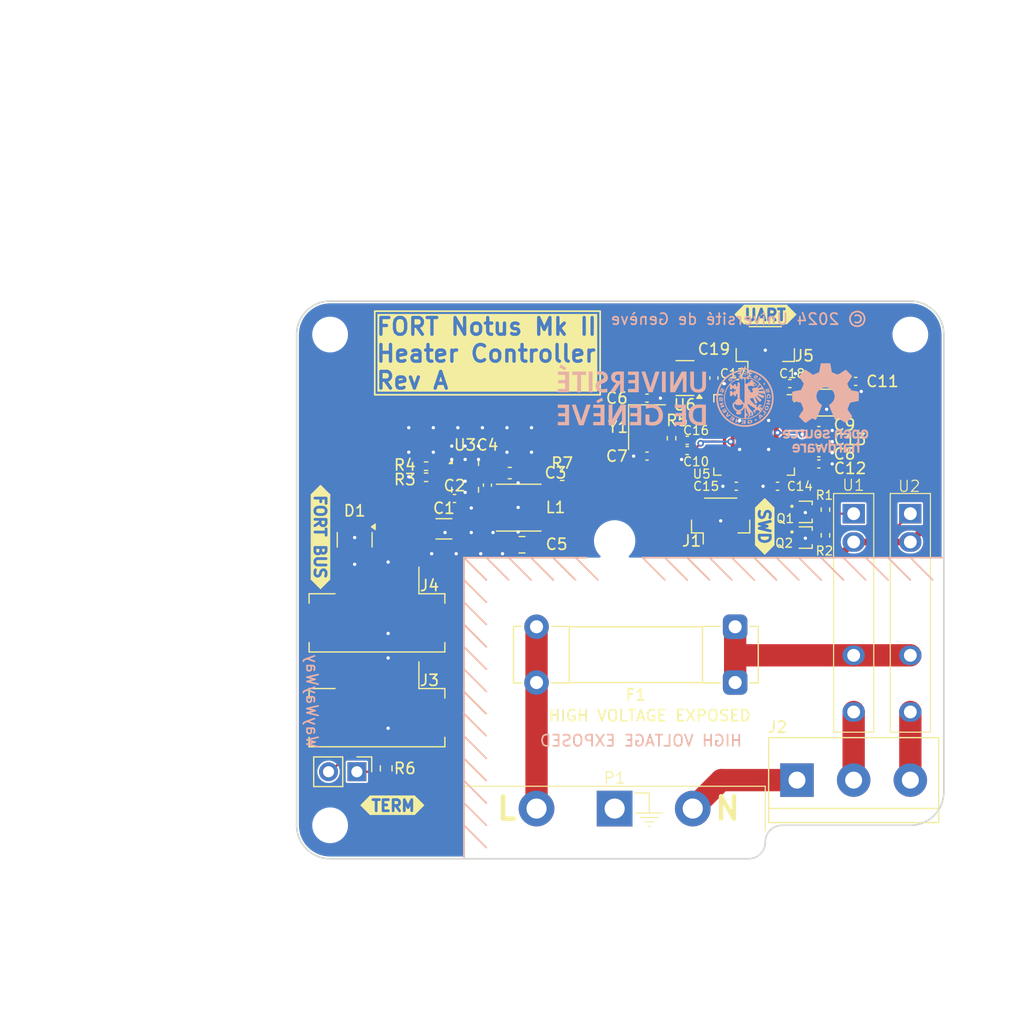
<source format=kicad_pcb>
(kicad_pcb (version 20240108) (generator "pcbnew") (generator_version "8.0")
  (layers (0 "F.Cu" signal) (31 "B.Cu" signal) (34 "B.Paste" user) (35 "F.Paste" user) (36 "B.SilkS" user "B.Silkscreen") (37 "F.SilkS" user "F.Silkscreen") (38 "B.Mask" user) (39 "F.Mask" user) (44 "Edge.Cuts" user))
  (net 0 "")
  (net 2 "/AC_N")
  (net 3 "/AC_L")
  (net 4 "/AC_L_NP")
  (net 5 "/AC_L_HEATER")
  (net 6 "/AC_L_FAN")
  (net 7 "Net-(Q1-D)")
  (net 8 "GND")
  (net 9 "/PWM_HEAT")
  (net 10 "/PWM_FAN")
  (net 11 "Net-(Q2-D)")
  (net 12 "Net-(R1-Pad1)")
  (net 13 "Net-(R2-Pad1)")
  (net 14 "+3V3")
  (net 15 "/RG_VCC")
  (net 16 "/RG_BOOT")
  (net 17 "/RG_SW")
  (net 18 "+12V")
  (net 19 "/RG_EN")
  (net 20 "/RUN")
  (net 21 "/XIN")
  (net 22 "/XOUT_NP")
  (net 23 "+1V1")
  (net 24 "/SWCLK")
  (net 25 "/SWDIO")
  (net 26 "/XOUT")
  (net 27 "/QSPI_IO2")
  (net 32 "/QSPI_SS")
  (net 35 "/QSPI_IO3")
  (net 44 "/QSPI_IO1")
  (net 50 "/QSPI_SCLK")
  (net 51 "/QSPI_IO0")
  (net 52 "/CAN_STDBY")
  (net 54 "/CAN_TX")
  (net 55 "/CAN_RX")
  (net 56 "/CAN_SHUTDOWN")
  (net 57 "/CAN+")
  (net 58 "/CAN-")
  (net 59 "/UART_RX")
  (net 60 "/UART_TX")
  (net 66 "Net-(JP1-A)")
  (footprint "Capacitor_SMD:C_0402_1005Metric" (layer "F.Cu") (at 135 102.48 180)
    (property "Reference" "C16")
    (property "Value" "100n")
  )
  (footprint "Capacitor_SMD:C_0402_1005Metric" (layer "F.Cu") (at 146.8 102.6)
    (property "Reference" "C13")
    (property "Value" "100n")
  )
  (footprint "Capacitor_SMD:C_0402_1005Metric" (layer "F.Cu") (at 137.4 96.9 -90)
    (property "Reference" "C19")
    (property "Value" "100n")
  )
  (footprint "Capacitor_SMD:C_1206_3216Metric" (layer "F.Cu") (at 113.2 110.42)
    (property "Reference" "C1")
    (property "Value" "2.2u")
  )
  (footprint "Capacitor_SMD:C_0402_1005Metric" (layer "F.Cu") (at 146.8 104.6)
    (property "Reference" "C12")
    (property "Value" "2u2")
  )
  (footprint "Capacitor_SMD:C_0402_1005Metric" (layer "F.Cu") (at 135 103.4 180)
    (property "Reference" "C10")
    (property "Value" "100n")
  )
  (footprint "MountingHole:MountingHole_2.7mm_M2.5" (layer "F.Cu") (at 103 137)
    (property "Reference" "REF**" (hide yes))
    (property "Value" "MountingHole_2.7mm_M2.5")
  )
  (footprint "Capacitor_SMD:C_0402_1005Metric" (layer "F.Cu") (at 146.8 101.6)
    (property "Reference" "C9")
    (property "Value" "100n")
  )
  (footprint "Capacitor_SMD:C_0402_1005Metric" (layer "F.Cu") (at 139.4 106.6 180)
    (property "Reference" "C15")
    (property "Value" "100n")
  )
  (footprint "Capacitor_SMD:C_0805_2012Metric" (layer "F.Cu") (at 120.199481 111.846233 180)
    (property "Reference" "C5")
    (property "Value" "10u")
  )
  (footprint "Resistor_SMD:R_0402_1005Metric" (layer "F.Cu") (at 147.39 111 90)
    (property "Reference" "R2")
    (property "Value" "220")
  )
  (footprint "Resistor_SMD:R_0402_1005Metric" (layer "F.Cu") (at 133.6 102.3 -90)
    (property "Reference" "R5")
    (property "Value" "1k")
  )
  (footprint "Connector_PinHeader_2.54mm:PinHeader_1x02_P2.54mm_Vertical" (layer "F.Cu") (at 105.4 132.2 -90)
    (property "Reference" "JP1" (hide yes))
    (property "Value" "Term")
  )
  (footprint "Capacitor_SMD:C_0402_1005Metric" (layer "F.Cu") (at 146.8 103.6)
    (property "Reference" "C8")
    (property "Value" "2u2")
  )
  (footprint "TerminalBlock:TerminalBlock_bornier-3_P5.08mm" (layer "F.Cu") (at 144.84 132.95)
    (property "Reference" "J2")
    (property "Value" "Terminal P5.08")
  )
  (footprint "Connector_JST:JST_SH_BM03B-SRSS-TB_1x03-1MP_P1.00mm_Vertical" (layer "F.Cu") (at 138 109.675)
    (property "Reference" "J1")
    (property "Value" "JST SH")
  )
  (footprint "Package_TO_SOT_SMD:SOT-416" (layer "F.Cu") (at 145.69 108.9)
    (property "Reference" "Q1")
    (property "Value" "RE1C002UN")
  )
  (footprint "Resistor_SMD:R_0603_1608Metric" (layer "F.Cu") (at 108.025 131.9 90)
    (property "Reference" "R6")
    (property "Value" "120")
  )
  (footprint "FORT:JST_PH_B4B-PH-SM4-TB_1x04-1MP_P2.00mm_Vertical" (layer "F.Cu") (at 107.2 125.6 180)
    (property "Reference" "J3")
    (property "Value" "JST PH")
  )
  (footprint "Connector_JST:JST_SH_BM03B-SRSS-TB_1x03-1MP_P1.00mm_Vertical" (layer "F.Cu") (at 142 94.3)
    (property "Reference" "J5")
    (property "Value" "JST SH")
  )
  (footprint "Capacitor_SMD:C_0402_1005Metric" (layer "F.Cu") (at 139.5 97.4 180)
    (property "Reference" "C17")
    (property "Value" "100n")
  )
  (footprint "Capacitor_SMD:C_0402_1005Metric" (layer "F.Cu") (at 131.4 98.7)
    (property "Reference" "C6")
    (property "Value" "15p")
  )
  (footprint "Resistor_SMD:R_0402_1005Metric" (layer "F.Cu") (at 147.39 108.7 90)
    (property "Reference" "R1")
    (property "Value" "220")
  )
  (footprint "MountingHole:MountingHole_2.7mm_M2.5" (layer "F.Cu") (at 155 93)
    (property "Reference" "REF**" (hide yes))
    (property "Value" "MountingHole_2.7mm_M2.5")
  )
  (footprint "Capacitor_SMD:C_0402_1005Metric" (layer "F.Cu") (at 117.1 106.5 -90)
    (property "Reference" "C4")
    (property "Value" "100n")
  )
  (footprint "Capacitor_SMD:C_0402_1005Metric" (layer "F.Cu") (at 144.2 97.4)
    (property "Reference" "C18")
    (property "Value" "100n")
  )
  (footprint "FORT:JST_PH_B4B-PH-SM4-TB_1x04-1MP_P2.00mm_Vertical" (layer "F.Cu") (at 107.2 117.1 180)
    (property "Reference" "J4")
    (property "Value" "JST PH")
  )
  (footprint "Package_TO_SOT_SMD:SOT-416" (layer "F.Cu") (at 145.69 111.2)
    (property "Reference" "Q2")
    (property "Value" "RE1C002UN")
  )
  (footprint "Capacitor_SMD:C_0603_1608Metric" (layer "F.Cu") (at 119.1 105.42)
    (property "Reference" "C3")
    (property "Value" "1u")
  )
  (footprint "Capacitor_SMD:C_0402_1005Metric" (layer "F.Cu") (at 131.4 103.9 180)
    (property "Reference" "C7")
    (property "Value" "15p")
  )
  (footprint "Package_TO_SOT_SMD:SOT-23" (layer "F.Cu") (at 105.2 111.4 -90)
    (property "Reference" "D1")
    (property "Value" "CDSOT23-T24CAN")
  )
  (footprint "FORT:SIP4_LittleFuse_CPC19X6yX6" (layer "F.Cu") (at 155 117.95 -90)
    (property "Reference" "U2")
    (property "Value" "CPC1966YX6")
  )
  (footprint "Resistor_SMD:R_0402_1005Metric" (layer "F.Cu") (at 111.6 104.8 180)
    (property "Reference" "R4")
    (property "Value" "10k")
  )
  (footprint "Crystal:Crystal_SMD_3225-4Pin_3.2x2.5mm" (layer "F.Cu") (at 131.4 101.3 -90)
    (property "Reference" "Y1")
    (property "Value" "ABM8-272-T3")
  )
  (footprint "MountingHole:MountingHole_2.7mm_M2.5" (layer "F.Cu") (at 103 93)
    (property "Reference" "REF**" (hide yes))
    (property "Value" "MountingHole_2.7mm_M2.5")
  )
  (footprint "Resistor_SMD:R_0402_1005Metric" (layer "F.Cu") (at 111.6 105.8)
    (property "Reference" "R3")
    (property "Value" "7.5k")
  )
  (footprint "Package_TO_SOT_SMD:SOT-23-8" (layer "F.Cu") (at 134.8 96.9 180)
    (property "Reference" "U6")
    (property "Value" "TCAN3414")
  )
  (footprint "Resistor_SMD:R_0402_1005Metric" (layer "F.Cu") (at 123.8 105.7)
    (property "Reference" "R7")
    (property "Value" "10k")
  )
  (footprint "FORT:Winbond_USON-8-1EP_UX_2x3mm_P0.5mm_EP0.2x1.5mm" (layer "F.Cu") (at 148.1 99.1)
    (property "Reference" "U4")
    (property "Value" "W25Q16JVUXIQ")
  )
  (footprint "Capacitor_SMD:C_0402_1005Metric" (layer "F.Cu") (at 150.1 97.2)
    (property "Reference" "C11")
    (property "Value" "100n")
  )
  (footprint "Capacitor_SMD:C_0402_1005Metric" (layer "F.Cu") (at 143.1 106.6 180)
    (property "Reference" "C14")
    (property "Value" "100n")
  )
  (footprint "FORT:SIP4_LittleFuse_CPC19X6yX6" (layer "F.Cu") (at 149.92 117.95 -90)
    (property "Reference" "U1")
    (property "Value" "CPC1966YX6")
  )
  (footprint "MountingHole:MountingHole_3.2mm_M3" (layer "F.Cu") (at 128.5 111.5)
    (property "Reference" "REF**" (hide yes))
    (property "Value" "MountingHole_3.2mm_M3")
  )
  (footprint "FORT:AdamTech_IEC-A-4" (layer "F.Cu") (at 128.5 135.5)
    (property "Reference" "P1")
    (property "Value" "IEC320 C14")
  )
  (footprint "FORT:Texas_VQFN-HR-9_2.1x2.1mm_P0.5mm" (layer "F.Cu") (at 115.1 105.72)
    (property "Reference" "U3")
    (property "Value" "LMR36501P3RPE")
  )
  (footprint "Package_DFN_QFN:QFN-56-1EP_7x7mm_P0.4mm_EP3.2x3.2mm" (layer "F.Cu") (at 141 102 -90)
    (property "Reference" "U5")
    (property "Value" "RP2040")
  )
  (footprint "Fuse:Fuseholder_Clip-5x20mm_Bel_FC-203-22_Lateral_P17.80x5.00mm_D1.17mm_Horizontal" (layer "F.Cu") (at 139.3 124.2 180)
    (property "Reference" "F1")
    (property "Value" "3A")
  )
  (footprint "Inductor_SMD:L_Taiyo-Yuden_NR-40xx" (layer "F.Cu") (at 119.9 108.52)
    (property "Reference" "L1")
    (property "Value" "47u")
  )
  (footprint "Capacitor_SMD:C_0402_1005Metric" (layer "F.Cu") (at 114.15 107.7)
    (property "Reference" "C2")
    (property "Value" "100n")
  )
  (footprint "Symbol:OSHW-Logo_7.5x8mm_SilkScreen" (layer "B.Cu") (at 147.406944 99.580781 180)
    (property "Reference" "REF**" (hide yes))
    (property "Value" "OSHW-Logo_7.5x8mm_SilkScreen" (hide yes))
  )
  (gr_poly (pts (xy 141.316587 97.093593) (xy 141.404944 97.16194) (xy 141.525305 97.006308) (xy 141.525305 97.006309) (xy 141.607297 97.069724) (xy 141.642462 97.024272) (xy 141.633459 97.017265) (xy 141.624757 97.009941) (xy 141.61644 97.002335) (xy 141.608593 96.994482) (xy 141.6013 96.986417) (xy 141.594646 96.978175) (xy 141.588716 96.96979) (xy 141.586049 96.965556) (xy 141.583594 96.961298) (xy 141.581363 96.957023) (xy 141.579365 96.952734) (xy 141.577611 96.948436) (xy 141.576113 96.944133) (xy 141.57488 96.939829) (xy 141.573922 96.935529) (xy 141.573252 96.931237) (xy 141.572878 96.926957) (xy 141.572812 96.922695) (xy 141.573065 96.918453) (xy 141.573646 96.914237) (xy 141.574567 96.910052) (xy 141.575838 96.9059) (xy 141.577469 96.901787) (xy 141.579471 96.897717) (xy 141.581855 96.893695) (xy 141.512626 96.840143)) (stroke (width -0.000001)) (fill solid) (layer "B.SilkS"))
  (gr_poly (pts (xy 126.176659 98.174884) (xy 126.516539 98.174884) (xy 126.516539 96.317538) (xy 126.176659 96.317538)) (stroke (width -0.000001)) (fill solid) (layer "B.SilkS"))
  (gr_line (start 155 113) (end 157 115) (stroke (width 0.15)) (layer "B.SilkS"))
  (gr_poly (pts (xy 135.972885 99.272905) (xy 135.872674 99.282141) (xy 135.777824 99.297786) (xy 135.732481 99.308076) (xy 135.688565 99.320045) (xy 135.646103 99.333719) (xy 135.605126 99.349124) (xy 135.565661 99.366285) (xy 135.527737 99.385228) (xy 135.491383 99.405979) (xy 135.456628 99.428563) (xy 135.423501 99.453007) (xy 135.392029 99.479335) (xy 135.362243 99.507574) (xy 135.33417 99.537749) (xy 135.307839 99.569886) (xy 135.283279 99.60401) (xy 135.260519 99.640148) (xy 135.239588 99.678324) (xy 135.220513 99.718566) (xy 135.203325 99.760897) (xy 135.188051 99.805345) (xy 135.174721 99.851934) (xy 135.163362 99.900691) (xy 135.154005 99.951641) (xy 135.146676 100.00481) (xy 135.141406 100.060223) (xy 135.138223 100.117907) (xy 135.137156 100.177886) (xy 135.138374 100.236842) (xy 135.142001 100.294003) (xy 135.147994 100.349364) (xy 135.15631 100.40292) (xy 135.166908 100.454666) (xy 135.179745 100.504596) (xy 135.194779 100.552707) (xy 135.211967 100.598993) (xy 135.231268 100.643448) (xy 135.252638 100.686068) (xy 135.276036 100.726848) (xy 135.301419 100.765783) (xy 135.328745 100.802867) (xy 135.357971 100.838097) (xy 135.389056 100.871466) (xy 135.421957 100.902969) (xy 135.456631 100.932602) (xy 135.493036 100.96036) (xy 135.531131 100.986237) (xy 135.570872 101.010229) (xy 135.612217 101.032331) (xy 135.655124 101.052537) (xy 135.699551 101.070842) (xy 135.745456 101.087242) (xy 135.792795 101.101731) (xy 135.841528 101.114305) (xy 135.89161 101.124958) (xy 135.943001 101.133686) (xy 135.995657 101.140482) (xy 136.049537 101.145344) (xy 136.104598 101.148264) (xy 136.160798 101.149238) (xy 136.300818 101.14786) (xy 136.432846 101.144416) (xy 136.678082 101.135458) (xy 136.678082 100.830029) (xy 136.320401 100.830029) (xy 136.300712 100.832994) (xy 136.279027 100.835667) (xy 136.255668 100.838015) (xy 136.230957 100.840007) (xy 136.205214 100.841612) (xy 136.178763 100.842797) (xy 136.151924 100.843531) (xy 136.125018 100.843783) (xy 136.06066 100.841451) (xy 136.029399 100.838524) (xy 135.998789 100.834412) (xy 135.968857 100.829107) (xy 135.939634 100.822601) (xy 135.911147 100.814886) (xy 135.883426 100.805954) (xy 135.856498 100.795796) (xy 135.830394 100.784405) (xy 135.805141 100.771773) (xy 135.780768 100.757891) (xy 135.757304 100.742752) (xy 135.734778 100.726347) (xy 135.713218 100.708668) (xy 135.692653 100.689707) (xy 135.673112 100.669457) (xy 135.654624 100.647908) (xy 135.637217 100.625054) (xy 135.62092 100.600885) (xy 135.605762 100.575394) (xy 135.591771 100.548573) (xy 135.578976 100.520414) (xy 135.567406 100.490907) (xy 135.55709 100.460047) (xy 135.548056 100.427824) (xy 135.540333 100.39423) (xy 135.53395 100.359257) (xy 135.528935 100.322898) (xy 135.525318 100.285143) (xy 135.523126 100.245986) (xy 135.522389 100.205417) (xy 135.524254 100.132527) (xy 135.529956 100.063549) (xy 135.539657 99.998595) (xy 135.553518 99.937771) (xy 135.562058 99.908943) (xy 135.571699 99.881188) (xy 135.582461 99.85452) (xy 135.594363 99.828953) (xy 135.607426 99.804501) (xy 135.62167 99.781177) (xy 135.637116 99.758994) (xy 135.653782 99.737967) (xy 135.671691 99.718109) (xy 135.69086 99.699433) (xy 135.711312 99.681953) (xy 135.733066 99.665683) (xy 135.756141 99.650637) (xy 135.780559 99.636827) (xy 135.80634 99.624268) (xy 135.833503 99.612974) (xy 135.862069 99.602957) (xy 135.892057 99.594231) (xy 135.923489 99.586811) (xy 135.956384 99.580709) (xy 135.990762 99.57594) (xy 136.026644 99.572516) (xy 136.064049 99.570452) (xy 136.102998 99.569761) (xy 136.163662 99.570277) (xy 136.220978 99.571826) (xy 136.247977 99.572989) (xy 136.273655 99.57441) (xy 136.29785 99.57609) (xy 136.320401 99.578029) (xy 136.320401 100.830029) (xy 136.678082 100.830029) (xy 136.678082 99.283623) (xy 136.554953 99.279149) (xy 136.409118 99.274681) (xy 136.247801 99.271245) (xy 136.078227 99.269872)) (stroke (width -0.000001)) (fill solid) (layer "B.SilkS"))
  (gr_line (start 115 123) (end 117 125) (stroke (width 0.15)) (layer "B.SilkS"))
  (gr_poly (pts (xy 140.172739 96.670553) (xy 140.170927 96.670691) (xy 140.169142 96.670918) (xy 140.167385 96.671232) (xy 140.16566 96.67163) (xy 140.163967 96.672111) (xy 140.16231 96.672672) (xy 140.16069 96.673311) (xy 140.159111 96.674026) (xy 140.157573 96.674814) (xy 140.15608 96.675674) (xy 140.154633 96.676602) (xy 140.153235 96.677597) (xy 140.151888 96.678657) (xy 140.150594 96.679778) (xy 140.149356 96.68096) (xy 140.148176 96.6822) (xy 140.147056 96.683495) (xy 140.145997 96.684843) (xy 140.145003 96.686242) (xy 140.144076 96.68769) (xy 140.143218 96.689184) (xy 140.142431 96.690723) (xy 140.141717 96.692304) (xy 140.141079 96.693924) (xy 140.140519 96.695582) (xy 140.140039 96.697276) (xy 140.139641 96.699002) (xy 140.139327 96.700759) (xy 140.139101 96.702545) (xy 140.138963 96.704357) (xy 140.138917 96.706194) (xy 140.138963 96.708027) (xy 140.139101 96.709837) (xy 140.139327 96.71162) (xy 140.139641 96.713376) (xy 140.140039 96.7151) (xy 140.140519 96.716792) (xy 140.141079 96.718449) (xy 140.141717 96.720068) (xy 140.142431 96.721647) (xy 140.143218 96.723185) (xy 140.144076 96.724679) (xy 140.145003 96.726126) (xy 140.145997 96.727524) (xy 140.147056 96.728872) (xy 140.148176 96.730166) (xy 140.149356 96.731406) (xy 140.150594 96.732587) (xy 140.151888 96.733708) (xy 140.153235 96.734768) (xy 140.154633 96.735763) (xy 140.15608 96.736691) (xy 140.157573 96.737551) (xy 140.159111 96.738339) (xy 140.16069 96.739054) (xy 140.16231 96.739693) (xy 140.163967 96.740254) (xy 140.16566 96.740735) (xy 140.167385 96.741134) (xy 140.169142 96.741448) (xy 140.170927 96.741675) (xy 140.172739 96.741813) (xy 140.174575 96.741859) (xy 140.176407 96.741813) (xy 140.178215 96.741675) (xy 140.179997 96.741448) (xy 140.18175 96.741134) (xy 140.183473 96.740735) (xy 140.185164 96.740254) (xy 140.186819 96.739693) (xy 140.188436 96.739054) (xy 140.190015 96.738339) (xy 140.191551 96.737551) (xy 140.193044 96.736691) (xy 140.19449 96.735763) (xy 140.195887 96.734768) (xy 140.197234 96.733708) (xy 140.198527 96.732587) (xy 140.199766 96.731406) (xy 140.200946 96.730166) (xy 140.202067 96.728872) (xy 140.203126 96.727524) (xy 140.20412 96.726126) (xy 140.205048 96.724679) (xy 140.205907 96.723185) (xy 140.206695 96.721647) (xy 140.207409 96.720068) (xy 140.208048 96.718449) (xy 140.208609 96.716792) (xy 140.20909 96.7151) (xy 140.209488 96.713376) (xy 140.209802 96.71162) (xy 140.210029 96.709837) (xy 140.210167 96.708027) (xy 140.210213 96.706194) (xy 140.210167 96.704357) (xy 140.210029 96.702545) (xy 140.209802 96.70076) (xy 140.209488 96.699002) (xy 140.20909 96.697276) (xy 140.208609 96.695583) (xy 140.208048 96.693924) (xy 140.207409 96.692304) (xy 140.206695 96.690723) (xy 140.205907 96.689184) (xy 140.205048 96.68769) (xy 140.20412 96.686242) (xy 140.203126 96.684843) (xy 140.202067 96.683495) (xy 140.200946 96.6822) (xy 140.199766 96.68096) (xy 140.198527 96.679779) (xy 140.197234 96.678657) (xy 140.195887 96.677597) (xy 140.19449 96.676602) (xy 140.193044 96.675674) (xy 140.191551 96.674814) (xy 140.190015 96.674026) (xy 140.188437 96.673311) (xy 140.186819 96.672672) (xy 140.185164 96.672111) (xy 140.183473 96.67163) (xy 140.18175 96.671232) (xy 140.179997 96.670918) (xy 140.178215 96.670691) (xy 140.176407 96.670553) (xy 140.174575 96.670507)) (stroke (width -0.000001)) (fill solid) (layer "B.SilkS"))
  (gr_poly (pts (xy 141.411866 100.245161) (xy 141.500004 100.602158) (xy 141.59131 100.523693) (xy 141.573699 100.461322) (xy 141.690941 100.360589) (xy 141.750448 100.387048) (xy 141.817062 100.329856) (xy 141.629346 100.329856) (xy 141.553111 100.395366) (xy 141.515385 100.276198) (xy 141.516344 100.275422) (xy 141.629346 100.329856) (xy 141.817062 100.329856) (xy 141.840434 100.309789) (xy 141.500801 100.168764)) (stroke (width -0.000001)) (fill solid) (layer "B.SilkS"))
  (gr_line (start 137 113) (end 139 115) (stroke (width 0.15)) (layer "B.SilkS"))
  (gr_line (start 115 133) (end 117 135) (stroke (width 0.15)) (layer "B.SilkS"))
  (gr_line (start 115 119) (end 117 121) (stroke (width 0.15)) (layer "B.SilkS"))
  (gr_line (start 115 113) (end 115 140) (stroke (width 0.15)) (layer "B.SilkS"))
  (gr_poly (pts (xy 137.904591 99.18898) (xy 137.938768 99.302475) (xy 138.179038 99.39086) (xy 138.179426 99.392017) (xy 137.983522 99.451079) (xy 138.014863 99.555071) (xy 138.329195 99.460315) (xy 138.294989 99.346819) (xy 138.056864 99.257828) (xy 138.056533 99.256643) (xy 138.250229 99.198265) (xy 138.250229 99.198264) (xy 138.218895 99.094308)) (stroke (width -0.000001)) (fill solid) (layer "B.SilkS"))
  (gr_line (start 149 113) (end 151 115) (stroke (width 0.15)) (layer "B.SilkS"))
  (gr_line (start 141 113) (end 143 115) (stroke (width 0.15)) (layer "B.SilkS"))
  (gr_line (start 131 113) (end 133 115) (stroke (width 0.15)) (layer "B.SilkS"))
  (gr_poly (pts (xy 142.130842 98.971196) (xy 142.248691 98.991452) (xy 142.222867 99.141213) (xy 142.105017 99.121042) (xy 142.085449 99.234784) (xy 142.408902 99.290544) (xy 142.428553 99.176773) (xy 142.295324 99.153787) (xy 142.321121 99.003913) (xy 142.45435 99.02692) (xy 142.473945 98.913093) (xy 142.150464 98.857368)) (stroke (width -0.000001)) (fill solid) (layer "B.SilkS"))
  (gr_poly (pts (xy 139.299799 100.851086) (xy 139.41302 100.886364) (xy 139.620799 100.736792) (xy 139.621984 100.737205) (xy 139.561158 100.932528) (xy 139.66484 100.964857) (xy 139.76246 100.651408) (xy 139.64924 100.616131) (xy 139.44218 100.763526) (xy 139.440995 100.763167) (xy 139.50113 100.570049) (xy 139.397448 100.53772)) (stroke (width -0.000001)) (fill solid) (layer "B.SilkS"))
  (gr_poly (pts (xy 137.958447 98.611306) (xy 137.950829 98.611924) (xy 137.94356 98.613069) (xy 137.936635 98.614725) (xy 137.930047 98.616874) (xy 137.92379 98.619501) (xy 137.917857 98.622587) (xy 137.912244 98.626117) (xy 137.906942 98.630072) (xy 137.901947 98.634437) (xy 137.897252 98.639195) (xy 137.89285 98.644328) (xy 137.888735 98.64982) (xy 137.884902 98.655654) (xy 137.881344 98.661813) (xy 137.875027 98.67504) (xy 137.869736 98.689364) (xy 137.86542 98.704651) (xy 137.862029 98.720767) (xy 137.859514 98.737577) (xy 137.857825 98.754945) (xy 137.856912 98.772737) (xy 137.856725 98.790817) (xy 137.857214 98.809052) (xy 137.858447 98.827933) (xy 137.860464 98.846391) (xy 137.863286 98.864312) (xy 137.866934 98.881581) (xy 137.869075 98.889934) (xy 137.87143 98.898082) (xy 137.874002 98.906008) (xy 137.876795 98.9137) (xy 137.879809 98.921142) (xy 137.883049 98.928321) (xy 137.886516 98.935221) (xy 137.890214 98.941829) (xy 137.894145 98.948131) (xy 137.898311 98.954111) (xy 137.902716 98.959755) (xy 137.907361 98.965049) (xy 137.912251 98.969979) (xy 137.917386 98.974531) (xy 137.922771 98.978689) (xy 137.928407 98.98244) (xy 137.934297 98.985769) (xy 137.940444 98.988661) (xy 137.94685 98.991103) (xy 137.953518 98.993081) (xy 137.960452 98.994578) (xy 137.967652 98.995583) (xy 137.975123 98.996079) (xy 137.982866 98.996052) (xy 137.977765 98.880715) (xy 137.97421 98.880552) (xy 137.970798 98.880211) (xy 137.967527 98.879694) (xy 137.964395 98.879003) (xy 137.961398 98.878141) (xy 137.958535 98.87711) (xy 137.955803 98.875914) (xy 137.9532 98.874553) (xy 137.950723 98.873032) (xy 137.94837 98.871352) (xy 137.946139 98.869515) (xy 137.944026 98.867525) (xy 137.94203 98.865384) (xy 137.940149 98.863094) (xy 137.938379 98.860658) (xy 137.936719 98.858078) (xy 137.933716 98.852497) (xy 137.931123 98.846371) (xy 137.928918 98.839719) (xy 137.927083 98.832561) (xy 137.925599 98.824918) (xy 137.924446 98.816809) (xy 137.923605 98.808254) (xy 137.923056 98.799273) (xy 137.92288 98.792751) (xy 137.922928 98.786245) (xy 137.923211 98.779807) (xy 137.92374 98.773494) (xy 137.924527 98.767358) (xy 137.925021 98.764373) (xy 137.925584 98.761453) (xy 137.926216 98.758605) (xy 137.926921 98.755835) (xy 137.927698 98.75315) (xy 137.928549 98.750556) (xy 137.929476 98.748061) (xy 137.93048 98.745672) (xy 137.931563 98.743394) (xy 137.932726 98.741235) (xy 137.93397 98.739202) (xy 137.935297 98.737301) (xy 137.936708 98.73554) (xy 137.938205 98.733924) (xy 137.939789 98.73246) (xy 137.941461 98.731157) (xy 137.943223 98.730019) (xy 137.945076 98.729054) (xy 137.947022 98.728269) (xy 137.949062 98.72767) (xy 137.951198 98.727265) (xy 137.95343 98.72706) (xy 137.956083 98.727129) (xy 137.958621 98.727564) (xy 137.961048 98.728351) (xy 137.963369 98.729479) (xy 137.965591 98.730937) (xy 137.967717 98.732713) (xy 137.969755 98.734795) (xy 137.971707 98.737171) (xy 137.975381 98.742761) (xy 137.978779 98.749387) (xy 137.981945 98.756958) (xy 137.984919 98.765379) (xy 137.987744 98.774557) (xy 137.990461 98.784398) (xy 137.995739 98.805695) (xy 138.006841 98.852133) (xy 138.009968 98.863889) (xy 138.013322 98.875606) (xy 138.016943 98.887179) (xy 138.020873 98.898507) (xy 138.025154 98.909483) (xy 138.029826 98.920006) (xy 138.032322 98.925065) (xy 138.034932 98.929971) (xy 138.03766 98.934713) (xy 138.040513 98.939275) (xy 138.043494 98.943647) (xy 138.046609 98.947814) (xy 138.049864 98.951764) (xy 138.053264 98.955484) (xy 138.056813 98.958961) (xy 138.060517 98.962182) (xy 138.064381 98.965133) (xy 138.068411 98.967803) (xy 138.072611 98.970178) (xy 138.076987 98.972245) (xy 138.081543 98.973991) (xy 138.086286 98.975403) (xy 138.09122 98.976468) (xy 138.09635 98.977174) (xy 138.101682 98.977507) (xy 138.10722 98.977454) (xy 138.113796 98.97688) (xy 138.120094 98.975768) (xy 138.126119 98.974138) (xy 138.131875 98.97201) (xy 138.137366 98.969404) (xy 138.142594 98.966341) (xy 138.147564 98.962841) (xy 138.15228 98.958925) (xy 138.156746 98.954612) (xy 138.160964 98.949922) (xy 138.164939 98.944877) (xy 138.168675 98.939497) (xy 138.175444 98.92781) (xy 138.181301 98.915024) (xy 138.186275 98.901302) (xy 138.190397 98.886805) (xy 138.193697 98.871696) (xy 138.196204 98.856138) (xy 138.19795 98.840293) (xy 138.198963 98.824322) (xy 138.199275 98.808389) (xy 138.198914 98.792655) (xy 138.197797 98.776175) (xy 138.195928 98.759844) (xy 138.193298 98.743792) (xy 138.189897 98.728149) (xy 138.187904 98.720522) (xy 138.185715 98.713046) (xy 138.183328 98.705739) (xy 138.180742 98.698615) (xy 138.177956 98.691692) (xy 138.174968 98.684986) (xy 138.171778 98.678513) (xy 138.168383 98.672289) (xy 138.164784 98.666331) (xy 138.160978 98.660656) (xy 138.156965 98.655279) (xy 138.152743 98.650217) (xy 138.14831 98.645486) (xy 138.143666 98.641103) (xy 138.13881 98.637084) (xy 138.13374 98.633445) (xy 138.128455 98.630202) (xy 138.122953 98.627373) (xy 138.117234 98.624973) (xy 138.111297 98.623018) (xy 138.105139 98.621526) (xy 138.09876 98.620512) (xy 138.092159 98.619993) (xy 138.085334 98.619984) (xy 138.090491 98.735328) (xy 138.09323 98.735141) (xy 138.095862 98.735185) (xy 138.098389 98.735451) (xy 138.100813 98.735932) (xy 138.103134 98.73662) (xy 138.105355 98.737508) (xy 138.107478 98.738586) (xy 138.109503 98.739849) (xy 138.111433 98.741287) (xy 138.113269 98.742892) (xy 138.115012 98.744658) (xy 138.116665 98.746576) (xy 138.118229 98.748639) (xy 138.119705 98.750838) (xy 138.122401 98.755614) (xy 138.124766 98.760843) (xy 138.126813 98.766461) (xy 138.128554 98.772406) (xy 138.130003 98.778615) (xy 138.131172 98.785025) (xy 138.132074 98.791575) (xy 138.132722 98.7982) (xy 138.133128 98.80484) (xy 138.133261 98.809557) (xy 138.133234 98.814373) (xy 138.133033 98.819234) (xy 138.132643 98.824085) (xy 138.132048 98.828872) (xy 138.131233 98.833542) (xy 138.130738 98.835816) (xy 138.130183 98.838041) (xy 138.129565 98.840209) (xy 138.128882 98.842314) (xy 138.128132 98.844349) (xy 138.127314 98.846307) (xy 138.126426 98.848182) (xy 138.125465 98.849966) (xy 138.124431 98.851654) (xy 138.12332 98.853238) (xy 138.122131 98.854712) (xy 138.120862 98.856068) (xy 138.119511 98.857301) (xy 138.118076 98.858403) (xy 138.116556 98.859367) (xy 138.114948 98.860187) (xy 138.11325 98.860857) (xy 138.111461 98.861368) (xy 138.109579 98.861715) (xy 138.107601 98.861891) (xy 138.105281 98.861809) (xy 138.103061 98.861359) (xy 138.100936 98.860552) (xy 138.098901 98.859402) (xy 138.096952 98.857919) (xy 138.095083 98.856115) (xy 138.091568 98.851593) (xy 138.088317 98.845931) (xy 138.08529 98.839223) (xy 138.082449 98.831564) (xy 138.079754 98.823048) (xy 138.074646 98.803828) (xy 138.069655 98.78232) (xy 138.064467 98.759281) (xy 138.05877 98.73547) (xy 138.055628 98.723613) (xy 138.052243 98.71185) (xy 138.048579 98.700278) (xy 138.044597 98.688992) (xy 138.040261 98.678091) (xy 138.035533 98.667672) (xy 138.03301 98.662673) (xy 138.030375 98.657831) (xy 138.027624 98.653157) (xy 138.02475 98.648665) (xy 138.021751 98.644366) (xy 138.018621 98.640272) (xy 138.015356 98.636396) (xy 138.01195 98.632749) (xy 138.0084 98.629344) (xy 138.0047 98.626192) (xy 138.000845 98.623307) (xy 137.996832 98.620699) (xy 137.992656 98.618382) (xy 137.988311 98.616367) (xy 137.983793 98.614667) (xy 137.979098 98.613293) (xy 137.97422 98.612258) (xy 137.969155 98.611573) (xy 137.963899 98.611252)) (stroke (width -0.000001)) (fill solid) (layer "B.SilkS"))
  (gr_line (start 133 113) (end 135 115) (stroke (width 0.15)) (layer "B.SilkS"))
  (gr_line (start 139 113) (end 141 115) (stroke (width 0.15)) (layer "B.SilkS"))
  (gr_poly (pts (xy 138.110682 97.80253) (xy 138.104034 97.803232) (xy 138.097521 97.804463) (xy 138.091141 97.806205) (xy 138.084897 97.80844) (xy 138.078787 97.811149) (xy 138.072813 97.814315) (xy 138.066975 97.81792) (xy 138.061273 97.821946) (xy 138.055708 97.826375) (xy 138.050281 97.831188) (xy 138.044991 97.836368) (xy 138.034825 97.847756) (xy 138.025214 97.860396) (xy 138.016162 97.874143) (xy 138.007672 97.888853) (xy 137.999747 97.904383) (xy 137.99239 97.920588) (xy 137.985605 97.937324) (xy 137.979395 97.954448) (xy 137.973611 97.972488) (xy 137.968715 97.990417) (xy 137.964769 98.008139) (xy 137.961833 98.025552) (xy 137.960763 98.034113) (xy 137.959969 98.042559) (xy 137.959459 98.05088) (xy 137.959239 98.059061) (xy 137.959319 98.067092) (xy 137.959704 98.074959) (xy 137.960404 98.082651) (xy 137.961426 98.090154) (xy 137.962778 98.097457) (xy 137.964466 98.104548) (xy 137.9665 98.111413) (xy 137.968886 98.118041) (xy 137.971632 98.124419) (xy 137.974747 98.130534) (xy 137.978236 98.136375) (xy 137.98211 98.14193) (xy 137.986374 98.147185) (xy 137.991037 98.152128) (xy 137.996106 98.156748) (xy 138.00159 98.161031) (xy 138.007495 98.164965) (xy 138.013829 98.168539) (xy 138.020601 98.171739) (xy 138.027817 98.174553) (xy 138.065268 98.065326) (xy 138.062022 98.063874) (xy 138.058975 98.062308) (xy 138.056123 98.060629) (xy 138.053464 98.05884) (xy 138.050993 98.056941) (xy 138.048708 98.054934) (xy 138.046605 98.05282) (xy 138.044682 98.050601) (xy 138.042936 98.048279) (xy 138.041363 98.045854) (xy 138.039959 98.043328) (xy 138.038723 98.040702) (xy 138.03765 98.037978) (xy 138.036739 98.035158) (xy 138.035984 98.032242) (xy 138.035384 98.029232) (xy 138.034635 98.022937) (xy 138.034465 98.016283) (xy 138.03485 98.009283) (xy 138.035764 98.001946) (xy 138.037183 97.994285) (xy 138.039081 97.986311) (xy 138.041433 97.978035) (xy 138.044214 97.969469) (xy 138.046433 97.96334) (xy 138.048857 97.957307) (xy 138.051475 97.951425) (xy 138.054278 97.945748) (xy 138.057257 97.940331) (xy 138.060402 97.935229) (xy 138.062033 97.932812) (xy 138.063703 97.930495) (xy 138.06541 97.928283) (xy 138.067152 97.926184) (xy 138.068928 97.924205) (xy 138.070738 97.922351) (xy 138.07258 97.920631) (xy 138.074452 97.91905) (xy 138.076354 97.917617) (xy 138.078285 97.916336) (xy 138.080243 97.915216) (xy 138.082227 97.914263) (xy 138.084236 97.913484) (xy 138.086268 97.912885) (xy 138.088323 97.912474) (xy 138.0904 97.912257) (xy 138.092496 97.912241) (xy 138.094612 97.912434) (xy 138.096745 97.912841) (xy 138.098895 97.913469) (xy 138.101342 97.914504) (xy 138.103548 97.915837) (xy 138.105522 97.917458) (xy 138.107272 97.919357) (xy 138.108809 97.921527) (xy 138.110141 97.923958) (xy 138.111277 97.926642) (xy 138.112227 97.929568) (xy 138.113604 97.936115) (xy 138.114343 97.943526) (xy 138.11452 97.951729) (xy 138.114206 97.960653) (xy 138.113475 97.970226) (xy 138.112399 97.980375) (xy 138.109508 98.002115) (xy 138.10281 98.049345) (xy 138.101419 98.061435) (xy 138.100253 98.073571) (xy 138.099387 98.085672) (xy 138.098898 98.097656) (xy 138.098863 98.109442) (xy 138.099358 98.120949) (xy 138.10046 98.132096) (xy 138.101262 98.137508) (xy 138.102245 98.1428) (xy 138.103418 98.147962) (xy 138.10479 98.152982) (xy 138.106371 98.157851) (xy 138.10817 98.162559) (xy 138.110198 98.167095) (xy 138.112464 98.17145) (xy 138.114976 98.175613) (xy 138.117746 98.179575) (xy 138.120782 98.183324) (xy 138.124093 98.186851) (xy 138.127691 98.190145) (xy 138.131583 98.193197) (xy 138.13578 98.195996) (xy 138.140291 98.198532) (xy 138.145126 98.200795) (xy 138.150294 98.202775) (xy 138.150295 98.202775) (xy 138.156627 98.20465) (xy 138.162899 98.205921) (xy 138.169105 98.206611) (xy 138.175244 98.206737) (xy 138.181309 98.206322) (xy 138.187298 98.205385) (xy 138.193207 98.203947) (xy 138.199032 98.202027) (xy 138.204768 98.199647) (xy 138.210412 98.196826) (xy 138.21596 98.193584) (xy 138.221407 98.189942) (xy 138.226751 98.185921) (xy 138.231987 98.18154) (xy 138.242119 98.17178) (xy 138.251772 98.160825) (xy 138.260914 98.148838) (xy 138.269515 98.13598) (xy 138.277542 98.122414) (xy 138.284965 98.108301) (xy 138.291751 98.093805) (xy 138.297869 98.079087) (xy 138.303288 98.06431) (xy 138.308292 98.048564) (xy 138.312541 98.032683) (xy 138.315978 98.016784) (xy 138.318545 98.000984) (xy 138.320187 97.985403) (xy 138.320644 97.97773) (xy 138.320847 97.970156) (xy 138.320791 97.962696) (xy 138.320468 97.955363) (xy 138.319871 97.948174) (xy 138.318992 97.941142) (xy 138.317826 97.934282) (xy 138.316364 97.927609) (xy 138.3146 97.921138) (xy 138.312527 97.914883) (xy 138.310137 97.908859) (xy 138.307423 97.903082) (xy 138.304379 97.897565) (xy 138.300997 97.892323) (xy 138.29727 97.887371) (xy 138.29319 97.882724) (xy 138.288752 97.878397) (xy 138.283948 97.874404) (xy 138.27877 97.87076) (xy 138.273212 97.86748) (xy 138.267266 97.864578) (xy 138.260926 97.862069) (xy 138.22339 97.971261) (xy 138.226007 97.972103) (xy 138.22844 97.973118) (xy 138.230694 97.974302) (xy 138.232773 97.975646) (xy 138.234682 97.977145) (xy 138.236424 97.978792) (xy 138.238005 97.98058) (xy 138.239428 97.982502) (xy 138.240698 97.984552) (xy 138.241819 97.986723) (xy 138.242796 97.989009) (xy 138.243633 97.991403) (xy 138.244334 97.993897) (xy 138.244904 97.996487) (xy 138.245667 98.001923) (xy 138.245956 98.007657) (xy 138.245808 98.013637) (xy 138.245256 98.019808) (xy 138.244336 98.026119) (xy 138.243081 98.032515) (xy 138.241528 98.038944) (xy 138.239711 98.045353) (xy 138.237664 98.051687) (xy 138.23606 98.056114) (xy 138.234272 98.060574) (xy 138.232304 98.065012) (xy 138.230163 98.069371) (xy 138.227854 98.073596) (xy 138.225383 98.077633) (xy 138.222756 98.081424) (xy 138.221386 98.083211) (xy 138.219978 98.084915) (xy 138.218535 98.086531) (xy 138.217056 98.088051) (xy 138.215542 98.089468) (xy 138.213994 98.090775) (xy 138.212412 98.091965) (xy 138.210798 98.093032) (xy 138.209152 98.093968) (xy 138.207475 98.094766) (xy 138.205767 98.09542) (xy 138.204029 98.095923) (xy 138.202262 98.096267) (xy 138.200467 98.096445) (xy 138.198644 98.096452) (xy 138.196794 98.096279) (xy 138.194918 98.09592) (xy 138.193016 98.095368) (xy 138.19089 98.094445) (xy 138.188991 98.093216) (xy 138.187311 98.09169) (xy 138.18584 98.089877) (xy 138.18457 98.087786) (xy 138.183492 98.085425) (xy 138.181877 98.079935) (xy 138.180924 98.073479) (xy 138.180561 98.066131) (xy 138.180718 98.057966) (xy 138.181324 98.049057) (xy 138.183601 98.029302) (xy 138.186824 98.007456) (xy 138.190427 97.98411) (xy 138.193842 97.959852) (xy 138.195256 97.947667) (xy 138.19641 97.935479) (xy 138.197235 97.923366) (xy 138.19766 97.911404) (xy 138.197614 97.89967) (xy 138.197027 97.88824) (xy 138.195829 97.877192) (xy 138.194979 97.871835) (xy 138.193949 97.866603) (xy 138.192732 97.861503) (xy 138.191317 97.856548) (xy 138.189697 97.851744) (xy 138.187862 97.847104) (xy 138.185804 97.842635) (xy 138.183514 97.838349) (xy 138.180983 97.834253) (xy 138.178203 97.830358) (xy 138.175164 97.826674) (xy 138.171857 97.823209) (xy 138.168275 97.819974) (xy 138.164408 97.816979) (xy 138.160247 97.814232) (xy 138.155783 97.811743) (xy 138.151008 97.809523) (xy 138.145913 97.807579) (xy 138.138603 97.805368) (xy 138.131424 97.803775) (xy 138.124377 97.802783) (xy 138.117463 97.802374)) (stroke (width -0.000001)) (fill solid) (layer "B.SilkS"))
  (gr_poly (pts (xy 141.062778 96.657524) (xy 141.23341 96.745083) (xy 141.221091 96.80442) (xy 141.219962 96.80387) (xy 141.21755 96.799443) (xy 141.214889 96.795106) (xy 141.211986 96.790859) (xy 141.208847 96.786705) (xy 141.20548 96.782646) (xy 141.201892 96.778684) (xy 141.19809 96.774821) (xy 141.19408 96.77106) (xy 141.18987 96.767402) (xy 141.185467 96.763849) (xy 141.180878 96.760404) (xy 141.176109 96.757068) (xy 141.171168 96.753845) (xy 141.166062 96.750735) (xy 141.160798 96.74774) (xy 141.155382 96.744864) (xy 141.148014 96.741205) (xy 141.140718 96.737829) (xy 141.133499 96.734738) (xy 141.126361 96.731931) (xy 141.119309 96.729409) (xy 141.112348 96.727173) (xy 141.105482 96.725224) (xy 141.098716 96.723562) (xy 141.092055 96.722188) (xy 141.085503 96.721101) (xy 141.079065 96.720304) (xy 141.072746 96.719796) (xy 141.06655 96.719578) (xy 141.060483 96.719651) (xy 141.054548 96.720016) (xy 141.048751 96.720672) (xy 141.043095 96.72162) (xy 141.037587 96.722862) (xy 141.03223 96.724397) (xy 141.027029 96.726226) (xy 141.021989 96.728351) (xy 141.017114 96.730771) (xy 141.01241 96.733487) (xy 141.00788 96.736499) (xy 141.00353 96.739809) (xy 140.999365 96.743417) (xy 140.995388 96.747323) (xy 140.991604 96.751528) (xy 140.988019 96.756033) (xy 140.984637 96.760838) (xy 140.981462 96.765944) (xy 140.978499 96.771351) (xy 140.975367 96.777944) (xy 140.972732 96.784532) (xy 140.970587 96.791111) (xy 140.968923 96.797677) (xy 140.967731 96.804225) (xy 140.967002 96.810751) (xy 140.966728 96.81725) (xy 140.9669 96.823718) (xy 140.96751 96.83015) (xy 140.968548 96.836542) (xy 140.970006 96.842889) (xy 140.971875 96.849187) (xy 140.974147 96.855431) (xy 140.976813 96.861617) (xy 140.979864 96.867741) (xy 140.983291 96.873798) (xy 140.987086 96.879783) (xy 140.99124 96.885692) (xy 140.995745 96.89152) (xy 141.000591 96.897264) (xy 141.005771 96.902918) (xy 141.011275 96.908479) (xy 141.017094 96.913941) (xy 141.02322 96.9193) (xy 141.036359 96.929692) (xy 141.050621 96.939619) (xy 141.065937 96.949045) (xy 141.082237 96.957935) (xy 141.097901 96.965622) (xy 141.113389 96.972476) (xy 141.128653 96.978436) (xy 141.143647 96.983437) (xy 141.158322 96.987418) (xy 141.165526 96.989006) (xy 141.172632 96.990315) (xy 141.179635 96.991338) (xy 141.186529 96.992066) (xy 141.193308 96.992492) (xy 141.199965 96.992608) (xy 141.206496 96.992406) (xy 141.212894 96.991877) (xy 141.219153 96.991015) (xy 141.225268 96.989812) (xy 141.231231 96.988259) (xy 141.237039 96.986348) (xy 141.242683 96.984073) (xy 141.24816 96.981424) (xy 141.253462 96.978395) (xy 141.258584 96.974976) (xy 141.263519 96.971162) (xy 141.268263 96.966942) (xy 141.272808 96.962311) (xy 141.27715 96.957259) (xy 141.281281 96.951779) (xy 141.285197 96.945863) (xy 141.191351 96.897688) (xy 141.190134 96.899694) (xy 141.188762 96.90155) (xy 141.187243 96.903259) (xy 141.185582 96.904823) (xy 141.183788 96.906245) (xy 141.181868 96.907529) (xy 141.179828 96.908677) (xy 141.177677 96.909692) (xy 141.175421 96.910576) (xy 141.173068 96.911333) (xy 141.170624 96.911966) (xy 141.168097 96.912476) (xy 141.162823 96.913144) (xy 141.157303 96.913359) (xy 141.151595 96.913144) (xy 141.145756 96.912523) (xy 141.139843 96.911516) (xy 141.133916 96.910149) (xy 141.12803 96.908442) (xy 141.122244 96.90642) (xy 141.116615 96.904105) (xy 141.1112 96.901519) (xy 141.104589 96.897857) (xy 141.098423 96.893905) (xy 141.095513 96.891829) (xy 141.092722 96.88969) (xy 141.090053 96.887491) (xy 141.087508 96.885237) (xy 141.08509 96.882929) (xy 141.082802 96.880572) (xy 141.080647 96.878169) (xy 141.078627 96.875723) (xy 141.076744 96.873237) (xy 141.075002 96.870715) (xy 141.073403 96.868159) (xy 141.071949 96.865574) (xy 141.070644 96.862961) (xy 141.06949 96.860326) (xy 141.06849 96.85767) (xy 141.067646 96.854998) (xy 141.066962 96.852312) (xy 141.066439 96.849615) (xy 141.06608 96.846912) (xy 141.065888 96.844205) (xy 141.065866 96.841498) (xy 141.066017 96.838793) (xy 141.066342 96.836094) (xy 141.066845 96.833405) (xy 141.067528 96.830728) (xy 141.068395 96.828068) (xy 141.069447 96.825426) (xy 141.070687 96.822807) (xy 141.07208 96.820261) (xy 141.073574 96.817832) (xy 141.075168 96.815523) (xy 141.076858 96.813335) (xy 141.078644 96.811269) (xy 141.080523 96.809326) (xy 141.082494 96.807509) (xy 141.084554 96.805818) (xy 141.086701 96.804256) (xy 141.088934 96.802822) (xy 141.091249 96.80152) (xy 141.093647 96.80035) (xy 141.096123 96.799314) (xy 141.098677 96.798413) (xy 141.101306 96.797648) (xy 141.104008 96.797022) (xy 141.106782 96.796535) (xy 141.109624 96.796189) (xy 141.112535 96.795986) (xy 141.11551 96.795927) (xy 141.118549 96.796013) (xy 141.121649 96.796245) (xy 141.128025 96.797156) (xy 141.134622 96.798672) (xy 141.141424 96.800804) (xy 141.148415 96.803563) (xy 141.15558 96.806961) (xy 141.16044 96.809528) (xy 141.165088 96.812134) (xy 141.169519 96.814792) (xy 141.173732 96.817516) (xy 141.17772 96.820319) (xy 141.181481 96.823213) (xy 141.185011 96.826212) (xy 141.188305 96.829329) (xy 141.191361 96.832578) (xy 141.194173 96.835971) (xy 141.19674 96.839521) (xy 141.199055 96.843242) (xy 141.201117 96.847147) (xy 141.202051 96.849172) (xy 141.20292 96.851249) (xy 141.203724 96.853378) (xy 141.204462 96.855561) (xy 141.205133 96.8578) (xy 141.205738 96.860096) (xy 141.290764 96.903777) (xy 141.335962 96.723366) (xy 141.093011 96.598596)) (stroke (width -0.000001)) (fill solid) (layer "B.SilkS"))
  (gr_line (start 153 113) (end 155 115) (stroke (width 0.15)) (layer "B.SilkS"))
  (gr_poly (pts (xy 139.015567 96.726013) (xy 139.045412 96.785103) (xy 139.216565 96.698616) (xy 139.257332 96.743433) (xy 139.256224 96.744011) (xy 139.251224 96.743364) (xy 139.246149 96.742969) (xy 139.241005 96.742823) (xy 139.235797 96.742921) (xy 139.230533 96.743259) (xy 139.225217 96.743832) (xy 139.219855 96.744637) (xy 139.214454 96.745668) (xy 139.209018 96.746922) (xy 139.203555 96.748394) (xy 139.19807 96.75008) (xy 139.192568 96.751975) (xy 139.187055 96.754076) (xy 139.181538 96.756377) (xy 139.176022 96.758875) (xy 139.170514 96.761565) (xy 139.170514 96.761566) (xy 139.156198 96.769294) (xy 139.142983 96.777441) (xy 139.136797 96.781664) (xy 139.130895 96.785981) (xy 139.125281 96.790389) (xy 139.119958 96.794885) (xy 139.11493 96.799465) (xy 139.110199 96.804126) (xy 139.10577 96.808865) (xy 139.101644 96.813678) (xy 139.097826 96.818561) (xy 139.094318 96.823512) (xy 139.091124 96.828526) (xy 139.088247 96.833601) (xy 139.085691 96.838732) (xy 139.083457 96.843917) (xy 139.08155 96.849152) (xy 139.079973 96.854434) (xy 139.078729 96.859759) (xy 139.077822 96.865123) (xy 139.077253 96.870524) (xy 139.077028 96.875958) (xy 139.077148 96.881422) (xy 139.077617 96.886911) (xy 139.078439 96.892423) (xy 139.079616 96.897954) (xy 139.081151 96.903501) (xy 139.083049 96.909061) (xy 139.085312 96.914629) (xy 139.087943 96.920203) (xy 139.091436 96.926613) (xy 139.095219 96.932618) (xy 139.099281 96.938222) (xy 139.103615 96.943428) (xy 139.108213 96.948242) (xy 139.113064 96.952669) (xy 139.118161 96.956711) (xy 139.123495 96.960375) (xy 139.129057 96.963664) (xy 139.134838 96.966582) (xy 139.14083 96.969135) (xy 139.147024 96.971326) (xy 139.153411 96.973159) (xy 139.159982 96.97464) (xy 139.16673 96.975773) (xy 139.173644 96.976562) (xy 139.187939 96.977125) (xy 139.202798 96.976366) (xy 139.218151 96.974319) (xy 139.233928 96.97102) (xy 139.25006 96.966504) (xy 139.266477 96.960806) (xy 139.283108 96.953961) (xy 139.299885 96.946005) (xy 139.315309 96.937857) (xy 139.329958 96.929361) (xy 139.343751 96.920519) (xy 139.35661 96.911333) (xy 139.368457 96.901805) (xy 139.379213 96.891935) (xy 139.384158 96.886872) (xy 139.388799 96.881724) (xy 139.393129 96.876492) (xy 139.397137 96.871176) (xy 139.400813 96.865775) (xy 139.404147 96.86029) (xy 139.407129 96.854721) (xy 139.409751 96.849068) (xy 139.412001 96.843332) (xy 139.41387 96.837512) (xy 139.415348 96.831609) (xy 139.416425 96.825623) (xy 139.417092 96.819554) (xy 139.417338 96.813402) (xy 139.417154 96.807168) (xy 139.41653 96.800852) (xy 139.415456 96.794453) (xy 139.413923 96.787973) (xy 139.411919 96.781411) (xy 139.409436 96.774767) (xy 139.315287 96.822335) (xy 139.316196 96.824498) (xy 139.316892 96.826697) (xy 139.317382 96.82893) (xy 139.317671 96.831192) (xy 139.317767 96.833479) (xy 139.317676 96.835786) (xy 139.317404 96.83811) (xy 139.316959 96.840446) (xy 139.316347 96.84279) (xy 139.315574 96.845139) (xy 139.314647 96.847487) (xy 139.313573 96.84983) (xy 139.312358 96.852165) (xy 139.311008 96.854487) (xy 139.309531 96.856793) (xy 139.307933 96.859077) (xy 139.304399 96.863566) (xy 139.300459 96.867921) (xy 139.296166 96.872108) (xy 139.291573 96.876094) (xy 139.286732 96.879846) (xy 139.281695 96.88333) (xy 139.276516 96.886514) (xy 139.271246 96.889363) (xy 139.267821 96.891028) (xy 139.264397 96.892561) (xy 139.260981 96.893962) (xy 139.257575 96.89523) (xy 139.254185 96.896366) (xy 139.250814 96.897369) (xy 139.247467 96.898238) (xy 139.244148 96.898974) (xy 139.24086 96.899576) (xy 139.237609 96.900043) (xy 139.234399 96.900377) (xy 139.231233 96.900576) (xy 139.228116 96.900641) (xy 139.225052 96.90057) (xy 139.222046 96.900364) (xy 139.219101 96.900022) (xy 139.216222 96.899545) (xy 139.213413 96.898931) (xy 139.210679 96.898182) (xy 139.208022 96.897295) (xy 139.205449 96.896272) (xy 139.202962 96.895112) (xy 139.200566 96.893814) (xy 139.198266 96.892379) (xy 139.196065 96.890806) (xy 139.193968 96.889095) (xy 139.191979 96.887246) (xy 139.190102 96.885258) (xy 139.188341 96.883131) (xy 139.186701 96.880865) (xy 139.185186 96.87846) (xy 139.1838 96.875915) (xy 139.182555 96.873291) (xy 139.181465 96.870654) (xy 139.18053 96.868006) (xy 139.17975 96.865352) (xy 139.179126 96.862692) (xy 139.178657 96.860029) (xy 139.178344 96.857366) (xy 139.178185 96.854706) (xy 139.178182 96.85205) (xy 139.178333 96.849401) (xy 139.17864 96.846762) (xy 139.179102 96.844135) (xy 139.17972 96.841522) (xy 139.180492 96.838927) (xy 139.181419 96.83635) (xy 139.182501 96.833796) (xy 139.183739 96.831266) (xy 139.185131 96.828763) (xy 139.186679 96.826289) (xy 139.188381 96.823847) (xy 139.190238 96.82144) (xy 139.19225 96.819069) (xy 139.194418 96.816737) (xy 139.19674 96.814446) (xy 139.199217 96.8122) (xy 139.201848 96.81) (xy 139.204635 96.807849) (xy 139.207577 96.80575) (xy 139.210673 96.803704) (xy 139.213924 96.801715) (xy 139.21733 96.799785) (xy 139.22089 96.797916) (xy 139.225819 96.795489) (xy 139.230655 96.793258) (xy 139.235407 96.791234) (xy 139.240084 96.789427) (xy 139.244694 96.787849) (xy 139.249244 96.786509) (xy 139.253744 96.785419) (xy 139.258202 96.784589) (xy 139.262625 96.78403) (xy 139.267023 96.783753) (xy 139.271402 96.783768) (xy 139.275772 96.784086) (xy 139.280141 96.784718) (xy 139.284517 96.785674) (xy 139.288908 96.786965) (xy 139.293323 96.788603) (xy 139.378681 96.745472) (xy 139.259315 96.602844)) (stroke (width -0.000001)) (fill solid) (layer "B.SilkS"))
  (gr_poly (pts (xy 131.759421 99.253716) (xy 131.724983 99.254844) (xy 131.656498 99.259228) (xy 131.588722 99.266256) (xy 131.521881 99.275704) (xy 131.456201 99.287343) (xy 131.391907 99.300949) (xy 131.329226 99.316294) (xy 131.268383 99.333153) (xy 131.323487 99.666083) (xy 131.351589 99.655513) (xy 131.38018 99.645478) (xy 131.409232 99.635998) (xy 131.438716 99.627093) (xy 131.468605 99.618785) (xy 131.498869 99.611092) (xy 131.529482 99.604036) (xy 131.560413 99.597636) (xy 131.591636 99.591913) (xy 131.623122 99.586888) (xy 131.654842 99.58258) (xy 131.686767 99.57901) (xy 131.718871 99.576197) (xy 131.751124 99.574164) (xy 131.783499 99.572928) (xy 131.815966 99.572512) (xy 131.849973 99.573188) (xy 131.883353 99.575209) (xy 131.916077 99.578568) (xy 131.948116 99.583255) (xy 131.979439 99.589262) (xy 132.010017 99.596581) (xy 132.03982 99.605202) (xy 132.068818 99.615118) (xy 132.096982 99.62632) (xy 132.124282 99.638799) (xy 132.150688 99.652547) (xy 132.17617 99.667555) (xy 132.2007 99.683815) (xy 132.224246 99.701317) (xy 132.246779 99.720054) (xy 132.26827 99.740017) (xy 132.288689 99.761198) (xy 132.308006 99.783587) (xy 132.326192 99.807177) (xy 132.343216 99.831958) (xy 132.359049 99.857922) (xy 132.373661 99.885062) (xy 132.387022 99.913367) (xy 132.399104 99.942829) (xy 132.409875 99.973441) (xy 132.419306 100.005193) (xy 132.427369 100.038077) (xy 132.434031 100.072084) (xy 132.439265 100.107206) (xy 132.443041 100.143434) (xy 132.445328 100.18076) (xy 132.446097 100.219175) (xy 132.44547 100.255584) (xy 132.443594 100.291029) (xy 132.440481 100.325498) (xy 132.436138 100.358978) (xy 132.430576 100.391457) (xy 132.423805 100.422922) (xy 132.415833 100.45336) (xy 132.406671 100.482759) (xy 132.396327 100.511106) (xy 132.384812 100.538389) (xy 132.372136 100.564594) (xy 132.358307 100.58971) (xy 132.343335 100.613724) (xy 132.32723 100.636622) (xy 132.310002 100.658394) (xy 132.29166 100.679025) (xy 132.272213 100.698503) (xy 132.251671 100.716816) (xy 132.230044 100.733952) (xy 132.207341 100.749896) (xy 132.183573 100.764638) (xy 132.158747 100.778164) (xy 132.132875 100.790461) (xy 132.105965 100.801518) (xy 132.078027 100.811321) (xy 132.049071 100.819857) (xy 132.019107 100.827115) (xy 131.988143 100.833082) (xy 131.95619 100.837745) (xy 131.923257 100.841091) (xy 131.889353 100.843108) (xy 131.854488 100.843783) (xy 131.821974 100.843266) (xy 131.790427 100.841717) (xy 131.759782 100.839137) (xy 131.729976 100.835525) (xy 131.700944 100.830884) (xy 131.672621 100.825214) (xy 131.644943 100.818517) (xy 131.617845 100.810793) (xy 131.617845 100.164163) (xy 131.260129 100.164163) (xy 131.260129 101.050158) (xy 131.295201 101.063696) (xy 131.331234 101.076447) (xy 131.368155 101.088401) (xy 131.405891 101.099545) (xy 131.444369 101.109867) (xy 131.483516 101.119355) (xy 131.52326 101.127996) (xy 131.563527 101.135779) (xy 131.604244 101.142691) (xy 131.645339 101.148721) (xy 131.68674 101.153857) (xy 131.728372 101.158085) (xy 131.770163 101.161395) (xy 131.812041 101.163775) (xy 131.853932 101.165211) (xy 131.895763 101.165693) (xy 131.950264 101.164681) (xy 132.003342 101.161661) (xy 132.054976 101.156655) (xy 132.105148 101.149688) (xy 132.153836 101.140782) (xy 132.201021 101.12996) (xy 132.246682 101.117246) (xy 132.290799 101.102662) (xy 132.333353 101.086233) (xy 132.374322 101.067981) (xy 132.413687 101.047929) (xy 132.451428 101.026101) (xy 132.487524 101.002519) (xy 132.521955 100.977207) (xy 132.554702 100.950189) (xy 132.585743 100.921486) (xy 132.61506 100.891124) (xy 132.642631 100.859124) (xy 132.668436 100.825509) (xy 132.692456 100.790304) (xy 132.714671 100.753531) (xy 132.735059 100.715214) (xy 132.753601 100.675375) (xy 132.770277 100.634038) (xy 132.785067 100.591225) (xy 132.79795 100.546962) (xy 132.808906 100.501269) (xy 132.817915 100.454171) (xy 132.824958 100.405691) (xy 132.830013 100.355851) (xy 132.833061 100.304676) (xy 132.834081 100.252188) (xy 132.832925 100.197999) (xy 132.829474 100.144838) (xy 132.823756 100.092752) (xy 132.815798 100.041785) (xy 132.805627 99.991982) (xy 132.79327 99.94339) (xy 132.778755 99.896054) (xy 132.762108 99.850018) (xy 132.743358 99.805329) (xy 132.72253 99.762031) (xy 132.699653 99.72017) (xy 132.674754 99.679791) (xy 132.647859 99.64094) (xy 132.618996 99.603662) (xy 132.588193 99.568002) (xy 132.555475 99.534006) (xy 132.520872 99.501719) (xy 132.484409 99.471186) (xy 132.446114 99.442453) (xy 132.406015 99.415565) (xy 132.364138 99.390568) (xy 132.32051 99.367506) (xy 132.27516 99.346425) (xy 132.228113 99.327371) (xy 132.179398 99.310389) (xy 132.129041 99.295524) (xy 132.07707 99.282821) (xy 132.023512 99.272326) (xy 131.968394 99.264085) (xy 131.911743 99.258142) (xy 131.853587 99.254543) (xy 131.793952 99.253333)) (stroke (width -0.000001)) (fill solid) (layer "B.SilkS"))
  (gr_poly (pts (xy 142.138434 99.369459) (xy 142.129966 99.37031) (xy 142.121519 99.37164) (xy 142.113106 99.373452) (xy 142.104737 99.375746) (xy 142.096423 99.378524) (xy 142.088174 99.381787) (xy 142.080002 99.385535) (xy 142.071917 99.389771) (xy 142.063929 99.394495) (xy 142.056051 99.399709) (xy 142.048292 99.405413) (xy 142.040663 99.41161) (xy 142.033175 99.4183) (xy 142.025839 99.425484) (xy 142.018666 99.433164) (xy 142.011666 99.441341) (xy 142.00485 99.450017) (xy 141.99823 99.459191) (xy 141.991815 99.468866) (xy 141.985617 99.479043) (xy 141.979646 99.489723) (xy 141.973913 99.500907) (xy 141.968429 99.512597) (xy 141.963352 99.524474) (xy 141.958817 99.536201) (xy 141.954817 99.547769) (xy 141.951344 99.559172) (xy 141.948388 99.570402) (xy 141.945944 99.581452) (xy 141.944001 99.592315) (xy 141.942553 99.602984) (xy 141.941592 99.613451) (xy 141.941108 99.623709) (xy 141.941095 99.633752) (xy 141.941543 99.643571) (xy 141.942446 99.653159) (xy 141.943795 99.66251) (xy 141.945581 99.671616) (xy 141.947798 99.68047) (xy 141.950436 99.689065) (xy 141.953488 99.697393) (xy 141.956946 99.705447) (xy 141.960801 99.71322) (xy 141.965046 99.720705) (xy 141.969673 99.727895) (xy 141.974673 99.734781) (xy 141.980038 99.741358) (xy 141.985761 99.747618) (xy 141.991834 99.753553) (xy 141.998247 99.759157) (xy 142.004994 99.764422) (xy 142.012066 99.769341) (xy 142.019456 99.773907) (xy 142.027154 99.778112) (xy 142.035153 99.781949) (xy 142.043335 99.785359) (xy 142.051592 99.788301) (xy 142.059913 99.790774) (xy 142.068286 99.792776) (xy 142.076702 99.794306) (xy 142.085149 99.795363) (xy 142.093617 99.795946) (xy 142.102094 99.796053) (xy 142.110571 99.795683) (xy 142.119036 99.794836) (xy 142.127479 99.793508) (xy 142.135888 99.7917) (xy 142.144254 99.78941) (xy 142.152565 99.786637) (xy 142.16081 99.78338) (xy 142.168979 99.779636) (xy 142.177061 99.775406) (xy 142.185045 99.770687) (xy 142.192921 99.765478) (xy 142.200677 99.759779) (xy 142.208303 99.753588) (xy 142.215789 99.746903) (xy 142.223122 99.739723) (xy 142.230294 99.732048) (xy 142.237292 99.723875) (xy 142.244106 99.715203) (xy 142.250725 99.706032) (xy 142.257139 99.69636) (xy 142.263336 99.686186) (xy 142.269307 99.675507) (xy 142.275039 99.664324) (xy 142.280524 99.652635) (xy 142.285603 99.640756) (xy 142.29014 99.629028) (xy 142.294142 99.617458) (xy 142.297617 99.606053) (xy 142.300573 99.594821) (xy 142.303019 99.583769) (xy 142.304962 99.572904) (xy 142.305302 99.570401) (xy 142.225297 99.570401) (xy 142.225251 99.575651) (xy 142.224911 99.581035) (xy 142.224266 99.586554) (xy 142.223306 99.592205) (xy 142.222024 99.597989) (xy 142.220408 99.603904) (xy 142.21845 99.60995) (xy 142.21614 99.616126) (xy 142.213468 99.622431) (xy 142.210534 99.628627) (xy 142.207457 99.634466) (xy 142.204243 99.639956) (xy 142.2009 99.645103) (xy 142.197434 99.649913) (xy 142.193852 99.654393) (xy 142.190161 99.658549) (xy 142.186368 99.662389) (xy 142.182479 99.665918) (xy 142.178502 99.669143) (xy 142.174442 99.672072) (xy 142.170308 99.674709) (xy 142.166106 99.677063) (xy 142.161843 99.67914) (xy 142.157524 99.680945) (xy 142.153159 99.682486) (xy 142.148752 99.68377) (xy 142.144311 99.684803) (xy 142.139844 99.685591) (xy 142.135355 99.686141) (xy 142.130854 99.68646) (xy 142.126345 99.686554) (xy 142.121837 99.68643) (xy 142.117335 99.686094) (xy 142.10838 99.684814) (xy 142.099534 99.682767) (xy 142.090853 99.680006) (xy 142.08239 99.676582) (xy 142.074184 99.672546) (xy 142.066331 99.667904) (xy 142.058906 99.662662) (xy 142.051984 99.656826) (xy 142.04564 99.650403) (xy 142.03995 99.643398) (xy 142.037374 99.639679) (xy 142.034989 99.635818) (xy 142.032806 99.631814) (xy 142.030833 99.627668) (xy 142.029079 99.623382) (xy 142.027555 99.618956) (xy 142.02627 99.61439) (xy 142.025233 99.609687) (xy 142.024453 99.604845) (xy 142.02394 99.599867) (xy 142.023704 99.594752) (xy 142.023753 99.589502) (xy 142.024097 99.584118) (xy 142.024746 99.5786) (xy 142.025709 99.572949) (xy 142.026995 99.567165) (xy 142.028615 99.56125) (xy 142.030576 99.555204) (xy 142.032889 99.549029) (xy 142.035563 99.542724) (xy 142.038494 99.536535) (xy 142.04157 99.530702) (xy 142.044782 99.525218) (xy 142.048124 99.520077) (xy 142.051588 99.515272) (xy 142.055169 99.510797) (xy 142.05886 99.506645) (xy 142.062653 99.502809) (xy 142.066541 99.499283) (xy 142.070518 99.496061) (xy 142.074577 99.493135) (xy 142.078712 99.490499) (xy 142.082914 99.488147) (xy 142.087178 99.486071) (xy 142.091497 99.484266) (xy 142.095863 99.482725) (xy 142.10027 99.481441) (xy 142.104712 99.480408) (xy 142.109181 99.479618) (xy 142.11367 99.479066) (xy 142.118172 99.478745) (xy 142.122682 99.478648) (xy 142.127191 99.478769) (xy 142.131694 99.479101) (xy 142.14065 99.480372) (xy 142.149497 99.482408) (xy 142.15818 99.485157) (xy 142.166643 99.488566) (xy 142.174829 99.492601) (xy 142.182668 99.497244) (xy 142.190082 99.502486) (xy 142.196997 99.508322) (xy 142.203336 99.514746) (xy 142.209025 99.521752) (xy 142.211601 99.52547) (xy 142.213987 99.529332) (xy 142.216172 99.533337) (xy 142.218147 99.537483) (xy 142.219902 99.541769) (xy 142.221429 99.546196) (xy 142.222717 99.550761) (xy 142.223758 99.555465) (xy 142.224541 99.560307) (xy 142.225057 99.565286) (xy 142.225297 99.570401) (xy 142.305302 99.570401) (xy 142.306411 99.562234) (xy 142.307374 99.551765) (xy 142.307858 99.541505) (xy 142.307872 99.531461) (xy 142.307424 99.52164) (xy 142.306522 99.51205) (xy 142.305175 99.502697) (xy 142.303389 99.493589) (xy 142.301174 99.484733) (xy 142.298537 99.476136) (xy 142.295486 99.467805) (xy 142.29203 99.459749) (xy 142.288177 99.451973) (xy 142.283934 99.444485) (xy 142.27931 99.437293) (xy 142.274313 99.430403) (xy 142.268951 99.423823) (xy 142.263232 99.41756) (xy 142.257164 99.411621) (xy 142.250755 99.406013) (xy 142.244013 99.400744) (xy 142.236947 99.395821) (xy 142.229565 99.391251) (xy 142.221873 99.387041) (xy 142.213882 99.383198) (xy 142.205697 99.379784) (xy 142.197437 99.376839) (xy 142.189113 99.374365) (xy 142.180737 99.372361) (xy 142.172318 99.370831) (xy 142.163867 99.369774) (xy 142.155396 99.369192) (xy 142.146915 99.369087)) (stroke (width -0.000001)) (fill solid) (layer "B.SilkS"))
  (gr_poly (pts (xy 140.170543 96.225442) (xy 140.166261 96.225737) (xy 140.162144 96.226223) (xy 140.158189 96.226896) (xy 140.154396 96.227749) (xy 140.150762 96.22878) (xy 140.147286 96.229982) (xy 140.143966 96.231352) (xy 140.1408 96.232885) (xy 140.137787 96.234575) (xy 140.134924 96.236418) (xy 140.132211 96.23841) (xy 140.129645 96.240545) (xy 140.127225 96.242819) (xy 140.124948 96.245227) (xy 140.122814 96.247765) (xy 140.12082 96.250427) (xy 140.118965 96.253209) (xy 140.117247 96.256106) (xy 140.115664 96.259114) (xy 140.114215 96.262228) (xy 140.112897 96.265442) (xy 140.11065 96.272155) (xy 140.10891 96.279216) (xy 140.107662 96.286585) (xy 140.106893 96.294226) (xy 140.106588 96.3021) (xy 140.106313 96.317178) (xy 140.038453 96.317178) (xy 140.038453 96.376515) (xy 140.149168 96.376515) (xy 140.149909 96.305903) (xy 140.14994 96.304626) (xy 140.150031 96.303366) (xy 140.150182 96.302127) (xy 140.15039 96.300908) (xy 140.150655 96.299713) (xy 140.150976 96.298542) (xy 140.151351 96.297396) (xy 140.151779 96.296278) (xy 140.152258 96.295188) (xy 140.152788 96.294128) (xy 140.153366 96.293099) (xy 140.153993 96.292104) (xy 140.154666 96.291143) (xy 140.155384 96.290218) (xy 140.156146 96.28933) (xy 140.156951 96.288481) (xy 140.157796 96.287672) (xy 140.158682 96.286904) (xy 140.159607 96.28618) (xy 140.16057 96.285501) (xy 140.161568 96.284867) (xy 140.162602 96.284281) (xy 140.163669 96.283744) (xy 140.164768 96.283257) (xy 140.165899 96.282822) (xy 140.167059 96.28244) (xy 140.168248 96.282113) (xy 140.169464 96.281842) (xy 140.170706 96.281629) (xy 140.171973 96.281475) (xy 140.173263 96.281382) (xy 140.174575 96.28135) (xy 140.176034 96.281378) (xy 140.177463 96.281462) (xy 140.178861 96.2816) (xy 140.180227 96.281792) (xy 140.18156 96.282037) (xy 140.18286 96.282334) (xy 140.184124 96.282683) (xy 140.185351 96.283082) (xy 140.186542 96.283532) (xy 140.187694 96.284031) (xy 140.188807 96.284578) (xy 140.189879 96.285173) (xy 140.190909 96.285815) (xy 140.191897 96.286503) (xy 140.19284 96.287237) (xy 140.193739 96.288015) (xy 140.194592 96.288837) (xy 140.195398 96.289702) (xy 140.196155 96.290609) (xy 140.196863 96.291558) (xy 140.197521 96.292548) (xy 140.198127 96.293578) (xy 140.198681 96.294646) (xy 140.199181 96.295754) (xy 140.199626 96.296899) (xy 140.200015 96.298081) (xy 140.200348 96.299299) (xy 140.200622 96.300552) (xy 140.200838 96.30184) (xy 140.200993 96.303162) (xy 140.201087 96.304516) (xy 140.201119 96.305903) (xy 140.201259 96.376515) (xy 140.311087 96.376515) (xy 140.311002 96.317178) (xy 140.243205 96.317178) (xy 140.243205 96.305162) (xy 140.243192 96.299315) (xy 140.243105 96.293429) (xy 140.24301 96.290488) (xy 140.242869 96.287559) (xy 140.242671 96.284647) (xy 140.242408 96.281759) (xy 140.241917 96.278459) (xy 140.241304 96.275248) (xy 140.240571 96.272126) (xy 140.23972 96.269095) (xy 140.238752 96.266155) (xy 140.23767 96.263309) (xy 140.236474 96.260556) (xy 140.235167 96.257897) (xy 140.23375 96.255335) (xy 140.232226 96.25287) (xy 140.230596 96.250503) (xy 140.228861 96.248235) (xy 140.227024 96.246067) (xy 140.225086 96.244001) (xy 140.22305 96.242037) (xy 140.220916 96.240176) (xy 140.218686 96.23842) (xy 140.216363 96.236769) (xy 140.213948 96.235225) (xy 140.211443 96.233789) (xy 140.208849 96.232462) (xy 140.206169 96.231244) (xy 140.203404 96.230137) (xy 140.200556 96.229142) (xy 140.197627 96.22826) (xy 140.194618 96.227493) (xy 140.191531 96.22684) (xy 140.188368 96.226304) (xy 140.181821 96.225584) (xy 140.174992 96.225343)) (stroke (width -0.000001)) (fill solid) (layer "B.SilkS"))
  (gr_poly (pts (xy 125.608345 100.367751) (xy 125.580699 100.449661) (xy 125.552272 100.538021) (xy 125.538167 100.584378) (xy 125.524348 100.632059) (xy 125.510975 100.680967) (xy 125.498209 100.731004) (xy 125.492705 100.731004) (xy 125.482222 100.684523) (xy 125.47126 100.639436) (xy 125.459591 100.594806) (xy 125.446985 100.549696) (xy 125.433215 100.503171) (xy 125.418052 100.454293) (xy 125.382637 100.34573) (xy 125.016736 99.280864) (xy 124.650694 99.280864) (xy 125.300089 101.138214) (xy 125.71284 101.138214) (xy 126.35948 99.280864) (xy 125.968745 99.280864)) (stroke (width -0.000001)) (fill solid) (layer "B.SilkS"))
  (gr_line (start 126 113) (end 115 113) (stroke (width 0.15)) (layer "B.SilkS"))
  (gr_poly (pts (xy 139.882377 100.740154) (xy 140.119733 100.752281) (xy 140.116868 100.80969) (xy 139.89991 100.79861) (xy 139.896544 100.864757) (xy 140.113474 100.875753) (xy 140.110306 100.938206) (xy 139.866699 100.925859) (xy 139.862974 100.999308) (xy 140.221876 101.017499) (xy 140.238548 100.689663) (xy 139.885855 100.671748)) (stroke (width -0.000001)) (fill solid) (layer "B.SilkS"))
  (gr_poly (pts (xy 126.579614 99.580781) (xy 127.231757 99.580781) (xy 127.231757 100.037572) (xy 126.612633 100.037572) (xy 126.612633 100.329221) (xy 127.231757 100.329221) (xy 127.231757 100.832759) (xy 126.579614 100.832759) (xy 126.579614 101.138214) (xy 127.589476 101.138214) (xy 127.589476 99.280864) (xy 126.579614 99.280864)) (stroke (width -0.000001)) (fill solid) (layer "B.SilkS"))
  (gr_line (start 115 135) (end 117 137) (stroke (width 0.15)) (layer "B.SilkS"))
  (gr_line (start 115 121) (end 117 123) (stroke (width 0.15)) (layer "B.SilkS"))
  (gr_poly (pts (xy 141.138344 100.566971) (xy 141.134578 100.567258) (xy 141.130822 100.567727) (xy 141.127081 100.568379) (xy 141.123364 100.569215) (xy 141.119676 100.570236) (xy 141.116025 100.571443) (xy 141.112418 100.572837) (xy 141.108861 100.574419) (xy 141.105362 100.57619) (xy 141.101926 100.57815) (xy 141.098562 100.580302) (xy 141.095276 100.582644) (xy 141.092119 100.585155) (xy 141.089125 100.587793) (xy 141.086296 100.590553) (xy 141.083631 100.593426) (xy 141.081132 100.596407) (xy 141.0788 100.599488) (xy 141.076636 100.602662) (xy 141.074641 100.605923) (xy 141.072816 100.609264) (xy 141.071162 100.612678) (xy 141.069679 100.616158) (xy 141.06837 100.619697) (xy 141.067234 100.623288) (xy 141.066273 100.626925) (xy 141.065487 100.6306) (xy 141.064879 100.634307) (xy 141.064448 100.638039) (xy 141.064196 100.641789) (xy 141.064123 100.64555) (xy 141.064231 100.649316) (xy 141.064521 100.653079) (xy 141.064994 100.656832) (xy 141.06565 100.660569) (xy 141.06649 100.664283) (xy 141.067517 100.667967) (xy 141.06873 100.671614) (xy 141.07013 100.675217) (xy 141.071719 100.678769) (xy 141.073497 100.682264) (xy 141.075466 100.685695) (xy 141.077627 100.689055) (xy 141.079979 100.692336) (xy 141.08248 100.695493) (xy 141.085108 100.698486) (xy 141.087859 100.701317) (xy 141.090724 100.703982) (xy 141.093697 100.706482) (xy 141.096772 100.708816) (xy 141.09994 100.710981) (xy 141.103196 100.712978) (xy 141.106532 100.714806) (xy 141.109941 100.716462) (xy 141.113417 100.717947) (xy 141.116953 100.71926) (xy 141.120542 100.720399) (xy 141.124176 100.721363) (xy 141.12785 100.722151) (xy 141.131555 100.722763) (xy 141.135286 100.723197) (xy 141.139035 100.723453) (xy 141.142796 100.723529) (xy 141.146561 100.723424) (xy 141.150324 100.723138) (xy 141.154077 100.722669) (xy 141.157815 100.722016) (xy 141.161529 100.721179) (xy 141.165214 100.720156) (xy 141.168861 100.718947) (xy 141.172465 100.71755) (xy 141.176018 100.715964) (xy 141.179514 100.714189) (xy 141.182945 100.712223) (xy 141.186305 100.710065) (xy 141.189587 100.707715) (xy 141.192741 100.705207) (xy 141.195733 100.70257) (xy 141.198561 100.699812) (xy 141.201225 100.696939) (xy 141.203723 100.693959) (xy 141.206055 100.690878) (xy 141.20822 100.687703) (xy 141.210217 100.684441) (xy 141.212044 100.681098) (xy 141.213701 100.677683) (xy 141.215187 100.674202) (xy 141.2165 100.670661) (xy 141.21764 100.667068) (xy 141.218605 100.663429) (xy 141.219395 100.659751) (xy 141.220009 100.656042) (xy 141.220446 100.652309) (xy 141.220703 100.648557) (xy 141.220782 100.644794) (xy 141.22068 100.641027) (xy 141.220397 100.637263) (xy 141.219931 100.633509) (xy 141.219282 100.629772) (xy 141.218448 100.626058) (xy 141.217429 100.622374) (xy 141.216223 100.618728) (xy 141.21483 100.615126) (xy 141.213249 100.611576) (xy 141.211478 100.608083) (xy 141.209516 100.604656) (xy 141.207363 100.6013) (xy 141.205018 100.598023) (xy 141.20251 100.594867) (xy 141.199874 100.591873) (xy 141.197117 100.589044) (xy 141.194245 100.58638) (xy 141.191266 100.583881) (xy 141.188186 100.58155) (xy 141.185012 100.579386) (xy 141.181752 100.577392) (xy 141.178411 100.575567) (xy 141.174997 100.573912) (xy 141.171517 100.57243) (xy 141.167977 100.57112) (xy 141.164385 100.569984) (xy 141.160747 100.569022) (xy 141.15707 100.568236) (xy 141.153362 100.567626) (xy 141.149628 100.567194) (xy 141.145875 100.56694) (xy 141.142112 100.566865)) (stroke (width -0.000001)) (fill solid) (layer "B.SilkS"))
  (gr_poly (pts (xy 123.406944 99.580781) (xy 124.059158 99.580781) (xy 124.059158 100.037572) (xy 123.440035 100.037572) (xy 123.440035 100.329221) (xy 124.059158 100.329221) (xy 124.059158 100.832759) (xy 123.406944 100.832759) (xy 123.406944 101.138214) (xy 124.416876 101.138214) (xy 124.416876 99.280864) (xy 123.406944 99.280864)) (stroke (width -0.000001)) (fill solid) (layer "B.SilkS"))
  (gr_poly (pts (xy 127.184344 96.287871) (xy 127.145228 96.289696) (xy 127.10526 96.292619) (xy 127.064745 96.296542) (xy 127.023989 96.301368) (xy 126.983297 96.307) (xy 126.942973 96.313339) (xy 126.903323 96.32029) (xy 126.921668 96.633958) (xy 126.959385 96.623149) (xy 126.997929 96.613462) (xy 127.037145 96.604994) (xy 127.076882 96.597845) (xy 127.116985 96.592114) (xy 127.157303 96.587898) (xy 127.197682 96.585296) (xy 127.217847 96.584631) (xy 127.23797 96.584407) (xy 127.273599 96.58549) (xy 127.306958 96.588685) (xy 127.338042 96.593912) (xy 127.352729 96.597263) (xy 127.366847 96.60109) (xy 127.380394 96.605386) (xy 127.39337 96.610139) (xy 127.405774 96.61534) (xy 127.417606 96.620977) (xy 127.428866 96.627043) (xy 127.439553 96.633525) (xy 127.449666 96.640415) (xy 127.459205 96.647702) (xy 127.46817 96.655375) (xy 127.47656 96.663426) (xy 127.484375 96.671843) (xy 127.491614 96.680618) (xy 127.498276 96.689739) (xy 127.504361 96.699197) (xy 127.50987 96.708981) (xy 127.5148 96.719082) (xy 127.519152 96.729489) (xy 127.522926 96.740192) (xy 127.52612 96.751182) (xy 127.528735 96.762448) (xy 127.530769 96.77398) (xy 127.532223 96.785768) (xy 127.533095 96.797802) (xy 127.533386 96.810072) (xy 127.531256 96.839982) (xy 127.525048 96.867429) (xy 127.515033 96.892624) (xy 127.501484 96.915782) (xy 127.484672 96.937113) (xy 127.464869 96.956831) (xy 127.442347 96.975149) (xy 127.417378 96.992279) (xy 127.390233 97.008433) (xy 127.361186 97.023825) (xy 127.298469 97.053171) (xy 127.162158 97.112065) (xy 127.092916 97.145015) (xy 127.058974 97.163109) (xy 127.025848 97.182567) (xy 126.99381 97.203602) (xy 126.963131 97.226424) (xy 126.934083 97.251248) (xy 126.906939 97.278286) (xy 126.88197 97.30775) (xy 126.859448 97.339854) (xy 126.839645 97.374809) (xy 126.822833 97.412828) (xy 126.809283 97.454124) (xy 126.799268 97.49891) (xy 126.79306 97.547398) (xy 126.79093 97.5998) (xy 126.791701 97.632284) (xy 126.794001 97.664189) (xy 126.797814 97.695487) (xy 126.803122 97.726148) (xy 126.809909 97.756141) (xy 126.818156 97.785437) (xy 126.827847 97.814007) (xy 126.838964 97.841821) (xy 126.851491 97.868848) (xy 126.865409 97.89506) (xy 126.880702 97.920426) (xy 126.897353 97.944917) (xy 126.915344 97.968503) (xy 126.934659 97.991154) (xy 126.955279 98.012841) (xy 126.977188 98.033534) (xy 127.000368 98.053203) (xy 127.024803 98.071819) (xy 127.050474 98.089351) (xy 127.077365 98.10577) (xy 127.105459 98.121046) (xy 127.134739 98.13515) (xy 127.165186 98.148052) (xy 127.196784 98.159722) (xy 127.229516 98.17013) (xy 127.263364 98.179247) (xy 127.298312 98.187043) (xy 127.334342 98.193488) (xy 127.371436 98.198553) (xy 127.409578 98.202207) (xy 127.44875 98.204422) (xy 127.488936 98.205167) (xy 127.488934 98.205167) (xy 127.53595 98.204516) (xy 127.582787 98.202541) (xy 127.62926 98.199211) (xy 127.675184 98.194495) (xy 127.720373 98.18836) (xy 127.764643 98.180774) (xy 127.807808 98.171707) (xy 127.849683 98.161126) (xy 127.828728 97.828168) (xy 127.789624 97.841283) (xy 127.747247 97.853588) (xy 127.702238 97.864793) (xy 127.655241 97.874609) (xy 127.631198 97.878906) (xy 127.606898 97.882747) (xy 127.582423 97.886096) (xy 127.557852 97.888917) (xy 127.533265 97.891174) (xy 127.508744 97.892832) (xy 127.484368 97.893852) (xy 127.460217 97.894201) (xy 127.428342 97.893325) (xy 127.397526 97.890676) (xy 127.367906 97.886222) (xy 127.339621 97.87993) (xy 127.312807 97.871768) (xy 127.287602 97.861703) (xy 127.275646 97.855948) (xy 127.264144 97.849704) (xy 127.253114 97.842969) (xy 127.242572 97.835738) (xy 127.232535 97.828008) (xy 127.223021 97.819773) (xy 127.214047 97.811031) (xy 127.205631 97.801776) (xy 127.197789 97.792006) (xy 127.190538 97.781716) (xy 127.183897 97.770901) (xy 127.177881 97.759559) (xy 127.172509 97.747684) (xy 127.167797 97.735273) (xy 127.163763 97.722323) (xy 127.160423 97.708827) (xy 127.157796 97.694784) (xy 127.155898 97.680188) (xy 127.154747 97.665036) (xy 127.154359 97.649323) (xy 127.156482 97.61752) (xy 127.162668 97.588512) (xy 127.172646 97.562063) (xy 127.186147 97.537936) (xy 127.202898 97.515895) (xy 127.22263 97.495703) (xy 127.24507 97.477125) (xy 127.269949 97.459924) (xy 127.296996 97.443864) (xy 127.325938 97.428708) (xy 127.388429 97.400165) (xy 127.524247 97.343534) (xy 127.59324 97.311665) (xy 127.627059 97.294016) (xy 127.660065 97.274907) (xy 127.691988 97.254104) (xy 127.722556 97.23137) (xy 127.751499 97.206467) (xy 127.778545 97.179161) (xy 127.803424 97.149215) (xy 127.825864 97.116392) (xy 127.845596 97.080457) (xy 127.862347 97.041172) (xy 127.875848 96.998302) (xy 127.885827 96.95161) (xy 127.892012 96.90086) (xy 127.894135 96.845816) (xy 127.893409 96.815164) (xy 127.891242 96.785132) (xy 127.887647 96.755742) (xy 127.882636 96.727019) (xy 127.876224 96.698984) (xy 127.868424 96.671662) (xy 127.859249 96.645075) (xy 127.848712 96.619247) (xy 127.836828 96.594201) (xy 127.823609 96.569959) (xy 127.809069 96.546546) (xy 127.793222 96.523984) (xy 127.77608 96.502297) (xy 127.757657 96.481507) (xy 127.737967 96.461639) (xy 127.717023 96.442714) (xy 127.694838 96.424757) (xy 127.671425 96.40779) (xy 127.646799 96.391837) (xy 127.620973 96.376921) (xy 127.59396 96.363065) (xy 127.565772 96.350292) (xy 127.536425 96.338625) (xy 127.505931 96.328088) (xy 127.474304 96.318704) (xy 127.441556 96.310496) (xy 127.407702 96.303487) (xy 127.372755 96.2977) (xy 127.336729 96.293159) (xy 127.299635 96.289887) (xy 127.261489 96.287907) (xy 127.222304 96.287241)) (stroke (width -0.000001)) (fill solid) (layer "B.SilkS"))
  (gr_poly (pts (xy 139.889545 96.472316) (xy 139.949764 96.472676) (xy 139.915813 96.524986) (xy 139.949764 96.575778) (xy 139.888444 96.575418) (xy 139.888444 96.623735) (xy 140.044076 96.623735) (xy 139.980498 96.524104) (xy 139.980498 96.524103) (xy 140.044076 96.424747) (xy 139.889545 96.424747)) (stroke (width -0.000001)) (fill solid) (layer "B.SilkS"))
  (gr_poly (pts (xy 142.215331 97.829911) (xy 142.208125 97.830895) (xy 142.200798 97.83244) (xy 142.193349 97.83456) (xy 142.229702 97.944196) (xy 142.233163 97.943385) (xy 142.236536 97.942785) (xy 142.239822 97.942393) (xy 142.243022 97.942206) (xy 142.246138 97.94222) (xy 142.249172 97.942433) (xy 142.252125 97.942842) (xy 142.255 97.943442) (xy 142.257796 97.944233) (xy 142.260517 97.945209) (xy 142.263164 97.946369) (xy 142.265738 97.947709) (xy 142.268241 97.949226) (xy 142.270674 97.950917) (xy 142.27304 97.952779) (xy 142.275339 97.954809) (xy 142.277574 97.957003) (xy 142.279745 97.959359) (xy 142.283905 97.964544) (xy 142.287833 97.970338) (xy 142.291539 97.976717) (xy 142.295039 97.983657) (xy 142.298343 97.991132) (xy 142.301466 97.999118) (xy 142.304419 98.00759) (xy 142.306374 98.013815) (xy 142.308107 98.020086) (xy 142.309594 98.026354) (xy 142.310808 98.032572) (xy 142.311725 98.038688) (xy 142.312319 98.044655) (xy 142.312564 98.050424) (xy 142.312548 98.053218) (xy 142.312436 98.055945) (xy 142.312223 98.058597) (xy 142.311907 98.061169) (xy 142.311485 98.063654) (xy 142.310954 98.066047) (xy 142.31031 98.068341) (xy 142.30955 98.07053) (xy 142.308672 98.072609) (xy 142.307671 98.07457) (xy 142.306544 98.076408) (xy 142.30529 98.078116) (xy 142.303903 98.079689) (xy 142.302382 98.081121) (xy 142.300722 98.082404) (xy 142.298921 98.083534) (xy 142.296976 98.084504) (xy 142.294883 98.085307) (xy 142.292306 98.085977) (xy 142.289742 98.086263) (xy 142.287189 98.086178) (xy 142.284645 98.085735) (xy 142.282108 98.084946) (xy 142.279577 98.083825) (xy 142.277049 98.082383) (xy 142.274522 98.080635) (xy 142.269467 98.076266) (xy 142.264395 98.070822) (xy 142.259291 98.064403) (xy 142.254141 98.057112) (xy 142.24893 98.049051) (xy 142.243643 98.040321) (xy 142.232778 98.021265) (xy 142.209472 97.979615) (xy 142.203268 97.969163) (xy 142.196854 97.958809) (xy 142.19022 97.948664) (xy 142.183353 97.938839) (xy 142.176243 97.929446) (xy 142.168878 97.920596) (xy 142.161246 97.9124) (xy 142.157327 97.908582) (xy 142.153338 97.904969) (xy 142.149276 97.901575) (xy 142.14514 97.898414) (xy 142.14093 97.8955) (xy 142.136643 97.892847) (xy 142.132278 97.890468) (xy 142.127834 97.888378) (xy 142.123309 97.88659) (xy 142.118703 97.885119) (xy 142.114012 97.883978) (xy 142.109237 97.883181) (xy 142.104376 97.882742) (xy 142.099426 97.882675) (xy 142.094388 97.882994) (xy 142.089259 97.883712) (xy 142.084038 97.884844) (xy 142.078724 97.886404) (xy 142.072557 97.888742) (xy 142.066802 97.891523) (xy 142.061451 97.894729) (xy 142.056494 97.89834) (xy 142.051923 97.902338) (xy 142.047728 97.906705) (xy 142.0439 97.911423) (xy 142.040431 97.916472) (xy 142.03731 97.921835) (xy 142.034529 97.927493) (xy 142.032079 97.933427) (xy 142.02995 97.939619) (xy 142.026622 97.952703) (xy 142.024471 97.966598) (xy 142.023424 97.981154) (xy 142.02341 97.996224) (xy 142.024354 98.011661) (xy 142.026184 98.027317) (xy 142.028828 98.043043) (xy 142.032212 98.058692) (xy 142.036264 98.074116) (xy 142.040911 98.089167) (xy 142.046455 98.104728) (xy 142.052684 98.119939) (xy 142.059571 98.134672) (xy 142.06709 98.148798) (xy 142.075215 98.16219) (xy 142.08392 98.174718) (xy 142.088481 98.180619) (xy 142.093178 98.186256) (xy 142.098007 98.191613) (xy 142.102964 98.196674) (xy 142.108046 98.201423) (xy 142.113251 98.205845) (xy 142.118574 98.209923) (xy 142.124013 98.213641) (xy 142.129564 98.216982) (xy 142.135224 98.219932) (xy 142.140989 98.222474) (xy 142.146858 98.224592) (xy 142.152825 98.22627) (xy 142.158888 98.227492) (xy 142.165044 98.228242) (xy 142.171289 98.228504) (xy 142.17762 98.228262) (xy 142.184034 98.2275) (xy 142.190528 98.226202) (xy 142.197097 98.224351) (xy 142.1608 98.114799) (xy 142.158215 98.115726) (xy 142.15567 98.116401) (xy 142.153166 98.116833) (xy 142.150702 98.117031) (xy 142.14828 98.117001) (xy 142.145901 98.116752) (xy 142.143564 98.116292) (xy 142.14127 98.115629) (xy 142.13902 98.114771) (xy 142.136815 98.113726) (xy 142.134655 98.112501) (xy 142.13254 98.111105) (xy 142.130472 98.109545) (xy 142.128451 98.10783) (xy 142.124551 98.103966) (xy 142.120845 98.099575) (xy 142.117339 98.094722) (xy 142.114037 98.08947) (xy 142.110943 98.083883) (xy 142.108062 98.078024) (xy 142.105399 98.071958) (xy 142.102958 98.065747) (xy 142.100745 98.059456) (xy 142.099341 98.054952) (xy 142.098063 98.050308) (xy 142.096941 98.045574) (xy 142.096003 98.040796) (xy 142.09528 98.036024) (xy 142.094799 98.031304) (xy 142.094591 98.026685) (xy 142.094599 98.024429) (xy 142.094685 98.022216) (xy 142.094854 98.020052) (xy 142.09511 98.017943) (xy 142.095456 98.015895) (xy 142.095895 98.013915) (xy 142.096432 98.012008) (xy 142.09707 98.010181) (xy 142.097813 98.008438) (xy 142.098664 98.006787) (xy 142.099627 98.005234) (xy 142.100706 98.003783) (xy 142.101904 98.002442) (xy 142.103225 98.001216) (xy 142.104673 98.000111) (xy 142.106251 97.999134) (xy 142.107963 97.99829) (xy 142.109812 97.997585) (xy 142.112065 97.997039) (xy 142.114321 97.996873) (xy 142.116584 97.997075) (xy 142.118853 97.997632) (xy 142.121132 97.998532) (xy 142.12342 97.999763) (xy 142.125721 98.00131) (xy 142.128034 98.003163) (xy 142.132706 98.00773) (xy 142.137448 98.013364) (xy 142.142272 98.019962) (xy 142.147188 98.027423) (xy 142.15221 98.035645) (xy 142.157349 98.044527) (xy 142.168022 98.063863) (xy 142.179302 98.084618) (xy 142.191282 98.10598) (xy 142.197528 98.11654) (xy 142.203983 98.126943) (xy 142.210656 98.137084) (xy 142.217557 98.146861) (xy 142.224696 98.15617) (xy 142.232081 98.164909) (xy 142.239723 98.172973) (xy 142.243643 98.17672) (xy 142.24763 98.18026) (xy 142.251686 98.18358) (xy 142.255813 98.186666) (xy 142.26001 98.189506) (xy 142.26428 98.192088) (xy 142.268623 98.194398) (xy 142.273041 98.196422) (xy 142.277535 98.19815) (xy 142.282106 98.199566) (xy 142.286755 98.200659) (xy 142.291484 98.201416) (xy 142.296293 98.201823) (xy 142.301184 98.201868) (xy 142.306158 98.201538) (xy 142.311216 98.20082) (xy 142.316359 98.199701) (xy 142.321589 98.198168) (xy 142.328751 98.195502) (xy 142.335432 98.192422) (xy 142.341644 98.188944) (xy 142.347396 98.185082) (xy 142.3527 98.18085) (xy 142.357566 98.176263) (xy 142.362005 98.171336) (xy 142.366028 98.166084) (xy 142.369644 98.16052) (xy 142.372865 98.15466) (xy 142.375701 98.148518) (xy 142.378164 98.142109) (xy 142.380262 98.135447) (xy 142.382008 98.128547) (xy 142.384483 98.114091) (xy 142.385674 98.098859) (xy 142.385666 98.082967) (xy 142.384544 98.066532) (xy 142.382392 98.04967) (xy 142.379296 98.0325) (xy 142.37534 98.015136) (xy 142.37061 97.997697) (xy 142.36519 97.9803) (xy 142.358854 97.962475) (xy 142.351881 97.945272) (xy 142.344283 97.928805) (xy 142.336069 97.913192) (xy 142.327251 97.898547) (xy 142.322619 97.891624) (xy 142.317839 97.884987) (xy 142.312913 97.87865) (xy 142.307843 97.872628) (xy 142.302629 97.866935) (xy 142.297274 97.861585) (xy 142.291778 97.856594) (xy 142.286142 97.851975) (xy 142.280369 97.847744) (xy 142.274459 97.843914) (xy 142.268413 97.8405) (xy 142.262233 97.837517) (xy 142.255921 97.834979) (xy 142.249477 97.832901) (xy 142.242903 97.831297) (xy 142.2362 97.830181) (xy 142.229369 97.829569) (xy 142.222412 97.829474)) (stroke (width -0.000001)) (fill solid) (layer "B.SilkS"))
  (gr_poly (pts (xy 129.696547 96.617448) (xy 130.322656 96.617448) (xy 130.322656 97.074239) (xy 129.728226 97.074239) (xy 129.728226 97.365887) (xy 130.322656 97.365887) (xy 130.322656 97.869428) (xy 129.696547 97.869428) (xy 129.696547 98.174884) (xy 130.666051 98.174884) (xy 130.666051 96.317531) (xy 129.696547 96.317531)) (stroke (width -0.000001)) (fill solid) (layer "B.SilkS"))
  (gr_poly (pts (xy 133.885218 99.580781) (xy 134.537293 99.580781) (xy 134.537293 100.037572) (xy 133.918168 100.037572) (xy 133.918168 100.329221) (xy 134.537293 100.329221) (xy 134.537293 100.832759) (xy 133.885218 100.832759) (xy 133.885218 101.138214) (xy 134.89508 101.138214) (xy 134.89508 99.280864) (xy 133.885218 99.280864)) (stroke (width -0.000001)) (fill solid) (layer "B.SilkS"))
  (gr_poly (pts (xy 129.870607 99.580781) (xy 130.522753 99.580781) (xy 130.522753 100.037572) (xy 129.903629 100.037572) (xy 129.903629 100.329221) (xy 130.522753 100.329221) (xy 130.522753 100.832759) (xy 129.870607 100.832759) (xy 129.870607 101.138214) (xy 130.880399 101.138214) (xy 130.880399 99.280864) (xy 129.870607 99.280864)) (stroke (width -0.000001)) (fill solid) (layer "B.SilkS"))
  (gr_poly (pts (xy 138.323268 99.610605) (xy 138.446494 99.813784) (xy 138.39738 99.843601) (xy 138.284766 99.657927) (xy 138.228124 99.692238) (xy 138.340766 99.877919) (xy 138.2873 99.910381) (xy 138.160822 99.701806) (xy 138.097928 99.73992) (xy 138.284265 100.047224) (xy 138.564949 99.877037) (xy 138.381836 99.575052)) (stroke (width -0.000001)) (fill solid) (layer "B.SilkS"))
  (gr_line (start 119 113) (end 121 115) (stroke (width 0.15)) (layer "B.SilkS"))
  (gr_poly (pts (xy 142.288544 98.331285) (xy 142.279726 98.332219) (xy 142.271069 98.333643) (xy 142.262584 98.33555) (xy 142.25428 98.337932) (xy 142.246167 98.34078) (xy 142.238255 98.344087) (xy 142.230553 98.347845) (xy 142.223072 98.352045) (xy 142.215821 98.356679) (xy 142.20881 98.36174) (xy 142.202049 98.367219) (xy 142.195547 98.373108) (xy 142.189315 98.379399) (xy 142.183361 98.386084) (xy 142.177697 98.393155) (xy 142.172331 98.400604) (xy 142.167273 98.408423) (xy 142.162533 98.416603) (xy 142.158122 98.425138) (xy 142.154048 98.434017) (xy 142.146952 98.452781) (xy 142.141324 98.472831) (xy 142.137243 98.494101) (xy 142.134786 98.516527) (xy 142.134031 98.540046) (xy 142.135058 98.564591) (xy 142.136952 98.582507) (xy 142.139888 98.600372) (xy 142.143836 98.618026) (xy 142.148769 98.635314) (xy 142.151595 98.643771) (xy 142.154657 98.652077) (xy 142.15795 98.660212) (xy 142.161472 98.668158) (xy 142.165219 98.675894) (xy 142.169186 98.6834) (xy 142.173371 98.690657) (xy 142.17777 98.697645) (xy 142.18238 98.704344) (xy 142.187196 98.710736) (xy 142.192216 98.716799) (xy 142.197435 98.722515) (xy 142.202851 98.727863) (xy 142.208459 98.732825) (xy 142.214256 98.73738) (xy 142.220239 98.741508) (xy 142.226404 98.745191) (xy 142.232746 98.748407) (xy 142.239264 98.751139) (xy 142.245953 98.753365) (xy 142.25281 98.755067) (xy 142.259831 98.756224) (xy 142.267012 98.756817) (xy 142.27435 98.756827) (xy 142.265448 98.641758) (xy 142.262348 98.641336) (xy 142.259327 98.640742) (xy 142.256385 98.639979) (xy 142.253523 98.63905) (xy 142.250742 98.637957) (xy 142.248042 98.636703) (xy 142.245424 98.635291) (xy 142.242888 98.633724) (xy 142.240435 98.632003) (xy 142.238065 98.630133) (xy 142.235779 98.628116) (xy 142.233578 98.625953) (xy 142.229431 98.621206) (xy 142.22563 98.615912) (xy 142.222178 98.610095) (xy 142.219079 98.603774) (xy 142.21634 98.596973) (xy 142.213963 98.589713) (xy 142.211954 98.582015) (xy 142.210317 98.573901) (xy 142.209056 98.565393) (xy 142.208177 98.556512) (xy 142.20779 98.54968) (xy 142.2077 98.543091) (xy 142.207897 98.536743) (xy 142.208372 98.530633) (xy 142.209116 98.52476) (xy 142.21012 98.519121) (xy 142.211374 98.513712) (xy 142.212869 98.508532) (xy 142.214596 98.503579) (xy 142.216547 98.498849) (xy 142.218712 98.49434) (xy 142.221081 98.49005) (xy 142.223646 98.485977) (xy 142.226397 98.482117) (xy 142.229326 98.478468) (xy 142.232423 98.475028) (xy 142.235679 98.471794) (xy 142.239085 98.468764) (xy 142.242632 98.465936) (xy 142.246311 98.463306) (xy 142.250112 98.460873) (xy 142.254026 98.458633) (xy 142.258044 98.456585) (xy 142.262158 98.454726) (xy 142.266357 98.453053) (xy 142.270634 98.451564) (xy 142.27938 98.449128) (xy 142.288324 98.447398) (xy 142.297391 98.446354) (xy 142.306521 98.445985) (xy 142.315631 98.446315) (xy 142.324654 98.447375) (xy 142.329112 98.448187) (xy 142.333521 98.449194) (xy 142.337874 98.450398) (xy 142.342161 98.451804) (xy 142.346375 98.453415) (xy 142.350507 98.455236) (xy 142.354548 98.457269) (xy 142.358489 98.45952) (xy 142.362322 98.461991) (xy 142.366038 98.464686) (xy 142.369629 98.46761) (xy 142.373085 98.470767) (xy 142.376399 98.474159) (xy 142.379561 98.477791) (xy 142.382564 98.481668) (xy 142.385398 98.485791) (xy 142.388054 98.490166) (xy 142.390525 98.494797) (xy 142.392801 98.499686) (xy 142.394874 98.504839) (xy 142.396735 98.510258) (xy 142.398376 98.515948) (xy 142.399788 98.521913) (xy 142.400962 98.528156) (xy 142.40189 98.534681) (xy 142.402563 98.541491) (xy 142.402878 98.546481) (xy 142.403051 98.551346) (xy 142.403082 98.556085) (xy 142.402972 98.560698) (xy 142.402724 98.565184) (xy 142.402339 98.569542) (xy 142.401818 98.573772) (xy 142.401162 98.577872) (xy 142.400373 98.581842) (xy 142.399453 98.58568) (xy 142.398403 98.589387) (xy 142.397224 98.592961) (xy 142.395919 98.596401) (xy 142.394487 98.599708) (xy 142.392931 98.602879) (xy 142.391253 98.605914) (xy 142.389453 98.608812) (xy 142.387533 98.611573) (xy 142.385494 98.614196) (xy 142.383339 98.616679) (xy 142.381068 98.619023) (xy 142.378683 98.621226) (xy 142.376185 98.623287) (xy 142.373576 98.625206) (xy 142.370858 98.626982) (xy 142.36803 98.628614) (xy 142.365097 98.630101) (xy 142.362057 98.631443) (xy 142.358914 98.632638) (xy 142.355668 98.633686) (xy 142.352321 98.634586) (xy 142.348874 98.635337) (xy 142.357694 98.750434) (xy 142.365439 98.749038) (xy 142.372943 98.747212) (xy 142.380204 98.744966) (xy 142.38722 98.742309) (xy 142.393989 98.739251) (xy 142.400509 98.735799) (xy 142.406777 98.731965) (xy 142.412793 98.727756) (xy 142.418553 98.723182) (xy 142.424057 98.718253) (xy 142.429301 98.712977) (xy 142.434285 98.707363) (xy 142.439005 98.701422) (xy 142.443461 98.695161) (xy 142.451569 98.681719) (xy 142.458594 98.667112) (xy 142.46452 98.651414) (xy 142.46933 98.634696) (xy 142.473009 98.617034) (xy 142.475541 98.5985) (xy 142.476909 98.579169) (xy 142.4771 98.559114) (xy 142.476095 98.538408) (xy 142.474917 98.526033) (xy 142.473328 98.513974) (xy 142.471338 98.502238) (xy 142.46896 98.490832) (xy 142.466203 98.479761) (xy 142.463078 98.469032) (xy 142.459597 98.458652) (xy 142.45577 98.448627) (xy 142.451609 98.438964) (xy 142.447123 98.429668) (xy 142.442325 98.420747) (xy 142.437224 98.412207) (xy 142.431832 98.404054) (xy 142.42616 98.396295) (xy 142.420218 98.388935) (xy 142.414018 98.381983) (xy 142.40757 98.375443) (xy 142.400886 98.369323) (xy 142.393975 98.363629) (xy 142.38685 98.358367) (xy 142.37952 98.353543) (xy 142.371998 98.349165) (xy 142.364293 98.345239) (xy 142.356417 98.34177) (xy 142.34838 98.338766) (xy 142.340194 98.336233) (xy 142.331869 98.334178) (xy 142.323416 98.332606) (xy 142.314846 98.331524) (xy 142.30617 98.330939) (xy 142.2974 98.330858)) (stroke (width -0.000001)) (fill solid) (layer "B.SilkS"))
  (gr_poly (pts (xy 140.21669 96.494886) (xy 140.135664 96.494886) (xy 140.135664 96.423971) (xy 140.076404 96.423971) (xy 140.076404 96.623734) (xy 140.135664 96.623734) (xy 140.135664 96.544359) (xy 140.21669 96.544359) (xy 140.21633 96.623734) (xy 140.275724 96.623734) (xy 140.275724 96.423971) (xy 140.21633 96.423971)) (stroke (width -0.000001)) (fill solid) (layer "B.SilkS"))
  (gr_line (start 151 113) (end 153 115) (stroke (width 0.15)) (layer "B.SilkS"))
  (gr_poly (pts (xy 128.692022 99.890008) (xy 128.435492 100.338385) (xy 128.340621 100.507217) (xy 128.2884 100.604363) (xy 128.293178 100.527985) (xy 128.297214 100.441055) (xy 128.303189 100.247028) (xy 128.306585 100.045254) (xy 128.30766 99.858707) (xy 128.30766 99.280864) (xy 127.960953 99.280864) (xy 127.960953 101.138214) (xy 128.413213 101.138214) (xy 128.770427 100.514969) (xy 129.027605 100.060954) (xy 129.120613 99.893152) (xy 129.168863 99.800936) (xy 129.165016 99.866579) (xy 129.16168 99.942251) (xy 129.156542 100.114266) (xy 129.153454 100.298151) (xy 129.152423 100.475073) (xy 129.152423 101.138214) (xy 129.499133 101.138214) (xy 129.499133 99.280864) (xy 129.044049 99.280864)) (stroke (width -0.000001)) (fill solid) (layer "B.SilkS"))
  (gr_poly (pts (xy 140.61652 100.629558) (xy 140.593074 100.63179) (xy 140.568833 100.635919) (xy 140.552009 100.639847) (xy 140.535353 100.644623) (xy 140.519002 100.650235) (xy 140.503093 100.656668) (xy 140.487763 100.663907) (xy 140.47315 100.67194) (xy 140.466156 100.676249) (xy 140.459391 100.680751) (xy 140.452875 100.685445) (xy 140.446624 100.690328) (xy 140.440654 100.695398) (xy 140.434984 100.700655) (xy 140.429631 100.706096) (xy 140.424611 100.711719) (xy 140.419941 100.717523) (xy 140.41564 100.723506) (xy 140.411724 100.729667) (xy 140.40821 100.736002) (xy 140.405115 100.742512) (xy 140.402457 100.749193) (xy 140.400252 100.756045) (xy 140.398518 100.763065) (xy 140.397273 100.770252) (xy 140.396532 100.777604) (xy 140.396314 100.785119) (xy 140.396635 100.792795) (xy 140.509665 100.769369) (xy 140.509573 100.766732) (xy 140.509683 100.764122) (xy 140.50999 100.76154) (xy 140.510491 100.758987) (xy 140.511181 100.756466) (xy 140.512056 100.753979) (xy 140.513112 100.751527) (xy 140.514344 100.749112) (xy 140.515749 100.746738) (xy 140.517323 100.744404) (xy 140.520959 100.73987) (xy 140.52522 100.735524) (xy 140.530071 100.731383) (xy 140.535481 100.727463) (xy 140.541416 100.723778) (xy 140.547842 100.720344) (xy 140.554728 100.717178) (xy 140.562039 100.714294) (xy 140.569743 100.711709) (xy 140.577807 100.709437) (xy 140.586196 100.707495) (xy 140.586197 100.707495) (xy 140.592933 100.70624) (xy 140.599466 100.70531) (xy 140.605795 100.704696) (xy 140.611922 100.704388) (xy 140.617848 100.704378) (xy 140.623575 100.704655) (xy 140.629105 100.70521) (xy 140.634437 100.706035) (xy 140.639575 100.707119) (xy 140.644518 100.708452) (xy 140.649269 100.710027) (xy 140.653829 100.711832) (xy 140.658198 100.71386) (xy 140.662379 100.7161) (xy 140.666373 100.718542) (xy 140.670181 100.721178) (xy 140.673804 100.723999) (xy 140.677243 100.726994) (xy 140.680501 100.730154) (xy 140.683578 100.73347) (xy 140.686475 100.736932) (xy 140.689195 100.740532) (xy 140.691738 100.744259) (xy 140.694105 100.748104) (xy 140.696298 100.752058) (xy 140.698319 100.756112) (xy 140.700168 100.760255) (xy 140.701847 100.764479) (xy 140.7047 100.77313) (xy 140.706889 100.781991) (xy 140.708409 100.790989) (xy 140.709235 100.80006) (xy 140.709375 100.804602) (xy 140.709326 100.809138) (xy 140.709084 100.81366) (xy 140.708644 100.818159) (xy 140.708001 100.822628) (xy 140.707149 100.827058) (xy 140.706085 100.831441) (xy 140.704802 100.83577) (xy 140.703297 100.840035) (xy 140.701563 100.844229) (xy 140.699598 100.848344) (xy 140.697394 100.852371) (xy 140.694948 100.856303) (xy 140.692254 100.860131) (xy 140.689308 100.863848) (xy 140.686105 100.867445) (xy 140.682639 100.870913) (xy 140.678907 100.874246) (xy 140.674902 100.877434) (xy 140.670621 100.88047) (xy 140.666057 100.883345) (xy 140.661207 100.886052) (xy 140.656065 100.888582) (xy 140.650626 100.890927) (xy 140.644886 100.89308) (xy 140.638839 100.895031) (xy 140.632481 100.896773) (xy 140.625806 100.898298) (xy 140.620606 100.89932) (xy 140.615491 100.900208) (xy 140.610465 100.900963) (xy 140.605531 100.901585) (xy 140.600691 100.902076) (xy 140.595949 100.902438) (xy 140.591306 100.90267) (xy 140.586767 100.902776) (xy 140.582333 100.902756) (xy 140.578007 100.902611) (xy 140.573793 100.902342) (xy 140.569693 100.901951) (xy 140.56571 100.901439) (xy 140.561847 100.900808) (xy 140.558107 100.900058) (xy 140.554491 100.89919) (xy 140.551005 100.898207) (xy 140.547649 100.897108) (xy 140.544427 100.895897) (xy 140.541341 100.894573) (xy 140.538395 100.893137) (xy 140.535592 100.891592) (xy 140.532933 100.889939) (xy 140.530422 100.888178) (xy 140.528063 100.886311) (xy 140.525856 100.88434) (xy 140.523806 100.882264) (xy 140.521916 100.880087) (xy 140.520187 100.877808) (xy 140.518623 100.87543) (xy 140.517227 100.872953) (xy 140.516001 100.870379) (xy 140.595016 100.85398) (xy 140.582147 100.791913) (xy 140.399831 100.829672) (xy 140.436351 101.005702) (xy 140.509249 100.990571) (xy 140.50867 100.954109) (xy 140.515653 100.958485) (xy 140.522992 100.962307) (xy 140.530642 100.965599) (xy 140.538559 100.968385) (xy 140.546699 100.970687) (xy 140.555017 100.97253) (xy 140.56347 100.973936) (xy 140.572013 100.974931) (xy 140.580602 100.975536) (xy 140.589192 100.975776) (xy 140.59774 100.975674) (xy 140.6062 100.975255) (xy 140.61453 100.97454) (xy 140.622683 100.973555) (xy 140.630618 100.972322) (xy 140.638288 100.970865) (xy 140.650414 100.968125) (xy 140.662173 100.965017) (xy 140.673562 100.961554) (xy 140.684575 100.957746) (xy 140.695207 100.953606) (xy 140.705453 100.949144) (xy 140.715307 100.944374) (xy 140.724766 100.939306) (xy 140.733824 100.933951) (xy 140.742475 100.928323) (xy 140.750716 100.922431) (xy 140.75854 100.916288) (xy 140.765943 100.909906) (xy 140.77292 100.903295) (xy 140.779466 100.896469) (xy 140.785575 100.889437) (xy 140.791244 100.882212) (xy 140.796466 100.874806) (xy 140.801237 100.86723) (xy 140.805551 100.859496) (xy 140.809404 100.851615) (xy 140.812792 100.843598) (xy 140.815707 100.835459) (xy 140.818147 100.827207) (xy 140.820105 100.818856) (xy 140.821576 100.810416) (xy 140.822557 100.801898) (xy 140.823041 100.793316) (xy 140.823023 100.78468) (xy 140.822499 100.776001) (xy 140.821464 100.767292) (xy 140.819912 100.758565) (xy 140.817865 100.74994) (xy 140.815351 100.741537) (xy 140.81238 100.733365) (xy 140.808961 100.725433) (xy 140.805104 100.71775) (xy 140.800817 100.710323) (xy 140.79611 100.703162) (xy 140.790992 100.696276) (xy 140.785472 100.689673) (xy 140.779559 100.683362) (xy 140.773263 100.677351) (xy 140.766593 100.671649) (xy 140.759558 100.666265) (xy 140.752168 100.661208) (xy 140.744431 100.656486) (xy 140.736356 100.652108) (xy 140.719233 100.644418) (xy 140.700872 100.638208) (xy 140.681346 100.633548) (xy 140.660729 100.630507) (xy 140.639096 100.629153)) (stroke (width -0.000001)) (fill solid) (layer "B.SilkS"))
  (gr_line (start 115 129) (end 117 131) (stroke (width 0.15)) (layer "B.SilkS"))
  (gr_poly (pts (xy 123.411035 96.617448) (xy 124.063181 96.617448) (xy 124.063181 97.074239) (xy 123.444125 97.074239) (xy 123.444125 97.365887) (xy 124.063181 97.365887) (xy 124.063181 97.869428) (xy 123.411035 97.869428) (xy 123.411035 98.174884) (xy 124.420897 98.174884) (xy 124.420897 96.317531) (xy 123.411035 96.317531)) (stroke (width -0.000001)) (fill solid) (layer "B.SilkS"))
  (gr_line (start 143 113) (end 145 115) (stroke (width 0.15)) (layer "B.SilkS"))
  (gr_poly (pts (xy 132.737831 98.174884) (xy 133.07771 98.174884) (xy 133.07771 96.317538) (xy 132.737831 96.317538)) (stroke (width -0.000001)) (fill solid) (layer "B.SilkS"))
  (gr_poly (pts (xy 137.877166 98.430648) (xy 138.202054 98.477497) (xy 138.218536 98.363205) (xy 137.89362 98.316405)) (stroke (width -0.000001)) (fill solid) (layer "B.SilkS"))
  (gr_line (start 158 113) (end 131 113) (stroke (width 0.15)) (layer "B.SilkS"))
  (gr_poly (pts (xy 124.68929 96.622959) (xy 125.146771 96.622959) (xy 125.146771 98.174884) (xy 125.486638 98.174884) (xy 125.486638 96.622959) (xy 125.944051 96.622959) (xy 125.944051 96.317531) (xy 124.68929 96.317531)) (stroke (width -0.000001)) (fill solid) (layer "B.SilkS"))
  (gr_line (start 115 113) (end 117 115) (stroke (width 0.15)) (layer "B.SilkS"))
  (gr_line (start 114.955803 126.939686) (end 116.955803 128.939686) (stroke (width 0.15)) (layer "B.SilkS"))
  (gr_line (start 124.99856 112.995653) (end 126.99856 114.995653) (stroke (width 0.15)) (layer "B.SilkS"))
  (gr_poly (pts (xy 141.906178 97.34604) (xy 141.90241 97.346267) (xy 141.898649 97.346676) (xy 141.894902 97.347269) (xy 141.891174 97.348047) (xy 141.887474 97.34901) (xy 141.883807 97.35016) (xy 141.880181 97.351497) (xy 141.876602 97.353024) (xy 141.873078 97.35474) (xy 141.869615 97.356648) (xy 141.86622 97.358748) (xy 141.862899 97.36104) (xy 141.859702 97.363498) (xy 141.856667 97.366086) (xy 141.853794 97.368799) (xy 141.851084 97.371628) (xy 141.848538 97.374568) (xy 141.846158 97.377612) (xy 141.843944 97.380751) (xy 141.841897 97.383981) (xy 141.84002 97.387293) (xy 141.838312 97.390682) (xy 141.836774 97.394139) (xy 141.835409 97.397658) (xy 141.834216 97.401233) (xy 141.833197 97.404857) (xy 141.832353 97.408522) (xy 141.831685 97.412221) (xy 141.831195 97.415949) (xy 141.830882 97.419697) (xy 141.830749 97.42346) (xy 141.830796 97.42723) (xy 141.831024 97.431) (xy 141.831435 97.434764) (xy 141.832029 97.438515) (xy 141.832808 97.442245) (xy 141.833772 97.445948) (xy 141.834924 97.449617) (xy 141.836263 97.453246) (xy 141.83779 97.456827) (xy 141.839508 97.460353) (xy 141.841416 97.463818) (xy 141.843517 97.467214) (xy 141.845811 97.470536) (xy 141.848268 97.473728) (xy 141.850856 97.476759) (xy 141.853568 97.479628) (xy 141.856397 97.482335) (xy 141.859337 97.484878) (xy 141.862379 97.487256) (xy 141.865518 97.489468) (xy 141.868747 97.491513) (xy 141.872058 97.493389) (xy 141.875445 97.495096) (xy 141.878901 97.496633) (xy 141.88242 97.497998) (xy 141.885993 97.49919) (xy 141.889615 97.500208) (xy 141.893279 97.501051) (xy 141.896977 97.501719) (xy 141.900704 97.502209) (xy 141.904451 97.502521) (xy 141.908212 97.502653) (xy 141.911981 97.502605) (xy 141.91575 97.502376) (xy 141.919513 97.501963) (xy 141.923262 97.501367) (xy 141.926991 97.500586) (xy 141.930694 97.499619) (xy 141.934362 97.498465) (xy 141.93799 97.497122) (xy 141.94157 97.49559) (xy 141.945095 97.493868) (xy 141.94856 97.491954) (xy 141.951956 97.489847) (xy 141.955277 97.487547) (xy 141.958473 97.485096) (xy 141.961508 97.482514) (xy 141.964381 97.479808) (xy 141.967091 97.476984) (xy 141.969636 97.47405) (xy 141.972016 97.471011) (xy 141.974229 97.467876) (xy 141.976275 97.464651) (xy 141.978153 97.461343) (xy 141.97986 97.457959) (xy 141.981398 97.454505) (xy 141.982763 97.450989) (xy 141.983956 97.447417) (xy 141.984974 97.443796) (xy 141.985818 97.440134) (xy 141.986486 97.436437) (xy 141.986977 97.432712) (xy 141.987289 97.428966) (xy 141.987423 97.425205) (xy 141.987376 97.421437) (xy 141.987148 97.417669) (xy 141.986737 97.413907) (xy 141.986143 97.410159) (xy 141.985365 97.40643) (xy 141.9844 97.402729) (xy 141.98325 97.399062) (xy 141.981911 97.395435) (xy 141.980384 97.391857) (xy 141.978667 97.388333) (xy 141.976759 97.38487) (xy 141.974659 97.381476) (xy 141.972366 97.378157) (xy 141.969904 97.374961) (xy 141.967311 97.371926) (xy 141.964595 97.369053) (xy 141.961763 97.366343) (xy 141.958821 97.363797) (xy 141.955776 97.361417) (xy 141.952635 97.359202) (xy 141.949405 97.357155) (xy 141.946093 97.355277) (xy 141.942705 97.353568) (xy 141.939248 97.35203) (xy 141.93573 97.350663) (xy 141.932157 97.349469) (xy 141.928535 97.348449) (xy 141.924873 97.347604) (xy 141.921175 97.346935) (xy 141.91745 97.346443) (xy 141.913705 97.346129) (xy 141.909945 97.345994)) (stroke (width -0.000001)) (fill solid) (layer "B.SilkS"))
  (gr_line (start 122.978269 112.995653) (end 124.978269 114.995653) (stroke (width 0.15)) (layer "B.SilkS"))
  (gr_line (start 121 113) (end 123 115) (stroke (width 0.15)) (layer "B.SilkS"))
  (gr_line (start 145 113) (end 147 115) (stroke (width 0.15)) (layer "B.SilkS"))
  (gr_poly (pts (xy 131.807639 97.404418) (xy 131.781399 97.486323) (xy 131.754405 97.574673) (xy 131.74101 97.621025) (xy 131.727887 97.668702) (xy 131.715191 97.717607) (xy 131.703075 97.767645) (xy 131.697855 97.767645) (xy 131.687907 97.721179) (xy 131.6775 97.676102) (xy 131.666418 97.631477) (xy 131.654446 97.586369) (xy 131.641369 97.539843) (xy 131.626973 97.490962) (xy 131.593362 97.382397) (xy 131.245664 96.317531) (xy 130.897966 96.317531) (xy 131.514903 98.174884) (xy 131.514905 98.174884) (xy 131.907053 98.174884) (xy 132.521308 96.317531) (xy 132.150115 96.317531)) (stroke (width -0.000001)) (fill solid) (layer "B.SilkS"))
  (gr_line (start 115 131) (end 117 133) (stroke (width 0.15)) (layer "B.SilkS"))
  (gr_poly (pts (xy 134.172398 96.926678) (xy 133.928511 97.375062) (xy 133.838326 97.543901) (xy 133.788699 97.641055) (xy 133.793252 97.564668) (xy 133.797091 97.477732) (xy 133.802758 97.283697) (xy 133.805963 97.081921) (xy 133.806973 96.895374) (xy 133.806973 96.317531) (xy 133.477619 96.317531) (xy 133.477619 98.174884) (xy 133.906809 98.174884) (xy 134.246402 97.551638) (xy 134.4909 97.097622) (xy 134.579326 96.92982) (xy 134.625205 96.837603) (xy 134.621534 96.903246) (xy 134.618352 96.978918) (xy 134.613457 97.150933) (xy 134.61052 97.334818) (xy 134.609541 97.51174) (xy 134.609541 98.174885) (xy 134.938895 98.174885) (xy 134.938895 96.317531) (xy 134.507096 96.317531)) (stroke (width -0.000001)) (fill solid) (layer "B.SilkS"))
  (gr_line (start 135 113) (end 137 115) (stroke (width 0.15)) (layer "B.SilkS"))
  (gr_poly (pts (xy 138.940905 100.353061) (xy 139.143173 100.477994) (xy 139.112968 100.526917) (xy 138.928113 100.41273) (xy 138.893364 100.46904) (xy 139.078128 100.583196) (xy 139.04525 100.636388) (xy 138.837774 100.508227) (xy 138.799131 100.570793) (xy 139.104805 100.759667) (xy 139.277335 100.480393) (xy 138.976895 100.294775)) (stroke (width -0.000001)) (fill solid) (layer "B.SilkS"))
  (gr_poly (pts (xy 123.537613 95.935042) (xy 124.04399 96.196458) (xy 124.165064 95.995572) (xy 123.683452 95.692896)) (stroke (width -0.000001)) (fill solid) (layer "B.SilkS"))
  (gr_poly (pts (xy 140.07076 96.069295) (xy 139.82946 95.873722) (xy 139.877939 96.176561) (xy 139.571685 96.131497) (xy 139.62427 96.196182) (xy 139.517226 96.22229) (xy 139.411971 96.252824) (xy 139.30861 96.287679) (xy 139.207248 96.326751) (xy 139.107992 96.369932) (xy 139.010947 96.417119) (xy 138.823911 96.523088) (xy 138.646985 96.643815) (xy 138.481013 96.778457) (xy 138.326841 96.926174) (xy 138.185312 97.086122) (xy 138.057271 97.257459) (xy 137.943562 97.439344) (xy 137.892346 97.533978) (xy 137.84503 97.630933) (xy 137.801719 97.730104) (xy 137.762519 97.831386) (xy 137.727535 97.934672) (xy 137.696874 98.039859) (xy 137.67064 98.14684) (xy 137.648939 98.255511) (xy 137.631877 98.365766) (xy 137.619559 98.4775) (xy 137.61209 98.590607) (xy 137.609578 98.704983) (xy 137.612928 98.837021) (xy 137.62287 98.967349) (xy 137.639241 99.095804) (xy 137.661879 99.222224) (xy 137.69062 99.346445) (xy 137.725303 99.468305) (xy 137.765764 99.587641) (xy 137.811841 99.70429) (xy 137.86337 99.81809) (xy 137.92019 99.928878) (xy 137.982138 100.036491) (xy 138.04905 100.140766) (xy 138.120764 100.241541) (xy 138.197118 100.338653) (xy 138.277949 100.43194) (xy 138.363093 100.521238) (xy 138.452389 100.606384) (xy 138.545674 100.687217) (xy 138.642784 100.763573) (xy 138.743558 100.835289) (xy 138.847832 100.902203) (xy 138.955443 100.964153) (xy 139.06623 101.020975) (xy 139.18003 101.072506) (xy 139.296679 101.118585) (xy 139.416015 101.159047) (xy 139.537875 101.193731) (xy 139.662097 101.222474) (xy 139.788517 101.245113) (xy 139.916974 101.261485) (xy 140.047304 101.271427) (xy 140.179345 101.274778) (xy 140.311383 101.271427) (xy 140.441711 101.261485) (xy 140.570166 101.245113) (xy 140.696585 101.222474) (xy 140.820805 101.193731) (xy 140.942665 101.159047) (xy 141.062 101.118585) (xy 141.178648 101.072506) (xy 141.292447 101.020975) (xy 141.403234 100.964153) (xy 141.510845 100.902203) (xy 141.61512 100.835289) (xy 141.715893 100.763573) (xy 141.813004 100.687217) (xy 141.906289 100.606384) (xy 141.995586 100.521238) (xy 142.080731 100.43194) (xy 142.161562 100.338653) (xy 142.237917 100.241541) (xy 142.309632 100.140766) (xy 142.376545 100.036491) (xy 142.438494 99.928878) (xy 142.495314 99.81809) (xy 142.546845 99.70429) (xy 142.592922 99.587641) (xy 142.633384 99.468305) (xy 142.668067 99.346445) (xy 142.69681 99.222224) (xy 142.719448 99.095804) (xy 142.735819 98.967349) (xy 142.745762 98.837021) (xy 142.749112 98.704983) (xy 142.749112 98.704982) (xy 142.595874 98.704982) (xy 142.592724 98.829147) (xy 142.583375 98.951703) (xy 142.56798 99.072499) (xy 142.546693 99.191379) (xy 142.519665 99.308193) (xy 142.487052 99.422786) (xy 142.449004 99.535006) (xy 142.405676 99.644699) (xy 142.35722 99.751713) (xy 142.303789 99.855895) (xy 142.245536 99.957091) (xy 142.182615 100.055148) (xy 142.115178 100.149914) (xy 142.043378 100.241235) (xy 141.967368 100.328959) (xy 141.887301 100.412932) (xy 141.803331 100.493001) (xy 141.71561 100.569014) (xy 141.62429 100.640817) (xy 141.529526 100.708257) (xy 141.43147 100.771181) (xy 141.330276 100.829437) (xy 141.226095 100.882871) (xy 141.119081 100.931329) (xy 141.009387 100.97466) (xy 140.897167 101.01271) (xy 140.782572 101.045326) (xy 140.665757 101.072355) (xy 140.546873 101.093644) (xy 140.426075 101.10904) (xy 140.303514 101.118389) (xy 140.179345 101.12154) (xy 140.179345 101.121539) (xy 140.055181 101.118389) (xy 139.932625 101.109039) (xy 139.811831 101.093643) (xy 139.692951 101.072354) (xy 139.576139 101.045325) (xy 139.461547 101.012709) (xy 139.349328 100.97466) (xy 139.239636 100.931329) (xy 139.132623 100.88287) (xy 139.028443 100.829436) (xy 138.927248 100.771181) (xy 138.829192 100.708257) (xy 138.734427 100.640816) (xy 138.643107 100.569014) (xy 138.555385 100.493001) (xy 138.471413 100.412932) (xy 138.391345 100.328959) (xy 138.315333 100.241235) (xy 138.243532 100.149914) (xy 138.176093 100.055148) (xy 138.113169 99.95709) (xy 138.054915 99.855894) (xy 138.001482 99.751713) (xy 137.953024 99.644699) (xy 137.909694 99.535006) (xy 137.871645 99.422786) (xy 137.83903 99.308193) (xy 137.812001 99.191379) (xy 137.790713 99.072498) (xy 137.775317 98.951703) (xy 137.765968 98.829147) (xy 137.762817 98.704982) (xy 137.765291 98.594939) (xy 137.772642 98.486147) (xy 137.784763 98.378713) (xy 137.801547 98.272742) (xy 137.82289 98.168341) (xy 137.848683 98.065616) (xy 137.878821 97.964672) (xy 137.913198 97.865616) (xy 137.951707 97.768553) (xy 137.994242 97.673591) (xy 138.040696 97.580834) (xy 138.090963 97.490389) (xy 138.144936 97.402362) (xy 138.20251 97.316859) (xy 138.263578 97.233986) (xy 138.328033 97.153849) (xy 138.39577 97.076554) (xy 138.466681 97.002208) (xy 138.540661 96.930915) (xy 138.617602 96.862783) (xy 138.6974 96.797917) (xy 138.779946 96.736423) (xy 138.865136 96.678408) (xy 138.952862 96.623977) (xy 139.043018 96.573237) (xy 139.135498 96.526293) (xy 139.230196 96.483251) (xy 139.327004 96.444219) (xy 139.425818 96.4093) (xy 139.526529 96.378603) (xy 139.629033 96.352232) (xy 139.733222 96.330294) (xy 139.763096 96.367145) (xy 139.477374 96.483611) (xy 139.759871 96.591512) (xy 139.571854 96.835733) (xy 139.870693 96.787833) (xy 139.862346 96.850007) (xy 139.779788 96.865992) (xy 139.698543 96.885541) (xy 139.618697 96.908569) (xy 139.540336 96.934989) (xy 139.463546 96.964716) (xy 139.388412 96.997665) (xy 139.31502 97.033751) (xy 139.243456 97.072887) (xy 139.173806 97.114988) (xy 139.106155 97.159968) (xy 139.040589 97.207743) (xy 138.977194 97.258226) (xy 138.916056 97.311333) (xy 138.85726 97.366977) (xy 138.800892 97.425072) (xy 138.747037 97.485535) (xy 138.695783 97.548278) (xy 138.647213 97.613217) (xy 138.601415 97.680265) (xy 138.558474 97.749338) (xy 138.518475 97.82035) (xy 138.481504 97.893215) (xy 138.447648 97.967848) (xy 138.416991 98.044163) (xy 138.38962 98.122074) (xy 138.36562 98.201498) (xy 138.345077 98.282346) (xy 138.328077 98.364535) (xy 138.314705 98.447979) (xy 138.305048 98.532592) (xy 138.299191 98.618288) (xy 138.29722 98.704983) (xy 138.299673 98.80169) (xy 138.306955 98.897144) (xy 138.318946 98.991227) (xy 138.335526 99.083819) (xy 138.356577 99.1748) (xy 138.381979 99.264053) (xy 138.411613 99.351456) (xy 138.445361 99.436892) (xy 138.483102 99.520241) (xy 138.524718 99.601383) (xy 138.570089 99.6802) (xy 138.619097 99.756573) (xy 138.671621 99.830382) (xy 138.727544 99.901508) (xy 138.786746 99.969833) (xy 138.849107 100.035235) (xy 138.914508 100.097598) (xy 138.982831 100.156801) (xy 139.053956 100.212725) (xy 139.127763 100.265251) (xy 139.204135 100.31426) (xy 139.282951 100.359632) (xy 139.364093 100.401249) (xy 139.44744 100.438991) (xy 139.532875 100.47274) (xy 139.620278 100.502375) (xy 139.709529 100.527778) (xy 139.80051 100.548829) (xy 139.893101 100.56541) (xy 139.987183 100.577401) (xy 140.082638 100.584683) (xy 140.179345 100.587137) (xy 140.276052 100.584683) (xy 140.371506 100.577401) (xy 140.465589 100.56541) (xy 140.55818 100.548829) (xy 140.649161 100.527778) (xy 140.713686 100.509413) (xy 140.13668 100.509413) (xy 140.045764 100.505011) (xy 139.956064 100.496163) (xy 139.86769 100.482979) (xy 139.780752 100.465566) (xy 139.695358 100.444034) (xy 139.611619 100.418494) (xy 139.529644 100.389053) (xy 139.449542 100.355821) (xy 139.371423 100.318907) (xy 139.295396 100.278421) (xy 139.221572 100.234472) (xy 139.150059 100.187168) (xy 139.080966 100.13662) (xy 139.014404 100.082936) (xy 138.950483 100.026227) (xy 138.88931 99.9666) (xy 138.830997 99.904165) (xy 138.775652 99.839031) (xy 138.723385 99.771308) (xy 138.674306 99.701106) (xy 138.628524 99.628532) (xy 138.586148 99.553696) (xy 138.547288 99.476708) (xy 138.512054 99.397677) (xy 138.480555 99.316712) (xy 138.4529 99.233923) (xy 138.4292 99.149417) (xy 138.409563 99.063306) (xy 138.394099 98.975697) (xy 138.382918 98.886701) (xy 138.376129 98.796426) (xy 138.373842 98.704982) (xy 138.375846 98.619395) (xy 138.381797 98.534826) (xy 138.391605 98.451365) (xy 138.405182 98.3691) (xy 138.422436 98.288121) (xy 138.443278 98.208518) (xy 138.467619 98.13038) (xy 138.495368 98.053796) (xy 138.526435 97.978856) (xy 138.560732 97.905649) (xy 138.598167 97.834264) (xy 138.638652 97.764791) (xy 138.682096 97.697319) (xy 138.728409 97.631937) (xy 138.777502 97.568735) (xy 138.829285 97.507803) (xy 138.829285 97.920052) (xy 139.033784 97.920052) (xy 139.033784 97.810112) (xy 139.184074 97.810112) (xy 139.184074 97.920052) (xy 139.353711 97.920052) (xy 139.353711 98.059512) (xy 139.184074 98.059512) (xy 139.184074 98.16948) (xy 139.033784 98.16948) (xy 139.033784 98.059512) (xy 138.829285 98.059512) (xy 138.829285 98.514101) (xy 139.033784 98.514101) (xy 139.033784 98.385472) (xy 139.184074 98.385472) (xy 139.184074 98.514101) (xy 139.388544 98.514101) (xy 139.388544 98.343992) (xy 139.509399 98.343992) (xy 139.509399 98.746384) (xy 139.299743 98.939664) (xy 139.299743 99.041667) (xy 139.287352 99.043747) (xy 139.275153 99.046366) (xy 139.26316 99.049513) (xy 139.251384 99.053173) (xy 139.239841 99.057334) (xy 139.228542 99.061984) (xy 139.217501 99.06711) (xy 139.206731 99.072699) (xy 139.196246 99.078739) (xy 139.186058 99.085217) (xy 139.176181 99.09212) (xy 139.166629 99.099436) (xy 139.157413 99.107152) (xy 139.148548 99.115254) (xy 139.140047 99.123732) (xy 139.131922 99.132571) (xy 139.124188 99.14176) (xy 139.116856 99.151285) (xy 139.109942 99.161135) (xy 139.103457 99.171295) (xy 139.097415 99.181754) (xy 139.091829 99.192499) (xy 139.086712 99.203518) (xy 139.082078 99.214796) (xy 139.077939 99.226323) (xy 139.07431 99.238085) (xy 139.071203 99.25007) (xy 139.068631 99.262265) (xy 139.066607 99.274657) (xy 139.065145 99.287233) (xy 139.064259 99.299982) (xy 139.06396 99.312889) (xy 139.064461 99.337856) (xy 139.06595 99.362566) (xy 139.068408 99.386999) (xy 139.071816 99.411138) (xy 139.076155 99.434962) (xy 139.081405 99.458455) (xy 139.087548 99.481596) (xy 139.094564 99.504366) (xy 139.102435 99.526748) (xy 139.11114 99.548721) (xy 139.120661 99.570268) (xy 139.130978 99.591369) (xy 139.142073 99.612005) (xy 139.153926 99.632159) (xy 139.166518 99.65181) (xy 139.179829 99.67094) (xy 139.193842 99.68953) (xy 139.208536 99.707562) (xy 139.223892 99.725016) (xy 139.239891 99.741873) (xy 139.256514 99.758116) (xy 139.273742 99.773724) (xy 139.291555 99.788679) (xy 139.309935 99.802963) (xy 139.328862 99.816556) (xy 139.348317 99.82944) (xy 139.36828 99.841595) (xy 139.388734 99.853003) (xy 139.409657 99.863646) (xy 139.431032 99.873503) (xy 139.45284 99.882557) (xy 139.47506 99.890788) (xy 139.465439 99.894965) (xy 139.456205 99.899817) (xy 139.447389 99.905314) (xy 139.439025 99.911425) (xy 139.431143 99.918118) (xy 139.423777 99.925362) (xy 139.416959 99.933127) (xy 139.410722 99.94138) (xy 139.405097 99.950092) (xy 139.400117 99.959231) (xy 139.395815 99.968765) (xy 139.392222 99.978665) (xy 139.389371 99.988898) (xy 139.387295 99.999433) (xy 139.386026 100.01024) (xy 139.385595 100.021288) (xy 139.385778 100.028504) (xy 139.38632 100.035626) (xy 139.387213 100.042644) (xy 139.388447 100.04955) (xy 139.390014 100.056336) (xy 139.391905 100.062991) (xy 139.394112 100.069509) (xy 139.396625 100.075878) (xy 139.399436 100.082092) (xy 139.402535 100.088141) (xy 139.405915 100.094015) (xy 139.409566 100.099707) (xy 139.413479 100.105208) (xy 139.417646 100.110508) (xy 139.422058 100.115599) (xy 139.426705 100.120472) (xy 139.43158 100.125117) (xy 139.436673 100.129528) (xy 139.441976 100.133693) (xy 139.447479 100.137606) (xy 139.453174 100.141256) (xy 139.459053 100.144635) (xy 139.465105 100.147734) (xy 139.471323 100.150544) (xy 139.477698 100.153057) (xy 139.48422 100.155264) (xy 139.490882 100.157155) (xy 139.497673 100.158722) (xy 139.504586 100.159956) (xy 139.511612 100.160849) (xy 139.518741 100.161391) (xy 139.525966 100.161574) (xy 139.702686 100.161574) (xy 139.709907 100.161391) (xy 139.717033 100.160849) (xy 139.724056 100.159956) (xy 139.730966 100.158722) (xy 139.737756 100.157155) (xy 139.744415 100.155264) (xy 139.750935 100.153057) (xy 139.757308 100.150544) (xy 139.763524 100.147734) (xy 139.769575 100.144635) (xy 139.775452 100.141256) (xy 139.781146 100.137606) (xy 139.786648 100.133693) (xy 139.791949 100.129528) (xy 139.797041 100.125117) (xy 139.801915 100.120472) (xy 139.806562 100.115599) (xy 139.810973 100.110508) (xy 139.815139 100.105208) (xy 139.819052 100.099707) (xy 139.822702 100.094015) (xy 139.826082 100.088141) (xy 139.829181 100.082092) (xy 139.831992 100.075878) (xy 139.834504 100.069509) (xy 139.836711 100.062991) (xy 139.838602 100.056336) (xy 139.840169 100.04955) (xy 139.841404 100.042644) (xy 139.842296 100.035626) (xy 139.842838 100.028504) (xy 139.843021 100.021288) (xy 139.842912 100.015736) (xy 139.84259 100.01024) (xy 139.842059 100.004805) (xy 139.841321 99.999433) (xy 139.840382 99.99413) (xy 139.839245 99.988898) (xy 139.837915 99.983741) (xy 139.836395 99.978665) (xy 139.834689 99.973671) (xy 139.832802 99.968765) (xy 139.830737 99.96395) (xy 139.8285 99.959231) (xy 139.826092 99.95461) (xy 139.823519 99.950092) (xy 139.820785 99.945681) (xy 139.817894 99.94138) (xy 139.81485 99.937194) (xy 139.811656 99.933127) (xy 139.808317 99.929181) (xy 139.804837 99.925362) (xy 139.801219 99.921673) (xy 139.797469 99.918118) (xy 139.79359 99.914701) (xy 139.789585 99.911425) (xy 139.78546 99.908295) (xy 139.781218 99.905314) (xy 139.776863 99.902487) (xy 139.772399 99.899817) (xy 139.76783 99.897309) (xy 139.76316 99.894965) (xy 139.758394 99.89279) (xy 139.753535 99.890788) (xy 139.787265 99.877907) (xy 139.820004 99.863134) (xy 139.851683 99.846534) (xy 139.882237 99.828176) (xy 139.911598 99.808126) (xy 139.939699 99.786452) (xy 139.966473 99.763222) (xy 139.991854 99.738502) (xy 140.015773 99.71236) (xy 140.038165 99.684864) (xy 140.058962 99.65608) (xy 140.078097 99.626076) (xy 140.095503 99.594919) (xy 140.111114 99.562676) (xy 140.124862 99.529416) (xy 140.13668 99.495204) (xy 140.13668 100.509413) (xy 140.713686 100.509413) (xy 140.738412 100.502375) (xy 140.825815 100.47274) (xy 140.91125 100.438991) (xy 140.994597 100.401249) (xy 141.075739 100.359632) (xy 141.154555 100.31426) (xy 141.230927 100.265251) (xy 141.304734 100.212725) (xy 141.375859 100.156801) (xy 141.444182 100.097598) (xy 141.509584 100.035235) (xy 141.571945 99.969833) (xy 141.631146 99.901508) (xy 141.633833 99.898091) (xy 141.502784 99.898091) (xy 141.50276 99.899418) (xy 141.502691 99.900742) (xy 141.502575 99.902062) (xy 141.502414 99.903376) (xy 141.502206 99.904685) (xy 141.501953 99.905985) (xy 141.501654 99.907278) (xy 141.50131 99.90856) (xy 141.50092 99.909833) (xy 141.500486 99.911093) (xy 141.500007 99.91234) (xy 141.499483 99.913574) (xy 141.498914 99.914792) (xy 141.498301 99.915995) (xy 141.497643 99.91718) (xy 141.496942 99.918347) (xy 141.464507 99.971567) (xy 141.40392 100.030246) (xy 141.34066 100.086067) (xy 141.274833 100.138925) (xy 141.206544 100.188717) (xy 141.135899 100.235337) (xy 141.063002 100.278683) (xy 140.98796 100.31865) (xy 140.910877 100.355133) (xy 140.831859 100.388029) (xy 140.751011 100.417234) (xy 140.668439 100.442643) (xy 140.584247 100.464152) (xy 140.49854 100.481657) (xy 140.411425 100.495055) (xy 140.323007 100.50424) (xy 140.23339 100.509109) (xy 140.24218 100.49892) (xy 140.250469 100.488556) (xy 140.258253 100.477893) (xy 140.265531 100.466808) (xy 140.272296 100.455174) (xy 140.278546 100.442869) (xy 140.284277 100.429766) (xy 140.289486 100.415742) (xy 140.294168 100.400673) (xy 140.298319 100.384433) (xy 140.301937 100.366898) (xy 140.305017 100.347943) (xy 140.307555 100.327445) (xy 140.309548 100.305278) (xy 140.310992 100.281318) (xy 140.311884 100.255441) (xy 140.314304 100.256627) (xy 140.316702 100.257884) (xy 140.321457 100.260529) (xy 140.326199 100.263205) (xy 140.328581 100.264502) (xy 140.33098 100.265744) (xy 140.333402 100.266908) (xy 140.335853 100.267975) (xy 140.338341 100.268922) (xy 140.34087 100.269728) (xy 140.343449 100.270373) (xy 140.346083 100.270835) (xy 140.347423 100.270991) (xy 140.348779 100.271093) (xy 140.350152 100.271138) (xy 140.351543 100.271125) (xy 140.357338 100.270769) (xy 140.362991 100.270096) (xy 140.3685 100.269127) (xy 140.373861 100.267884) (xy 140.379074 100.266388) (xy 140.384135 100.264658) (xy 140.389042 100.262718) (xy 140.393793 100.260586) (xy 140.398386 100.258285) (xy 140.402819 100.255835) (xy 140.407089 100.253258) (xy 140.411193 100.250574) (xy 140.41513 100.247804) (xy 140.418898 100.244969) (xy 140.422494 100.242091) (xy 140.425915 100.23919) (xy 140.432227 100.233404) (xy 140.437815 100.227778) (xy 140.44266 100.222481) (xy 140.446745 100.21768) (xy 140.452562 100.21024) (xy 140.455118 100.2068) (xy 140.479234 100.178408) (xy 140.463919 100.173492) (xy 140.447166 100.167399) (xy 140.426475 100.158927) (xy 140.41515 100.153809) (xy 140.403438 100.14811) (xy 140.391538 100.141833) (xy 140.37965 100.134983) (xy 140.367973 100.127563) (xy 140.356705 100.119579) (xy 140.346047 100.111034) (xy 140.336197 100.101933) (xy 140.321901 100.08589) (xy 140.309147 100.068014) (xy 140.297848 100.048396) (xy 140.287919 100.027124) (xy 140.279276 100.00429) (xy 140.271831 99.979984) (xy 140.265501 99.954296) (xy 140.2602 99.927317) (xy 140.255842 99.899136) (xy 140.252342 99.869843) (xy 140.249615 99.839531) (xy 140.247575 99.808287) (xy 140.245215 99.743369) (xy 140.244581 99.675813) (xy 140.244827 99.62341) (xy 140.245385 99.570198) (xy 140.245491 99.54041) (xy 140.44112 100.011142) (xy 140.451592 100.022173) (xy 140.461329 100.033546) (xy 140.470341 100.045221) (xy 140.478634 100.057161) (xy 140.486218 100.069326) (xy 140.4931 100.081679) (xy 140.499288 100.094181) (xy 140.504791 100.106793) (xy 140.509615 100.119476) (xy 140.513771 100.132194) (xy 140.517265 100.144906) (xy 140.520105 100.157575) (xy 140.522301 100.170162) (xy 140.523859 100.182629) (xy 140.524788 100.194936) (xy 140.525096 100.207047) (xy 140.524992 100.214452) (xy 140.524684 100.221803) (xy 140.524175 100.229093) (xy 140.523471 100.236316) (xy 140.522575 100.243466) (xy 140.521491 100.250537) (xy 140.520223 100.257522) (xy 140.518776 100.264416) (xy 140.517155 100.271212) (xy 140.515362 100.277904) (xy 140.513403 100.284485) (xy 140.511281 100.290951) (xy 140.509002 100.297294) (xy 140.506568 100.303508) (xy 140.503984 100.309587) (xy 140.501255 100.315526) (xy 140.497349 100.323138) (xy 140.492698 100.331224) (xy 140.487411 100.339672) (xy 140.481598 100.348368) (xy 140.475368 100.357202) (xy 140.468829 100.36606) (xy 140.462091 100.374831) (xy 140.455261 100.383402) (xy 140.448451 100.391661) (xy 140.441767 100.399495) (xy 140.43532 100.406793) (xy 140.429218 100.413443) (xy 140.42357 100.419331) (xy 140.418486 100.424346) (xy 140.414074 100.428376) (xy 140.410443 100.431307) (xy 140.380626 100.453166) (xy 140.41565 100.464934) (xy 140.420429 100.466154) (xy 140.425571 100.466748) (xy 140.431045 100.466752) (xy 140.436819 100.466203) (xy 140.442862 100.465137) (xy 140.449142 100.463591) (xy 140.455627 100.4616) (xy 140.462286 100.459201) (xy 140.469087 100.456431) (xy 140.475998 100.453326) (xy 140.490024 100.446256) (xy 140.504112 100.438282) (xy 140.518009 100.429696) (xy 140.531461 100.420788) (xy 140.544214 100.411849) (xy 140.556017 100.403171) (xy 140.566616 100.395044) (xy 140.583187 100.381607) (xy 140.591904 100.373868) (xy 140.601502 100.363699) (xy 140.610597 100.352879) (xy 140.619172 100.341438) (xy 140.627213 100.329407) (xy 140.634702 100.316815) (xy 140.641624 100.303694) (xy 140.647963 100.290074) (xy 140.653703 100.275986) (xy 140.658828 100.261458) (xy 140.663321 100.246524) (xy 140.667167 100.231211) (xy 140.67035 100.215552) (xy 140.672853 100.199576) (xy 140.674661 100.183314) (xy 140.675757 100.166795) (xy 140.676127 100.150052) (xy 140.67603 100.14162) (xy 140.675738 100.133144) (xy 140.675251 100.124628) (xy 140.674567 100.116075) (xy 140.673685 100.107488) (xy 140.672605 100.098871) (xy 140.671326 100.090228) (xy 140.669845 100.081562) (xy 140.668163 100.072876) (xy 140.666279 100.064175) (xy 140.664191 100.055462) (xy 140.661899 100.046739) (xy 140.6594 100.038012) (xy 140.656696 100.029283) (xy 140.653784 100.020556) (xy 140.650663 100.011834) (xy 140.702754 99.959743) (xy 140.710149 99.96801) (xy 140.717097 99.976306) (xy 140.723593 99.984695) (xy 140.729634 99.993238) (xy 140.735216 100.001999) (xy 140.740333 100.011041) (xy 140.744983 100.020426) (xy 140.74916 100.030217) (xy 140.752862 100.040477) (xy 140.756083 100.051269) (xy 140.75882 100.062655) (xy 140.761069 100.074699) (xy 140.762825 100.087464) (xy 140.764085 100.101011) (xy 140.764843 100.115404) (xy 140.765097 100.130706) (xy 140.76496 100.138709) (xy 140.76454 100.146993) (xy 140.763824 100.155501) (xy 140.762797 100.164179) (xy 140.761447 100.172969) (xy 140.75976 100.181816) (xy 140.757722 100.190662) (xy 140.75532 100.199452) (xy 140.75254 100.20813) (xy 140.749368 100.21664) (xy 140.745791 100.224924) (xy 140.741796 100.232928) (xy 140.737369 100.240594) (xy 140.732496 100.247867) (xy 140.727164 100.25469) (xy 140.724322 100.257916) (xy 140.72136 100.261008) (xy 140.701569 100.280827) (xy 140.727202 100.292102) (xy 140.731026 100.293691) (xy 140.734893 100.29512) (xy 140.742741 100.297504) (xy 140.750708 100.299261) (xy 140.758757 100.300399) (xy 140.766853 100.300924) (xy 140.774958 100.300843) (xy 140.783037 100.300164) (xy 140.791052 100.298894) (xy 140.798966 100.29704) (xy 140.806745 100.29461) (xy 140.814349 100.29161) (xy 140.821744 100.288047) (xy 140.828893 100.28393) (xy 140.835758 100.279264) (xy 140.842304 100.274057) (xy 140.848494 100.268317) (xy 140.855201 100.261187) (xy 140.861617 100.253496) (xy 140.867721 100.245266) (xy 140.873495 100.23652) (xy 140.878918 100.227281) (xy 140.883971 100.217569) (xy 140.888635 100.207409) (xy 140.892891 100.196822) (xy 140.896718 100.18583) (xy 140.900099 100.174457) (xy 140.903012 100.162724) (xy 140.905439 100.150654) (xy 140.907361 100.138269) (xy 140.908758 100.125592) (xy 140.90961 100.112645) (xy 140.909898 100.09945) (xy 140.909519 100.084221) (xy 140.908363 100.068733) (xy 140.906402 100.053019) (xy 140.903607 100.037112) (xy 140.899949 100.021043) (xy 140.895401 100.004844) (xy 140.889934 99.988549) (xy 140.88352 99.972189) (xy 140.87613 99.955797) (xy 140.867736 99.939405) (xy 140.85831 99.923045) (xy 140.847822 99.90675) (xy 140.836245 99.890551) (xy 140.823551 99.874482) (xy 140.80971 99.858574) (xy 140.794695 99.84286) (xy 140.760511 99.812201) (xy 140.726341 99.779288) (xy 140.692452 99.744331) (xy 140.659115 99.707543) (xy 140.626598 99.669133) (xy 140.595171 99.629313) (xy 140.565102 99.588294) (xy 140.53666 99.546288) (xy 140.510115 99.503504) (xy 140.485735 99.460155) (xy 140.46379 99.416451) (xy 140.444549 99.372604) (xy 140.42828 99.328824) (xy 140.423508 99.312889) (xy 140.023213 99.312889) (xy 140.022706 99.33629) (xy 140.021199 99.359107) (xy 140.018714 99.381339) (xy 140.01527 99.402987) (xy 140.010889 99.424054) (xy 140.005591 99.44454) (xy 139.999397 99.464445) (xy 139.992329 99.483772) (xy 139.984406 99.50252) (xy 139.97565 99.520691) (xy 139.966081 99.538286) (xy 139.955721 99.555305) (xy 139.944589 99.571751) (xy 139.932707 99.587623) (xy 139.920096 99.602923) (xy 139.906776 99.617652) (xy 139.892769 99.631811) (xy 139.878095 99.6454) (xy 139.862774 99.658421) (xy 139.846828 99.670875) (xy 139.813143 99.694086) (xy 139.777206 99.715039) (xy 139.739183 99.733743) (xy 139.699241 99.750205) (xy 139.657546 99.764435) (xy 139.614266 99.776439) (xy 139.570991 99.764435) (xy 139.529304 99.750205) (xy 139.489369 99.733743) (xy 139.451354 99.715039) (xy 139.415424 99.694086) (xy 139.381746 99.670875) (xy 139.365803 99.658421) (xy 139.350486 99.6454) (xy 139.335814 99.631811) (xy 139.32181 99.617652) (xy 139.308494 99.602923) (xy 139.295885 99.587623) (xy 139.284007 99.571751) (xy 139.272878 99.555305) (xy 139.26252 99.538286) (xy 139.252953 99.520691) (xy 139.2442 99.50252) (xy 139.236279 99.483772) (xy 139.229212 99.464445) (xy 139.22302 99.44454) (xy 139.217724 99.424054) (xy 139.213344 99.402987) (xy 139.209901 99.381339) (xy 139.207416 99.359107) (xy 139.20591 99.33629) (xy 139.205403 99.312889) (xy 139.205541 99.306774) (xy 139.20595 99.300731) (xy 139.206624 99.294766) (xy 139.207558 99.288885) (xy 139.208746 99.283092) (xy 139.210181 99.277395) (xy 139.211857 99.271799) (xy 139.21377 99.266309) (xy 139.215912 99.260932) (xy 139.218278 99.255673) (xy 139.220862 99.250539) (xy 139.223658 99.245534) (xy 139.22666 99.240665) (xy 139.229862 99.235938) (xy 139.233259 99.231358) (xy 139.236844 99.22693) (xy 139.240611 99.222662) (xy 139.244554 99.218559) (xy 139.248668 99.214626) (xy 139.252947 99.210869) (xy 139.257384 99.207294) (xy 139.261973 99.203908) (xy 139.26671 99.200715) (xy 139.271587 99.197721) (xy 139.276599 99.194933) (xy 139.28174 99.192355) (xy 139.287004 99.189995) (xy 139.292385 99.187857) (xy 139.297878 99.185948) (xy 139.303475 99.184273) (xy 139.309172 99.182838) (xy 139.314962 99.181649) (xy 139.31563 99.188917) (xy 139.316636 99.196083) (xy 139.317972 99.203137) (xy 139.31963 99.210072) (xy 139.321602 99.216879) (xy 139.32388 99.22355) (xy 139.326455 99.230075) (xy 139.329321 99.236448) (xy 139.332468 99.242659) (xy 139.335889 99.2487) (xy 139.339575 99.254563) (xy 139.343518 99.260239) (xy 139.347711 99.26572) (xy 139.352145 99.270997) (xy 139.356812 99.276063) (xy 139.361705 99.280908) (xy 139.366814 99.285525) (xy 139.372133 99.289904) (xy 139.377652 99.294039) (xy 139.383364 99.297919) (xy 139.389261 99.301537) (xy 139.395334 99.304885) (xy 139.401577 99.307953) (xy 139.407979 99.310734) (xy 139.414534 99.31322) (xy 139.421234 99.315401) (xy 139.42807 99.31727) (xy 139.435034 99.318817) (xy 139.442118 99.320036) (xy 139.449314 99.320916) (xy 139.456614 99.321451) (xy 139.46401 99.321631) (xy 139.764147 99.321631) (xy 139.771547 99.321451) (xy 139.778851 99.320916) (xy 139.786051 99.320035) (xy 139.793138 99.318816) (xy 139.800105 99.317268) (xy 139.806943 99.315399) (xy 139.813645 99.313217) (xy 139.820202 99.31073) (xy 139.826606 99.307948) (xy 139.832849 99.304878) (xy 139.838924 99.301529) (xy 139.844821 99.297909) (xy 139.850534 99.294027) (xy 139.856053 99.28989) (xy 139.861372 99.285509) (xy 139.866481 99.28089) (xy 139.871373 99.276042) (xy 139.87604 99.270973) (xy 139.880474 99.265693) (xy 139.884666 99.260209) (xy 139.888609 99.254529) (xy 139.892294 99.248663) (xy 139.895714 99.242618) (xy 139.898861 99.236403) (xy 139.901725 99.230026) (xy 139.9043 99.223496) (xy 139.906578 99.216821) (xy 139.908549 99.210009) (xy 139.910207 99.203069) (xy 139.911543 99.19601) (xy 139.912548 99.188838) (xy 139.913216 99.181564) (xy 139.919027 99.182744) (xy 139.924744 99.18417) (xy 139.930362 99.185837) (xy 139.935874 99.187739) (xy 139.941276 99.18987) (xy 139.946559 99.192225) (xy 139.95172 99.194797) (xy 139.956752 99.197581) (xy 139.961648 99.200571) (xy 139.966403 99.203762) (xy 139.971011 99.207147) (xy 139.975466 99.21072) (xy 139.979762 99.214477) (xy 139.983893 99.21841) (xy 139.987853 99.222515) (xy 139.991635 99.226785) (xy 139.995235 99.231215) (xy 139.998646 99.235799) (xy 140.001862 99.240531) (xy 140.004877 99.245405) (xy 140.007685 99.250416) (xy 140.01028 99.255558) (xy 140.012657 99.260824) (xy 140.014808 99.26621) (xy 140.016729 99.271709) (xy 140.018414 99.277315) (xy 140.019855 99.283024) (xy 140.021048 99.288828) (xy 140.021986 99.294723) (xy 140.022663 99.300701) (xy 140.023074 99.306759) (xy 140.023212 99.312889) (xy 140.023213 99.312889) (xy 140.423508 99.312889) (xy 140.415253 99.285323) (xy 140.405737 99.242311) (xy 140.4 99.2) (xy 141.135069 99.666415) (xy 141.078568 99.722859) (xy 141.071106 99.723477) (xy 141.063748 99.724446) (xy 141.056502 99.725758) (xy 141.049376 99.727404) (xy 141.042381 99.729376) (xy 141.035524 99.731666) (xy 141.028814 99.734265) (xy 141.02226 99.737165) (xy 141.015871 99.740356) (xy 141.009655 99.743831) (xy 141.003622 99.747582) (xy 140.99778 99.751599) (xy 140.992137 99.755875) (xy 140.986703 99.7604) (xy 140.981486 99.765167) (xy 140.976495 99.770167) (xy 140.971739 99.775391) (xy 140.967226 99.780831) (xy 140.962965 99.786479) (xy 140.958965 99.792326) (xy 140.955236 99.798364) (xy 140.951784 99.804583) (xy 140.94862 99.810977) (xy 140.945751 99.817536) (xy 140.943188 99.824251) (xy 140.940937 99.831115) (xy 140.939009 99.838119) (xy 140.937412 99.845255) (xy 140.936155 99.852513) (xy 140.935246 99.859886) (xy 140.934694 99.867365) (xy 140.934508 99.874942) (xy 140.934694 99.88257) (xy 140.935248 99.89013) (xy 140.936166 99.897611) (xy 140.937444 99.905004) (xy 140.939078 99.912298) (xy 140.941063 99.919483) (xy 140.943395 99.926548) (xy 140.94607 99.933482) (xy 140.949084 99.940277) (xy 140.952432 99.94692) (xy 140.956109 99.953402) (xy 140.960112 99.959713) (xy 140.964437 99.965842) (xy 140.969079 99.971778) (xy 140.974033 99.977512) (xy 140.979297 99.983033) (xy 140.984827 99.988296) (xy 140.990568 99.99325) (xy 140.996511 99.997892) (xy 141.002644 100.002217) (xy 141.008958 100.006219) (xy 141.015441 100.009896) (xy 141.022085 100.013243) (xy 141.028879 100.016255) (xy 141.035812 100.018929) (xy 141.042874 100.021259) (xy 141.050055 100.023242) (xy 141.057345 100.024873) (xy 141.064734 100.026148) (xy 141.07221 100.027062) (xy 141.079765 100.027612) (xy 141.087388 100.027793) (xy 141.095325 100.027793) (xy 141.15395 99.969253) (xy 141.107672 99.969253) (xy 141.105748 99.969206) (xy 141.10384 99.969066) (xy 141.101951 99.968834) (xy 141.100083 99.968512) (xy 141.09824 99.968099) (xy 141.096424 99.967598) (xy 141.094638 99.96701) (xy 141.092884 99.966336) (xy 141.091166 99.965576) (xy 141.089486 99.964733) (xy 141.087847 99.963807) (xy 141.086251 99.9628) (xy 141.084702 99.961712) (xy 141.083202 99.960545) (xy 141.081754 99.9593) (xy 141.08036 99.957979) (xy 141.078994 99.956541) (xy 141.077716 99.955051) (xy 141.076526 99.953513) (xy 141.075423 99.95193) (xy 141.074409 99.950306) (xy 141.073481 99.948645) (xy 141.072641 99.94695) (xy 141.071889 99.945224) (xy 141.071223 99.943471) (xy 141.070645 99.941695) (xy 141.070154 99.939899) (xy 141.069749 99.938088) (xy 141.069431 99.936263) (xy 141.0692 99.934429) (xy 141.069055 99.93259) (xy 141.068997 99.930749) (xy 141.069024 99.92891) (xy 141.069138 99.927076) (xy 141.069338 99.92525) (xy 141.069623 99.923437) (xy 141.069995 99.921639) (xy 141.070452 99.919861) (xy 141.070994 99.918106) (xy 141.071622 99.916378) (xy 141.072335 99.91468) (xy 141.073134 99.913015) (xy 141.074017 99.911387) (xy 141.074985 99.909801) (xy 141.076038 99.908258) (xy 141.077175 99.906764) (xy 141.078398 99.905321) (xy 141.079704 99.903933) (xy 141.162028 99.828276) (xy 141.162741 99.828911) (xy 141.174594 99.816705) (xy 141.190497 99.802121) (xy 141.189559 99.80138) (xy 141.254075 99.735065) (xy 141.484622 99.865289) (xy 141.486225 99.866353) (xy 141.487764 99.867485) (xy 141.489237 99.868681) (xy 141.490644 99.869942) (xy 141.491983 99.871263) (xy 141.493253 99.872644) (xy 141.494451 99.874083) (xy 141.495577 99.875577) (xy 141.496629 99.877124) (xy 141.497605 99.878722) (xy 141.498505 99.880369) (xy 141.499326 99.882064) (xy 141.500067 99.883803) (xy 141.500726 99.885586) (xy 141.501303 99.887409) (xy 141.501796 99.889271) (xy 141.502021 99.890369) (xy 141.502218 99.891471) (xy 141.502387 99.892575) (xy 141.502528 99.893681) (xy 141.502639 99.894787) (xy 141.502719 99.895891) (xy 141.502767 99.896993) (xy 141.502784 99.898091) (xy 141.633833 99.898091) (xy 141.687069 99.830382) (xy 141.739594 99.756573) (xy 141.756451 99.730303) (xy 141.641827 99.730303) (xy 141.641419 99.73218) (xy 141.640743 99.734338) (xy 141.639818 99.736752) (xy 141.638662 99.739401) (xy 141.637292 99.742261) (xy 141.635728 99.745309) (xy 141.632084 99.75188) (xy 141.627877 99.758933) (xy 141.623248 99.766283) (xy 141.618344 99.77375) (xy 141.613309 99.781152) (xy 141.608178 99.771672) (xy 141.602567 99.762567) (xy 141.596497 99.753849) (xy 141.589987 99.74553) (xy 141.583059 99.73762) (xy 141.57573 99.730132) (xy 141.568023 99.723076) (xy 141.559957 99.716466) (xy 141.551552 99.710311) (xy 141.542829 99.704624) (xy 141.533807 99.699415) (xy 141.524507 99.694698) (xy 141.514948 99.690482) (xy 141.505152 99.68678) (xy 141.495138 99.683603) (xy 141.484926 99.680963) (xy 141.594894 99.680773) (xy 141.597341 99.680921) (xy 141.59976 99.681188) (xy 141.602147 99.681572) (xy 141.6045 99.682072) (xy 141.606814 99.682686) (xy 141.609087 99.683414) (xy 141.611316 99.684254) (xy 141.613497 99.685203) (xy 141.615628 99.686263) (xy 141.617704 99.687429) (xy 141.619724 99.688703) (xy 141.621683 99.690081) (xy 141.623578 99.691563) (xy 141.625407 99.693148) (xy 141.627166 99.694834) (xy 141.628852 99.696619) (xy 141.630392 99.69832) (xy 141.631838 99.70009) (xy 141.633191 99.701923) (xy 141.634448 99.703812) (xy 141.63561 99.705753) (xy 141.636675 99.70774) (xy 141.637643 99.709765) (xy 141.638512 99.711824) (xy 141.639282 99.713911) (xy 141.639952 99.716019) (xy 141.640522 99.718142) (xy 141.640989 99.720275) (xy 141.641355 99.722412) (xy 141.641617 99.724547) (xy 141.641774 99.726673) (xy 141.641827 99.728786) (xy 141.641827 99.730303) (xy 141.756451 99.730303) (xy 141.788601 99.6802) (xy 141.833973 99.601383) (xy 141.875589 99.520241) (xy 141.91333 99.436892) (xy 141.947077 99.351456) (xy 141.976712 99.264053) (xy 142.002114 99.1748) (xy 142.023165 99.083819) (xy 142.039745 98.991227) (xy 142.051736 98.897144) (xy 142.059018 98.80169) (xy 142.061471 98.704983) (xy 142.061471 98.704982) (xy 141.984855 98.704982) (xy 141.983717 98.769464) (xy 141.980331 98.833382) (xy 141.974735 98.896696) (xy 141.966967 98.959371) (xy 141.957066 99.021368) (xy 141.945071 99.082648) (xy 141.931019 99.143175) (xy 141.91495 99.202911) (xy 141.896902 99.261817) (xy 141.876914 99.319855) (xy 141.855023 99.376988) (xy 141.83127 99.433179) (xy 141.805692 99.488388) (xy 141.778327 99.542579) (xy 141.749215 99.595713) (xy 141.718394 99.647753) (xy 141.717363 99.642433) (xy 141.716149 99.637164) (xy 141.714754 99.631948) (xy 141.713178 99.626791) (xy 141.711423 99.621696) (xy 141.709489 99.616667) (xy 141.707377 99.611708) (xy 141.705087 99.606824) (xy 141.70262 99.602019) (xy 141.699978 99.597296) (xy 141.69716 99.592659) (xy 141.694168 99.588113) (xy 141.691003 99.583662) (xy 141.687664 99.57931) (xy 141.684153 99.57506) (xy 141.680471 99.570918) (xy 141.675156 99.565429) (xy 141.669616 99.560242) (xy 141.663862 99.555361) (xy 141.657903 99.550791) (xy 141.65175 99.546536) (xy 141.645412 99.542601) (xy 141.638901 99.538991) (xy 141.632226 99.535711) (xy 141.625397 99.532763) (xy 141.618424 99.530155) (xy 141.611318 99.527888) (xy 141.604089 99.52597) (xy 141.596747 99.524403) (xy 141.589302 99.523193) (xy 141.581764 99.522344) (xy 141.574144 99.521861) (xy 141.567051 99.521744) (xy 141.560011 99.521958) (xy 141.55303 99.5225) (xy 141.546116 99.523365) (xy 141.539277 99.524547) (xy 141.532519 99.526043) (xy 141.525852 99.527847) (xy 141.519281 99.529954) (xy 141.512816 99.532361) (xy 141.506462 99.535062) (xy 141.500228 99.538053) (xy 141.494122 99.541328) (xy 141.48815 99.544884) (xy 141.48232 99.548716) (xy 141.476641 99.552819) (xy 141.471118 99.557188) (xy 141.427162 99.557244) (xy 141.461114 99.522355) (xy 141.461502 99.522848) (xy 141.475916 99.507199) (xy 141.488016 99.494768) (xy 141.487685 99.494379) (xy 141.562784 99.412747) (xy 141.564222 99.411382) (xy 141.565713 99.410106) (xy 141.567252 99.408918) (xy 141.568836 99.407817) (xy 141.570463 99.406805) (xy 141.572127 99.405881) (xy 141.573826 99.405045) (xy 141.575557 99.404296) (xy 141.577316 99.403636) (xy 141.579099 99.403064) (xy 141.580902 99.402579) (xy 141.582724 99.402183) (xy 141.584559 99.401874) (xy 141.586404 99.401654) (xy 141.588257 99.401521) (xy 141.590113 99.401477) (xy 141.591969 99.40152) (xy 141.593821 99.401651) (xy 141.595667 99.40187) (xy 141.597502 99.402177) (xy 141.599323 99.402572) (xy 141.601126 99.403055) (xy 141.602909 99.403626) (xy 141.604667 99.404285) (xy 141.606398 99.405031) (xy 141.608097 99.405866) (xy 141.609761 99.406788) (xy 141.611386 99.407799) (xy 141.61297 99.408897) (xy 141.614509 99.410083) (xy 141.615999 99.411357) (xy 141.617436 99.412718) (xy 141.618763 99.414106) (xy 141.62001 99.415548) (xy 141.621178 99.417044) (xy 141.622265 99.418589) (xy 141.623271 99.420182) (xy 141.624195 99.421819) (xy 141.625035 99.423498) (xy 141.62579 99.425216) (xy 141.62646 99.426969) (xy 141.627044 99.428757) (xy 141.627541 99.430575) (xy 141.62795 99.432421) (xy 141.628269 99.434292) (xy 141.628498 99.436186) (xy 141.628637 99.4381) (xy 141.628683 99.44003) (xy 141.628683 99.486251) (xy 141.687279 99.427683) (xy 141.687279 99.419774) (xy 141.68708 99.411918) (xy 141.686488 99.404163) (xy 141.685514 99.39652) (xy 141.684167 99.388998) (xy 141.682457 99.381607) (xy 141.680393 99.374356) (xy 141.677985 99.367256) (xy 141.675243 99.360315) (xy 141.672177 99.353544) (xy 141.668796 99.346952) (xy 141.665109 99.340548) (xy 141.661128 99.334344) (xy 141.65686 99.328347) (xy 141.652317 99.322569) (xy 141.647507 99.317018) (xy 141.64244 99.311705) (xy 141.637127 99.306638) (xy 141.631576 99.301828) (xy 141.625798 99.297285) (xy 141.619801 99.293017) (xy 141.613597 99.289036) (xy 141.607193 99.285349) (xy 141.600601 99.281968) (xy 141.59383 99.278902) (xy 141.586889 99.27616) (xy 141.579789 99.273752) (xy 141.572538 99.271688) (xy 141.565147 99.269978) (xy 141.557625 99.268631) (xy 141.549982 99.267657) (xy 141.542227 99.267065) (xy 141.534371 99.266866) (xy 141.52679 99.267052) (xy 141.519307 99.267605) (xy 141.511929 99.268515) (xy 141.504667 99.269775) (xy 141.497528 99.271374) (xy 141.49052 99.273305) (xy 141.483652 99.275559) (xy 141.476933 99.278127) (xy 141.470371 99.281) (xy 141.463975 99.284169) (xy 141.457752 99.287625) (xy 141.451712 99.291361) (xy 141.445863 99.295367) (xy 141.440213 99.299633) (xy 141.434771 99.304153) (xy 141.429545 99.308916) (xy 141.424544 99.313914) (xy 141.419777 99.319138) (xy 141.415251 99.32458) (xy 141.410975 99.33023) (xy 141.406958 99.336081) (xy 141.403208 99.342122) (xy 141.399733 99.348346) (xy 141.396543 99.354743) (xy 141.393645 99.361305) (xy 141.391048 99.368023) (xy 141.38876 99.374888) (xy 141.386791 99.381892) (xy 141.385147 99.389025) (xy 141.383839 99.39628) (xy 141.382874 99.403647) (xy 141.382261 99.411117) (xy 141.28095 99.516096) (xy 141.124105 99.433469) (xy 141.134067 99.432219) (xy 141.143724 99.430422) (xy 141.153101 99.428094) (xy 141.16222 99.42525) (xy 141.171107 99.421907) (xy 141.179786 99.418079) (xy 141.18828 99.413783) (xy 141.196615 99.409034) (xy 141.204814 99.403849) (xy 141.212902 99.398242) (xy 141.220903 99.392229) (xy 141.22884 99.385827) (xy 141.236739 99.37905) (xy 141.244624 99.371915) (xy 141.252518 99.364438) (xy 141.260447 99.356634) (xy 141.275715 99.341365) (xy 141.163101 99.252945) (xy 141.151114 99.264968) (xy 141.143577 99.272176) (xy 141.136381 99.278348) (xy 141.132885 99.281043) (xy 141.129442 99.283476) (xy 141.126041 99.285645) (xy 141.122672 99.28755) (xy 141.119324 99.289189) (xy 141.115986 99.290562) (xy 141.112647 99.291668) (xy 141.109297 99.292506) (xy 141.105925 99.293074) (xy 141.10252 99.293372) (xy 141.099072 99.293399) (xy 141.095569 99.293153) (xy 141.092001 99.292634) (xy 141.088357 99.29184) (xy 141.084627 99.290771) (xy 141.0808 99.289426) (xy 141.076864 99.287803) (xy 141.07281 99.285902) (xy 141.068626 99.283721) (xy 141.064301 99.28126) (xy 141.055189 99.275492) (xy 141.045386 99.268589) (xy 141.034807 99.260545) (xy 141.023366 99.251351) (xy 140.971256 99.194737) (xy 140.13668 99.194737) (xy 140.128933 99.179866) (xy 140.120337 99.165538) (xy 140.110925 99.151789) (xy 140.100727 99.138653) (xy 140.089778 99.126165) (xy 140.078108 99.114361) (xy 140.06575 99.103275) (xy 140.052736 99.092944) (xy 140.039099 99.083402) (xy 140.02487 99.074685) (xy 140.010081 99.066827) (xy 139.994765 99.059865) (xy 139.978955 99.053832) (xy 139.962681 99.048764) (xy 139.945976 99.044697) (xy 139.928873 99.041666) (xy 139.928873 98.939664) (xy 139.719217 98.746384) (xy 139.72005 97.373881) (xy 139.719912 97.368455) (xy 139.719503 97.363098) (xy 139.718829 97.357818) (xy 139.717898 97.352622) (xy 139.716715 97.347516) (xy 139.715288 97.342507) (xy 139.713623 97.337602) (xy 139.711727 97.332807) (xy 139.709607 97.328129) (xy 139.707269 97.323575) (xy 139.70472 97.319152) (xy 139.701967 97.314865) (xy 139.699016 97.310723) (xy 139.695875 97.306731) (xy 139.692549 97.302896) (xy 139.689046 97.299225) (xy 139.685372 97.295724) (xy 139.681534 97.292401) (xy 139.677538 97.289262) (xy 139.673392 97.286314) (xy 139.669102 97.283563) (xy 139.664674 97.281016) (xy 139.660116 97.27868) (xy 139.655435 97.276562) (xy 139.650635 97.274667) (xy 139.645726 97.273004) (xy 139.640712 97.271578) (xy 139.635602 97.270396) (xy 139.630401 97.269465) (xy 139.625116 97.268792) (xy 139.619754 97.268383) (xy 139.614322 97.268245) (xy 139.60889 97.268383) (xy 139.603529 97.268792) (xy 139.598244 97.269465) (xy 139.593043 97.270396) (xy 139.587933 97.271578) (xy 139.582919 97.273004) (xy 139.57801 97.274667) (xy 139.573211 97.276561) (xy 139.568529 97.27868) (xy 139.563972 97.281016) (xy 139.559544 97.283563) (xy 139.555255 97.286314) (xy 139.551109 97.289262) (xy 139.547114 97.292401) (xy 139.543276 97.295724) (xy 139.539602 97.299225) (xy 139.536099 97.302895) (xy 139.532774 97.30673) (xy 139.529633 97.310722) (xy 139.526682 97.314865) (xy 139.523929 97.319152) (xy 139.521381 97.323575) (xy 139.519043 97.328129) (xy 139.516923 97.332807) (xy 139.515028 97.337602) (xy 139.513363 97.342507) (xy 139.511936 97.347516) (xy 139.510754 97.352622) (xy 139.509822 97.357818) (xy 139.509149 97.363098) (xy 139.50874 97.368454) (xy 139.508602 97.373881) (xy 139.509399 97.635515) (xy 139.388545 97.635515) (xy 139.388545 97.465441) (xy 139.184074 97.465441) (xy 139.184074 97.588638) (xy 139.033784 97.588638) (xy 139.033784 97.465441) (xy 138.868698 97.465441) (xy 138.91801 97.415342) (xy 138.969222 97.367187) (xy 139.022273 97.321037) (xy 139.077101 97.27695) (xy 139.133647 97.234986) (xy 139.191848 97.195204) (xy 139.251643 97.157665) (xy 139.312973 97.122428) (xy 139.375776 97.089551) (xy 139.43999 97.059096) (xy 139.505555 97.031121) (xy 139.57241 97.005686) (xy 139.640494 96.982851) (xy 139.709745 96.962675) (xy 139.780104 96.945217) (xy 139.851509 96.930538) (xy 139.829601 97.093423) (xy 140.066569 96.900799) (xy 140.13668 97.103759) (xy 140.13668 99.194737) (xy 140.971256 99.194737) (xy 140.653147 98.849127) (xy 140.652342 98.699112) (xy 140.667449 98.702613) (xy 140.681726 98.705547) (xy 140.695499 98.707945) (xy 140.70909 98.709839) (xy 140.722824 98.711258) (xy 140.737025 98.712233) (xy 140.752017 98.712796) (xy 140.768124 98.712977) (xy 140.788642 98.71259) (xy 140.808967 98.711442) (xy 140.829089 98.709553) (xy 140.848995 98.706943) (xy 140.868675 98.703632) (xy 140.888117 98.699639) (xy 140.907311 98.694983) (xy 140.926246 98.689686) (xy 141.04274 99.097116) (xy 141.044647 99.103192) (xy 141.046836 99.109102) (xy 141.049299 99.114839) (xy 141.052024 99.120399) (xy 141.055003 99.125777) (xy 141.058226 99.130966) (xy 141.061684 99.135962) (xy 141.065365 99.140759) (xy 141.069262 99.145352) (xy 141.073364 99.149736) (xy 141.077661 99.153904) (xy 141.082145 99.157852) (xy 141.086804 99.161574) (xy 141.09163 99.165065) (xy 141.096613 99.16832) (xy 141.101742 99.171333) (xy 141.107009 99.174098) (xy 141.112404 99.176611) (xy 141.117917 99.178866) (xy 141.123539 99.180858) (xy 141.129259 99.18258) (xy 141.135068 99.184029) (xy 141.140956 99.185198) (xy 141.146914 99.186083) (xy 141.152932 99.186677) (xy 141.159 99.186975) (xy 141.165109 99.186972) (xy 141.171249 99.186663) (xy 141.17741 99.186042) (xy 141.183582 99.185104) (xy 141.189757 99.183844) (xy 141.195923 99.182255) (xy 141.202002 99.180348) (xy 141.207913 99.178158) (xy 141.213652 99.175692) (xy 141.219212 99.172961) (xy 141.224588 99.169972) (xy 141.229775 99.166735) (xy 141.234765 99.163259) (xy 141.239554 99.159552) (xy 141.244137 99.155623) (xy 141.248506 99.151482) (xy 141.252657 99.147137) (xy 141.256584 99.142597) (xy 141.260282 99.13787) (xy 141.263743 99.132966) (xy 141.266964 99.127894) (xy 141.269937 99.122663) (xy 141.272658 99.11728) (xy 141.27512 99.111756) (xy 141.277319 99.106099) (xy 141.279247 99.100318) (xy 141.2809 99.094421) (xy 141.282272 99.088418) (xy 141.283357 99.082318) (xy 141.28415 99.076129) (xy 141.284644 99.069861) (xy 141.284834 99.063521) (xy 141.284714 99.05712) (xy 141.284279 99.050665) (xy 141.283523 99.044167) (xy 141.28244 99.037633) (xy 141.281024 99.031072) (xy 141.279271 99.024494) (xy 141.077411 98.61803) (xy 141.077937 98.617644) (xy 141.078456 98.61725) (xy 141.079485 98.616449) (xy 141.08 98.61605) (xy 141.080518 98.615655) (xy 141.081042 98.615267) (xy 141.081574 98.61489) (xy 141.086578 98.614024) (xy 141.089073 98.613537) (xy 141.091558 98.612981) (xy 141.092795 98.612668) (xy 141.094027 98.612329) (xy 141.095256 98.611959) (xy 141.096479 98.611555) (xy 141.097696 98.611115) (xy 141.098907 98.610635) (xy 141.100111 98.610112) (xy 141.101309 98.609542) (xy 141.10351 98.608385) (xy 141.105633 98.60715) (xy 141.107678 98.60584) (xy 141.109649 98.604458) (xy 141.111549 98.603009) (xy 141.113378 98.601496) (xy 141.115141 98.599922) (xy 141.116839 98.598292) (xy 141.118476 98.596608) (xy 141.120052 98.594875) (xy 141.121572 98.593096) (xy 141.123037 98.591274) (xy 141.12445 98.589413) (xy 141.125814 98.587517) (xy 141.12713 98.58559) (xy 141.128402 98.583634) (xy 141.418096 98.966454) (xy 141.422191 98.971591) (xy 141.426497 98.976462) (xy 141.431002 98.981065) (xy 141.435694 98.985401) (xy 141.440562 98.989465) (xy 141.445596 98.993258) (xy 141.450782 98.996778) (xy 141.456111 99.000023) (xy 141.461571 99.002991) (xy 141.46715 99.005681) (xy 141.472837 99.008091) (xy 141.478622 99.01022) (xy 141.484491 99.012065) (xy 141.490435 99.013627) (xy 141.496441 99.014902) (xy 141.502499 99.015889) (xy 141.508596 99.016587) (xy 141.514723 99.016994) (xy 141.520867 99.017109) (xy 141.527016 99.01693) (xy 141.533161 99.016455) (xy 141.539289 99.015683) (xy 141.545388 99.014612) (xy 141.551449 99.01324) (xy 141.557458 99.011566) (xy 141.563406 99.009589) (xy 141.56928 99.007307) (xy 141.575069 99.004718) (xy 141.580762 99.00182) (xy 141.586348 98.998613) (xy 141.591815 98.995094) (xy 141.597152 98.991262) (xy 141.602281 98.987171) (xy 141.607144 98.982869) (xy 141.611739 98.978367) (xy 141.616065 98.973675) (xy 141.620118 98.968805) (xy 141.623896 98.963766) (xy 141.627398 98.95857) (xy 141.630621 98.953227) (xy 141.633563 98.947748) (xy 141.636222 98.942143) (xy 141.638596 98.936424) (xy 141.640682 98.930601) (xy 141.642478 98.924684) (xy 141.643983 98.918684) (xy 141.645193 98.912612) (xy 141.646107 98.906479) (xy 141.646723 98.900294) (xy 141.647039 98.89407) (xy 141.647051 98.887817) (xy 141.646759 98.881544) (xy 141.64616 98.875264) (xy 141.645251 98.868986) (xy 141.644031 98.862722) (xy 141.642498 98.856481) (xy 141.640648 98.850275) (xy 141.638481 98.844114) (xy 141.635993 98.83801) (xy 141.633184 98.831972) (xy 141.630049 98.826011) (xy 141.626588 98.820138) (xy 141.622799 98.814364) (xy 141.618678 98.808699) (xy 141.254654 98.47598) (xy 141.257435 98.47446) (xy 141.260187 98.472865) (xy 141.261548 98.472033) (xy 141.262897 98.471177) (xy 141.264232 98.470293) (xy 141.265552 98.469381) (xy 141.266854 98.468437) (xy 141.268138 98.467461) (xy 141.269402 98.466449) (xy 141.270643 98.465401) (xy 141.271861 98.464313) (xy 141.273053 98.463185) (xy 141.274218 98.462013) (xy 141.275355 98.460797) (xy 141.27703 98.458887) (xy 141.278604 98.456933) (xy 141.280082 98.454936) (xy 141.281467 98.4529) (xy 141.282761 98.450826) (xy 141.28397 98.448718) (xy 141.285096 98.446577) (xy 141.286144 98.444407) (xy 141.287116 98.442209) (xy 141.288016 98.439985) (xy 141.288848 98.43774) (xy 141.289616 98.435474) (xy 141.290322 98.433191) (xy 141.290971 98.430892) (xy 141.291567 98.428581) (xy 141.292112 98.42626) (xy 141.69588 98.675829) (xy 141.701381 98.679044) (xy 141.706997 98.681969) (xy 141.712717 98.684603) (xy 141.718533 98.686945) (xy 141.724434 98.688991) (xy 141.730413 98.690741) (xy 141.73646 98.692193) (xy 141.742565 98.693344) (xy 141.748719 98.694194) (xy 141.754913 98.69474) (xy 141.761137 98.69498) (xy 141.767383 98.694913) (xy 141.773641 98.694537) (xy 141.779901 98.693849) (xy 141.786155 98.692849) (xy 141.792393 98.691535) (xy 141.79856 98.689923) (xy 141.804601 98.688024) (xy 141.81051 98.685844) (xy 141.816278 98.683389) (xy 141.821898 98.680664) (xy 141.827361 98.677674) (xy 141.832661 98.674426) (xy 141.837789 98.670925) (xy 141.842738 98.667175) (xy 141.847501 98.663183) (xy 141.852068 98.658955) (xy 141.856434 98.654495) (xy 141.860589 98.64981) (xy 141.864527 98.644905) (xy 141.868239 98.639784) (xy 141.871718 98.634455) (xy 141.87503 98.628784) (xy 141.878018 98.623013) (xy 141.880684 98.617152) (xy 141.883029 98.611212) (xy 141.885055 98.605204) (xy 141.886764 98.599139) (xy 141.888159 98.593026) (xy 141.88924 98.586878) (xy 141.89001 98.580705) (xy 141.89047 98.574516) (xy 141.890622 98.568325) (xy 141.890469 98.562139) (xy 141.890011 98.555972) (xy 141.889252 98.549833) (xy 141.888191 98.543733) (xy 141.886832 98.537683) (xy 141.885177 98.531694) (xy 141.883226 98.525775) (xy 141.880982 98.519939) (xy 141.878447 98.514196) (xy 141.875622 98.508556) (xy 141.87251 98.50303) (xy 141.869111 98.497629) (xy 141.865429 98.492364) (xy 141.861464 98.487245) (xy 141.85722 98.482284) (xy 141.852696 98.47749) (xy 141.847896 98.472875) (xy 141.84282 98.468449) (xy 141.837472 98.464224) (xy 141.831852 98.460209) (xy 141.825963 98.456415) (xy 141.366385 98.277514) (xy 141.368432 98.275091) (xy 141.370422 98.272608) (xy 141.372338 98.270056) (xy 141.373263 98.26875) (xy 141.374163 98.267423) (xy 141.375037 98.266074) (xy 141.375881 98.2647) (xy 141.376695 98.263301) (xy 141.377475 98.261876) (xy 141.37822 98.260422) (xy 141.378927 98.25894) (xy 141.379595 98.257427) (xy 141.380221 98.255882) (xy 141.381091 98.253492) (xy 141.381852 98.251097) (xy 141.382509 98.2487) (xy 141.383064 98.246299) (xy 141.383523 98.243897) (xy 141.38389 98.241495) (xy 141.384169 98.239092) (xy 141.384365 98.236691) (xy 141.38448 98.234292) (xy 141.384521 98.231895) (xy 141.38449 98.229503) (xy 141.384392 98.227115) (xy 141.384232 98.224732) (xy 141.384013 98.222356) (xy 141.383417 98.217627) (xy 141.849966 98.30458) (xy 141.856159 98.30559) (xy 141.86225 98.306287) (xy 141.868234 98.306672) (xy 141.87411 98.306747) (xy 141.879872 98.306514) (xy 141.885519 98.305976) (xy 141.891046 98.305134) (xy 141.896449 98.30399) (xy 141.901726 98.302546) (xy 141.906873 98.300805) (xy 141.911887 98.298768) (xy 141.916763 98.296437) (xy 141.9215 98.293815) (xy 141.926092 98.290902) (xy 141.930537 98.287703) (xy 141.934831 98.284217) (xy 141.946278 98.335151) (xy 141.956309 98.386594) (xy 141.96489 98.43853) (xy 141.971987 98.490941) (xy 141.977566 98.543809) (xy 141.981592 98.597116) (xy 141.984033 98.650847) (xy 141.984855 98.704982) (xy 142.061471 98.704982) (xy 142.059497 98.618239) (xy 142.053633 98.532495) (xy 142.043964 98.447836) (xy 142.030577 98.364346) (xy 142.013557 98.282113) (xy 141.99299 98.201222) (xy 141.968962 98.121758) (xy 141.944764 98.052922) (xy 141.862511 98.052922) (xy 141.395412 98.052068) (xy 141.397175 98.048239) (xy 141.397996 98.046295) (xy 141.398773 98.044331) (xy 141.399503 98.042346) (xy 141.400183 98.040341) (xy 141.400812 98.038314) (xy 141.401385 98.036266) (xy 141.401902 98.034196) (xy 141.402358 98.032103) (xy 141.402751 98.029988) (xy 141.403079 98.027849) (xy 141.403338 98.025687) (xy 141.403527 98.023501) (xy 141.403642 98.021291) (xy 141.403681 98.019056) (xy 141.403603 98.015876) (xy 141.403373 98.012746) (xy 141.402997 98.009666) (xy 141.402481 98.006635) (xy 141.401829 98.003655) (xy 141.401049 98.000725) (xy 141.400145 97.997846) (xy 141.399124 97.995018) (xy 141.397991 97.992242) (xy 141.396753 97.989517) (xy 141.395414 97.986844) (xy 141.393981 97.984223) (xy 141.392459 97.981655) (xy 141.390854 97.979139) (xy 141.389172 97.976676) (xy 141.387418 97.974267) (xy 141.793853 97.898201) (xy 141.803209 97.917125) (xy 141.812344 97.93617) (xy 141.821257 97.955337) (xy 141.82995 97.974622) (xy 141.838421 97.994025) (xy 141.846671 98.013544) (xy 141.854701 98.033176) (xy 141.862511 98.052922) (xy 141.944764 98.052922) (xy 141.941559 98.043807) (xy 141.910868 97.967454) (xy 141.876973 97.892787) (xy 141.839961 97.819889) (xy 141.799918 97.748848) (xy 141.773016 97.705605) (xy 141.6821 97.705605) (xy 141.34313 97.836049) (xy 141.343203 97.834232) (xy 141.343234 97.832412) (xy 141.343223 97.830587) (xy 141.343168 97.82876) (xy 141.343069 97.82693) (xy 141.342924 97.825098) (xy 141.342731 97.823265) (xy 141.342491 97.821432) (xy 141.342201 97.819599) (xy 141.341861 97.817767) (xy 141.341469 97.815937) (xy 141.341024 97.814109) (xy 141.340525 97.812283) (xy 141.339971 97.810462) (xy 141.33936 97.808644) (xy 141.338692 97.806832) (xy 141.337536 97.804049) (xy 141.336262 97.801361) (xy 141.334874 97.798767) (xy 141.333378 97.796266) (xy 141.33178 97.793856) (xy 141.330083 97.791535) (xy 141.328295 97.789302) (xy 141.326419 97.787156) (xy 141.324462 97.785096) (xy 141.322427 97.783119) (xy 141.320321 97.781224) (xy 141.318148 97.779411) (xy 141.315914 97.777677) (xy 141.313624 97.776021) (xy 141.311283 97.774441) (xy 141.308897 97.772937) (xy 141.326139 97.758761) (xy 141.342835 97.743929) (xy 141.358961 97.728465) (xy 141.374492 97.712397) (xy 141.389406 97.695749) (xy 141.403677 97.678547) (xy 141.417283 97.660817) (xy 141.430199 97.642584) (xy 141.4424 97.623874) (xy 141.453865 97.604712) (xy 141.464567 97.585125) (xy 141.474484 97.565137) (xy 141.483591 97.544775) (xy 141.491865 97.524064) (xy 141.499282 97.50303) (xy 141.505817 97.481698) (xy 141.529707 97.508103) (xy 141.553084 97.534974) (xy 141.57594 97.562305) (xy 141.598266 97.590088) (xy 141.620054 97.618316) (xy 141.641295 97.646983) (xy 141.66198 97.676082) (xy 141.6821 97.705605) (xy 141.773016 97.705605) (xy 141.756929 97.679748) (xy 141.711082 97.612676) (xy 141.66246 97.547717) (xy 141.611151 97.484956) (xy 141.55724 97.42448) (xy 141.532915 97.399431) (xy 141.424545 97.399431) (xy 141.421818 97.420416) (xy 141.41822 97.440994) (xy 141.413766 97.461148) (xy 141.408474 97.480861) (xy 141.40236 97.500116) (xy 141.395442 97.518896) (xy 141.387736 97.537185) (xy 141.379258 97.554964) (xy 141.370027 97.572218) (xy 141.360058 97.588928) (xy 141.349369 97.605079) (xy 141.337976 97.620653) (xy 141.325896 97.635632) (xy 141.313147 97.650001) (xy 141.299744 97.663742) (xy 141.285705 97.676838) (xy 141.271047 97.689272) (xy 141.255787 97.701027) (xy 141.23994 97.712086) (xy 141.223525 97.722432) (xy 141.206558 97.732048) (xy 141.189055 97.740917) (xy 141.171035 97.749023) (xy 141.152513 97.756347) (xy 141.133506 97.762873) (xy 141.114032 97.768584) (xy 141.094106 97.773463) (xy 141.073747 97.777494) (xy 141.052971 97.780658) (xy 141.031794 97.782939) (xy 141.010234 97.78432) (xy 140.988307 97.784784) (xy 140.951265 97.785694) (xy 140.945236 97.785226) (xy 140.939246 97.785052) (xy 140.933303 97.785165) (xy 140.927415 97.785562) (xy 140.921591 97.786235) (xy 140.915837 97.78718) (xy 140.910162 97.78839) (xy 140.904575 97.789861) (xy 140.899082 97.791585) (xy 140.893693 97.793559) (xy 140.888415 97.795776) (xy 140.883256 97.79823) (xy 140.878224 97.800916) (xy 140.873328 97.803828) (xy 140.868575 97.806961) (xy 140.863973 97.810309) (xy 140.85953 97.813866) (xy 140.855255 97.817627) (xy 140.851155 97.821585) (xy 140.847239 97.825736) (xy 140.843514 97.830074) (xy 140.839988 97.834593) (xy 140.83667 97.839287) (xy 140.833567 97.844151) (xy 140.830688 97.84918) (xy 140.82804 97.854367) (xy 140.825631 97.859706) (xy 140.823471 97.865193) (xy 140.821566 97.870822) (xy 140.819924 97.876587) (xy 140.818554 97.882482) (xy 140.817464 97.888501) (xy 140.816225 97.898285) (xy 140.815583 97.907988) (xy 140.815486 97.912797) (xy 140.815539 97.917573) (xy 140.815742 97.922311) (xy 140.816094 97.927007) (xy 140.816598 97.931655) (xy 140.817252 97.936253) (xy 140.818056 97.940795) (xy 140.819012 97.945277) (xy 140.820119 97.949694) (xy 140.821377 97.954043) (xy 140.822788 97.958318) (xy 140.82435 97.962516) (xy 140.826064 97.966632) (xy 140.82793 97.970662) (xy 140.82995 97.974601) (xy 140.832122 97.978445) (xy 140.834446 97.982189) (xy 140.836925 97.98583) (xy 140.839556 97.989362) (xy 140.842342 97.992781) (xy 140.845281 97.996083) (xy 140.848374 97.999264) (xy 140.851622 98.002319) (xy 140.855024 98.005243) (xy 140.858581 98.008033) (xy 140.862293 98.010684) (xy 140.86616 98.013191) (xy 140.870182 98.01555) (xy 140.873261 98.020324) (xy 140.876063 98.025206) (xy 140.87859 98.030187) (xy 140.880844 98.035255) (xy 140.882827 98.040402) (xy 140.884541 98.045615) (xy 140.885989 98.050886) (xy 140.887171 98.056202) (xy 140.88809 98.061555) (xy 140.888748 98.066934) (xy 140.889147 98.072328) (xy 140.889288 98.077727) (xy 140.889174 98.083121) (xy 140.888807 98.088499) (xy 140.888187 98.09385) (xy 140.887319 98.099165) (xy 140.886202 98.104433) (xy 140.88484 98.109644) (xy 140.883234 98.114786) (xy 140.881387 98.119851) (xy 140.879299 98.124827) (xy 140.876973 98.129704) (xy 140.874411 98.134472) (xy 140.871615 98.139121) (xy 140.868587 98.143639) (xy 140.865329 98.148016) (xy 140.861842 98.152243) (xy 140.858128 98.156309) (xy 140.854191 98.160203) (xy 140.85003 98.163915) (xy 140.84565 98.167435) (xy 140.84105 98.170752) (xy 140.836276 98.173835) (xy 140.831404 98.176644) (xy 140.826446 98.179179) (xy 140.82141 98.181442) (xy 140.816305 98.183435) (xy 140.811143 98.18516) (xy 140.805931 98.186619) (xy 140.80068 98.187813) (xy 140.795399 98.188745) (xy 140.790099 98.189416) (xy 140.784787 98.189827) (xy 140.779475 98.189982) (xy 140.774172 98.189881) (xy 140.768887 98.189526) (xy 140.763629 98.188919) (xy 140.758409 98.188062) (xy 140.753237 98.186957) (xy 140.748121 98.185606) (xy 140.743071 98.184009) (xy 140.738097 98.18217) (xy 140.733208 98.18009) (xy 140.728415 98.17777) (xy 140.723726 98.175213) (xy 140.719151 98.17242) (xy 140.7147 98.169394) (xy 140.710383 98.166135) (xy 140.706209 98.162646) (xy 140.702187 98.158929) (xy 140.698327 98.154984) (xy 140.69464 98.150815) (xy 140.691133 98.146423) (xy 140.687818 98.14181) (xy 140.499738 97.851594) (xy 140.472263 97.810283) (xy 140.469695 97.807423) (xy 140.467287 97.80451) (xy 140.465036 97.801547) (xy 140.462936 97.79854) (xy 140.460982 97.795491) (xy 140.459168 97.792404) (xy 140.45594 97.786135) (xy 140.453211 97.779764) (xy 140.45094 97.773321) (xy 140.449084 97.766838) (xy 140.447601 97.760347) (xy 140.446449 97.753878) (xy 140.445587 97.747463) (xy 140.444972 97.741134) (xy 140.444563 97.734922) (xy 140.444195 97.722972) (xy 140.444147 97.711865) (xy 140.444291 97.706192) (xy 140.444717 97.700594) (xy 140.445418 97.695078) (xy 140.446388 97.689649) (xy 140.44762 97.684316) (xy 140.449106 97.679085) (xy 140.45084 97.673964) (xy 140.452815 97.668958) (xy 140.455024 97.664076) (xy 140.457459 97.659323) (xy 140.460115 97.654707) (xy 140.462983 97.650235) (xy 140.466058 97.645914) (xy 140.469331 97.64175) (xy 140.472797 97.637751) (xy 140.476448 97.633923) (xy 140.480278 97.630274) (xy 140.484278 97.62681) (xy 140.488443 97.623538) (xy 140.492766 97.620465) (xy 140.497239 97.617599) (xy 140.501856 97.614945) (xy 140.506609 97.612511) (xy 140.511492 97.610304) (xy 140.516497 97.608331) (xy 140.521619 97.606598) (xy 140.526849 97.605113) (xy 140.532181 97.603883) (xy 140.537608 97.602913) (xy 140.543124 97.602213) (xy 140.54872 97.601787) (xy 140.55439 97.601644) (xy 140.852932 97.601644) (xy 140.856168 97.609297) (xy 140.859951 97.616644) (xy 140.864253 97.623658) (xy 140.86905 97.630314) (xy 140.874316 97.636585) (xy 140.880025 97.642446) (xy 140.886151 97.647872) (xy 140.89267 97.652836) (xy 140.899556 97.657312) (xy 140.906782 97.661275) (xy 140.914325 97.6647) (xy 140.922157 97.667559) (xy 140.930253 97.669828) (xy 140.938588 97.671481) (xy 140.947136 97.672491) (xy 140.955872 97.672834) (xy 140.959394 97.672779) (xy 140.962887 97.672614) (xy 140.966351 97.672342) (xy 140.969784 97.671964) (xy 140.973184 97.671482) (xy 140.976549 97.670897) (xy 140.98317 97.669426) (xy 140.989635 97.667564) (xy 140.995929 97.665324) (xy 141.002041 97.66272) (xy 141.007956 97.659765) (xy 141.013663 97.656472) (xy 141.019149 97.652855) (xy 141.0244 97.648926) (xy 141.029403 97.644699) (xy 141.034146 97.640188) (xy 141.038616 97.635404) (xy 141.0428 97.630362) (xy 141.046684 97.625075) (xy 141.043425 97.625305) (xy 141.04262 97.625356) (xy 141.041817 97.625398) (xy 141.041013 97.625425) (xy 141.040207 97.625435) (xy 141.036335 97.625368) (xy 141.032497 97.62517) (xy 141.028696 97.624841) (xy 141.024934 97.624386) (xy 141.021212 97.623805) (xy 141.017533 97.623101) (xy 141.013899 97.622276) (xy 141.010313 97.621332) (xy 141.006775 97.620272) (xy 141.00329 97.619098) (xy 140.999858 97.617811) (xy 140.996481 97.616415) (xy 140.993162 97.614911) (xy 140.989904 97.613301) (xy 140.986707 97.611588) (xy 140.983575 97.609774) (xy 140.980509 97.607861) (xy 140.977512 97.605851) (xy 140.974585 97.603747) (xy 140.971731 97.601551) (xy 140.968952 97.599264) (xy 140.96625 97.59689) (xy 140.963627 97.594429) (xy 140.961085 97.591886) (xy 140.958627 97.589261) (xy 140.956254 97.586556) (xy 140.953969 97.583775) (xy 140.951774 97.580919) (xy 140.949671 97.577991) (xy 140.947662 97.574992) (xy 140.945749 97.571926) (xy 140.943934 97.568793) (xy 141.155276 97.568793) (xy 141.160951 97.568649) (xy 141.166551 97.568223) (xy 141.172069 97.567522) (xy 141.177499 97.566552) (xy 141.182834 97.56532) (xy 141.188066 97.563834) (xy 141.193189 97.5621) (xy 141.198196 97.560125) (xy 141.203079 97.557916) (xy 141.207833 97.555481) (xy 141.212449 97.552825) (xy 141.216922 97.549957) (xy 141.221244 97.546882) (xy 141.225409 97.543608) (xy 141.229408 97.540142) (xy 141.233237 97.536491) (xy 141.236887 97.532662) (xy 141.240351 97.528661) (xy 141.243623 97.524496) (xy 141.246696 97.520174) (xy 141.249563 97.515701) (xy 141.252217 97.511084) (xy 141.254651 97.506331) (xy 141.256858 97.501448) (xy 141.258832 97.496442) (xy 141.260565 97.491321) (xy 141.26205 97.48609) (xy 141.26328 97.480758) (xy 141.26425 97.475331) (xy 141.26495 97.469816) (xy 141.265376 97.46422) (xy 141.265519 97.458549) (xy 141.265519 97.3875) (xy 141.265376 97.39317) (xy 141.26495 97.398766) (xy 141.26425 97.404281) (xy 141.26328 97.409707) (xy 141.26205 97.415039) (xy 141.260565 97.420268) (xy 141.258832 97.425389) (xy 141.256858 97.430394) (xy 141.254651 97.435275) (xy 141.252217 97.440028) (xy 141.249563 97.444643) (xy 141.246696 97.449115) (xy 141.243623 97.453436) (xy 141.240351 97.4576) (xy 141.236887 97.461599) (xy 141.233237 97.465427) (xy 141.229408 97.469077) (xy 141.225409 97.472542) (xy 141.221244 97.475814) (xy 141.216922 97.478887) (xy 141.212449 97.481754) (xy 141.207833 97.484409) (xy 141.203079 97.486843) (xy 141.198196 97.489051) (xy 141.193189 97.491025) (xy 141.188066 97.492758) (xy 141.182834 97.494243) (xy 141.177499 97.495474) (xy 141.172069 97.496444) (xy 141.166551 97.497145) (xy 141.160951 97.497571) (xy 141.155276 97.497714) (xy 140.932307 97.497714) (xy 140.933112 97.493137) (xy 140.934051 97.488607) (xy 140.935137 97.484137) (xy 140.93574 97.481927) (xy 140.936385 97.479735) (xy 140.937074 97.477563) (xy 140.937809 97.475412) (xy 140.938591 97.473283) (xy 140.939423 97.471177) (xy 140.940305 97.469096) (xy 140.941241 97.467042) (xy 140.942231 97.465014) (xy 140.943278 97.463015) (xy 140.944002 97.461688) (xy 140.944748 97.460373) (xy 140.945517 97.459069) (xy 140.946307 97.457775) (xy 140.947119 97.45649) (xy 140.94795 97.455213) (xy 140.948801 97.453943) (xy 140.94967 97.452678) (xy 140.953554 97.447422) (xy 140.957734 97.442412) (xy 140.962197 97.437658) (xy 140.966932 97.433176) (xy 140.971925 97.428977) (xy 140.977163 97.425075) (xy 140.982634 97.421483) (xy 140.988324 97.418214) (xy 140.994221 97.41528) (xy 141.000312 97.412696) (xy 141.006584 97.410473) (xy 141.013023 97.408625) (xy 141.019619 97.407165) (xy 141.026356 97.406106) (xy 141.033223 97.405462) (xy 141.040207 97.405244) (xy 141.044113 97.405312) (xy 141.047985 97.405515) (xy 141.05182 97.405851) (xy 141.055617 97.406316) (xy 141.059373 97.40691) (xy 141.063085 97.40763) (xy 141.066752 97.408473) (xy 141.070371 97.409437) (xy 141.07394 97.410521) (xy 141.077458 97.41172) (xy 141.08092 97.413035) (xy 141.084326 97.414461) (xy 141.087673 97.415997) (xy 141.090959 97.417641) (xy 141.094181 97.419389) (xy 141.097338 97.421241) (xy 141.100427 97.423194) (xy 141.103445 97.425245) (xy 141.106391 97.427392) (xy 141.109263 97.429632) (xy 141.112057 97.431965) (xy 141.114773 97.434387) (xy 141.117407 97.436895) (xy 141.119957 97.439489) (xy 141.122422 97.442165) (xy 141.124798 97.444921) (xy 141.127084 97.447755) (xy 141.129278 97.450665) (xy 141.131376 97.453648) (xy 141.133378 97.456702) (xy 141.13528 97.459825) (xy 141.13708 97.463014) (xy 141.138615 97.460067) (xy 141.140066 97.457068) (xy 141.141429 97.454017) (xy 141.142704 97.450916) (xy 141.143888 97.447768) (xy 141.14498 97.444574) (xy 141.145976 97.441336) (xy 141.146877 97.438056) (xy 141.147678 97.434735) (xy 141.14838 97.431376) (xy 141.148978 97.42798) (xy 141.149472 97.42455) (xy 141.14986 97.421086) (xy 141.15014 97.417591) (xy 141.150309 97.414066) (xy 141.150366 97.410514) (xy 141.150222 97.404841) (xy 141.149797 97.399243) (xy 141.149096 97.393726) (xy 141.148127 97.388297) (xy 141.146896 97.382964) (xy 141.145411 97.377732) (xy 141.143679 97.37261) (xy 141.141706 97.367604) (xy 141.139499 97.362721) (xy 141.137065 97.357967) (xy 141.134411 97.35335) (xy 141.131544 97.348878) (xy 141.128472 97.344555) (xy 141.1252 97.340391) (xy 141.121735 97.33639) (xy 141.118086 97.332562) (xy 141.114257 97.328911) (xy 141.110258 97.325446) (xy 141.106093 97.322173) (xy 141.101771 97.3191) (xy 141.097299 97.316232) (xy 141.092682 97.313577) (xy 141.087928 97.311143) (xy 141.083045 97.308935) (xy 141.078038 97.306961) (xy 141.072915 97.305228) (xy 141.067682 97.303742) (xy 141.062348 97.302511) (xy 141.056917 97.301541) (xy 141.051398 97.30084) (xy 141.045798 97.300414) (xy 141.040123 97.300271) (xy 141.03614 97.300348) (xy 141.03219 97.300573) (xy 141.028273 97.300943) (xy 141.024392 97.301451) (xy 141.020548 97.302092) (xy 141.016743 97.302861) (xy 141.012978 97.303751) (xy 141.009255 97.304758) (xy 141.00862 97.301906) (xy 141.007866 97.2991) (xy 141.006994 97.296343) (xy 141.006008 97.29364) (xy 141.00491 97.290992) (xy 141.003704 97.288402) (xy 141.002392 97.285873) (xy 141.000977 97.283409) (xy 140.999462 97.281011) (xy 140.99785 97.278683) (xy 140.994345 97.274249) (xy 140.990485 97.270128) (xy 140.986294 97.266343) (xy 140.981793 97.262918) (xy 140.979434 97.261348) (xy 140.977007 97.259876) (xy 140.974513 97.258505) (xy 140.971957 97.257238) (xy 140.96934 97.256078) (xy 140.966666 97.255029) (xy 140.963937 97.254092) (xy 140.961157 97.253271) (xy 140.958328 97.252568) (xy 140.955454 97.251986) (xy 140.952536 97.251529) (xy 140.949578 97.251199) (xy 140.946583 97.250999) (xy 140.943553 97.250931) (xy 140.896203 97.250931) (xy 140.917151 97.174153) (xy 140.917064 97.170701) (xy 140.916806 97.167295) (xy 140.91638 97.163938) (xy 140.915791 97.160635) (xy 140.915044 97.15739) (xy 140.914142 97.154207) (xy 140.913089 97.15109) (xy 140.91189 97.148044) (xy 140.910549 97.145072) (xy 140.90907 97.14218) (xy 140.907458 97.139371) (xy 140.905716 97.136649) (xy 140.903848 97.134019) (xy 140.90186 97.131484) (xy 140.899754 97.12905) (xy 140.897536 97.12672) (xy 140.895209 97.124499) (xy 140.892778 97.12239) (xy 140.890246 97.120398) (xy 140.887619 97.118528) (xy 140.8849 97.116782) (xy 140.882093 97.115167) (xy 140.879202 97.113685) (xy 140.876232 97.112342) (xy 140.873188 97.11114) (xy 140.870072 97.110085) (xy 140.86689 97.109181) (xy 140.863645 97.108432) (xy 140.860341 97.107842) (xy 140.856984 97.107415) (xy 140.853577 97.107156) (xy 140.850123 97.107069) (xy 140.848444 97.107091) (xy 140.846777 97.107156) (xy 140.845121 97.107265) (xy 140.843478 97.107415) (xy 140.841848 97.107606) (xy 140.840231 97.107838) (xy 140.838627 97.108108) (xy 140.837036 97.108417) (xy 140.835459 97.108763) (xy 140.833896 97.109146) (xy 140.832347 97.109565) (xy 140.830813 97.110018) (xy 140.829293 97.110506) (xy 140.827787 97.111026) (xy 140.826297 97.111579) (xy 140.824822 97.112162) (xy 140.825356 97.109651) (xy 140.825837 97.107187) (xy 140.82626 97.104785) (xy 140.826619 97.102456) (xy 140.826908 97.100212) (xy 140.827121 97.098066) (xy 140.827253 97.096029) (xy 140.827299 97.094114) (xy 140.827241 97.091842) (xy 140.82707 97.089599) (xy 140.826788 97.087389) (xy 140.826399 97.085214) (xy 140.825904 97.083078) (xy 140.825307 97.080982) (xy 140.824611 97.078931) (xy 140.823818 97.076925) (xy 140.822931 97.07497) (xy 140.821953 97.073066) (xy 140.820887 97.071217) (xy 140.819735 97.069425) (xy 140.818501 97.067694) (xy 140.817187 97.066026) (xy 140.815795 97.064424) (xy 140.81433 97.062891) (xy 140.812793 97.061429) (xy 140.811187 97.060042) (xy 140.809516 97.058731) (xy 140.807781 97.0575) (xy 140.805987 97.056352) (xy 140.804134 97.055289) (xy 140.802227 97.054314) (xy 140.800269 97.05343) (xy 140.798261 97.052639) (xy 140.796207 97.051945) (xy 140.794109 97.051351) (xy 140.791971 97.050858) (xy 140.789795 97.05047) (xy 140.787584 97.050189) (xy 140.78534 97.050018) (xy 140.783068 97.049961) (xy 140.780795 97.050018) (xy 140.778552 97.050189) (xy 140.776342 97.05047) (xy 140.774167 97.050858) (xy 140.772031 97.051351) (xy 140.769935 97.051945) (xy 140.767884 97.052639) (xy 140.765879 97.05343) (xy 140.763923 97.054314) (xy 140.762019 97.055289) (xy 140.76017 97.056352) (xy 140.758378 97.0575) (xy 140.756647 97.058731) (xy 140.754979 97.060042) (xy 140.753377 97.061429) (xy 140.751844 97.062891) (xy 140.750382 97.064424) (xy 140.748995 97.066026) (xy 140.747684 97.067694) (xy 140.746453 97.069425) (xy 140.745305 97.071217) (xy 140.744242 97.073066) (xy 140.743267 97.07497) (xy 140.742383 97.076925) (xy 140.741592 97.078931) (xy 140.740898 97.080982) (xy 140.740304 97.083078) (xy 140.739811 97.085214) (xy 140.739422 97.087389) (xy 140.739142 97.089599) (xy 140.738971 97.091842) (xy 140.738914 97.094114) (xy 140.738959 97.096029) (xy 140.739091 97.098066) (xy 140.739303 97.100214) (xy 140.73959 97.10246) (xy 140.739946 97.104792) (xy 140.740363 97.1072) (xy 140.740838 97.10967) (xy 140.741362 97.112191) (xy 140.739892 97.111602) (xy 140.738404 97.111045) (xy 140.7369 97.110521) (xy 140.735379 97.11003) (xy 140.733843 97.109574) (xy 140.732292 97.109153) (xy 140.730726 97.108768) (xy 140.729145 97.108421) (xy 140.727551 97.108111) (xy 140.725943 97.107839) (xy 140.724323 97.107607) (xy 140.722689 97.107416) (xy 140.721044 97.107265) (xy 140.719387 97.107156) (xy 140.717719 97.107091) (xy 140.71604 97.107069) (xy 140.712586 97.107156) (xy 140.709178 97.107415) (xy 140.705819 97.107842) (xy 140.702515 97.108432) (xy 140.699269 97.109181) (xy 140.696086 97.110085) (xy 140.692969 97.11114) (xy 140.689923 97.112342) (xy 140.686953 97.113685) (xy 140.684061 97.115167) (xy 140.681253 97.116782) (xy 140.678532 97.118528) (xy 140.675904 97.120398) (xy 140.673371 97.12239) (xy 140.670938 97.124499) (xy 140.66861 97.12672) (xy 140.666391 97.12905) (xy 140.664284 97.131484) (xy 140.662295 97.134019) (xy 140.660426 97.136649) (xy 140.658683 97.139371) (xy 140.65707 97.14218) (xy 140.65559 97.145072) (xy 140.654248 97.148044) (xy 140.653049 97.15109) (xy 140.651995 97.154207) (xy 140.651093 97.15739) (xy 140.650345 97.160635) (xy 140.649755 97.163938) (xy 140.649329 97.167295) (xy 140.649071 97.170701) (xy 140.648984 97.174153) (xy 140.669981 97.250931) (xy 140.490368 97.250931) (xy 140.53383 97.324881) (xy 140.213332 97.4284) (xy 140.213332 97.10652) (xy 140.294167 96.898628) (xy 140.53383 97.093234) (xy 140.507703 96.930074) (xy 140.573225 96.943424) (xy 140.63787 96.959122) (xy 140.701591 96.977123) (xy 140.764341 96.99738) (xy 140.826074 97.019846) (xy 140.886741 97.044475) (xy 140.946297 97.071219) (xy 141.004695 97.100033) (xy 141.061887 97.130869) (xy 141.117828 97.163681) (xy 141.172469 97.198423) (xy 141.225763 97.235046) (xy 141.277665 97.273506) (xy 141.328128 97.313754) (xy 141.377103 97.355745) (xy 141.424545 97.399431) (xy 141.532915 97.399431) (xy 141.500814 97.366374) (xy 141.441958 97.310724) (xy 141.380758 97.257616) (xy 141.3173 97.207135) (xy 141.251669 97.159367) (xy 141.183953 97.114398) (xy 141.114237 97.072313) (xy 141.042606 97.033198) (xy 140.969146 96.99714) (xy 140.893945 96.964222) (xy 140.817087 96.934532) (xy 140.738658 96.908155) (xy 140.658744 96.885177) (xy 140.577432 96.865683) (xy 140.494806 96.849759) (xy 140.484667 96.7864) (xy 140.791471 96.835401) (xy 140.595461 96.594242) (xy 140.879259 96.485657) (xy 140.528489 96.485657) (xy 140.52803 96.503763) (xy 140.526666 96.521635) (xy 140.52442 96.539249) (xy 140.521315 96.556584) (xy 140.517373 96.573618) (xy 140.512616 96.590327) (xy 140.507066 96.60669) (xy 140.500746 96.622685) (xy 140.493678 96.638289) (xy 140.485885 96.65348) (xy 140.477388 96.668236) (xy 140.46821 96.682534) (xy 140.458374 96.696351) (xy 140.447902 96.709667) (xy 140.436815 96.722458) (xy 140.425137 96.734701) (xy 140.412889 96.746376) (xy 140.400095 96.757459) (xy 140.386775 96.767928) (xy 140.372954 96.777761) (xy 140.358652 96.786936) (xy 140.343893 96.79543) (xy 140.328698 96.803221) (xy 140.31309 96.810286) (xy 140.297092 96.816604) (xy 140.280725 96.822151) (xy 140.264012 96.826907) (xy 140.246975 96.830847) (xy 140.229636 96.833951) (xy 140.212019 96.836196) (xy 140.194145 96.837559) (xy 140.176036 96.838018) (xy 140.157928 96.837559) (xy 140.140054 96.836196) (xy 140.122437 96.833951) (xy 140.105099 96.830847) (xy 140.088063 96.826907) (xy 140.07135 96.822151) (xy 140.054984 96.816604) (xy 140.038986 96.810286) (xy 140.023378 96.803221) (xy 140.008184 96.79543) (xy 139.993425 96.786936) (xy 139.979123 96.777761) (xy 139.965302 96.767928) (xy 139.951983 96.757459) (xy 139.939189 96.746376) (xy 139.926941 96.734701) (xy 139.915263 96.722458) (xy 139.904177 96.709667) (xy 139.893704 96.696351) (xy 139.883868 96.682534) (xy 139.874691 96.668236) (xy 139.866194 96.65348) (xy 139.8584 96.638289) (xy 139.851333 96.622685) (xy 139.845013 96.60669) (xy 139.839463 96.590327) (xy 139.834706 96.573618) (xy 139.830764 96.556584) (xy 139.827659 96.539249) (xy 139.825413 96.521635) (xy 139.824049 96.503763) (xy 139.82359 96.485657) (xy 139.824049 96.467546) (xy 139.825413 96.44967) (xy 139.827659 96.43205) (xy 139.830764 96.414711) (xy 139.834706 96.397672) (xy 139.839463 96.380958) (xy 139.845013 96.36459) (xy 139.851333 96.348591) (xy 139.8584 96.332983) (xy 139.866194 96.317788) (xy 139.874691 96.303029) (xy 139.883868 96.288727) (xy 139.893704 96.274906) (xy 139.904177 96.261587) (xy 139.915263 96.248793) (xy 139.926941 96.236546) (xy 139.939189 96.224868) (xy 139.951983 96.213783) (xy 139.965302 96.203311) (xy 139.979123 96.193475) (xy 139.993425 96.184299) (xy 140.008184 96.175803) (xy 140.023378 96.16801) (xy 140.038986 96.160943) (xy 140.054984 96.154624) (xy 140.07135 96.149075) (xy 140.088063 96.144318) (xy 140.105099 96.140377) (xy 140.122437 96.137272) (xy 140.140054 96.135027) (xy 140.157928 96.133664) (xy 140.176036 96.133204) (xy 140.194145 96.133664) (xy 140.212019 96.135027) (xy 140.229636 96.137272) (xy 140.246975 96.140377) (xy 140.264012 96.144318) (xy 140.280725 96.149075) (xy 140.297092 96.154624) (xy 140.31309 96.160943) (xy 140.328698 96.16801) (xy 140.343893 96.175803) (xy 140.358652 96.184299) (xy 140.372954 96.193475) (xy 140.386775 96.203311) (xy 140.400095 96.213783) (xy 140.412889 96.224868) (xy 140.425137 96.236546) (xy 140.436815 96.248793) (xy 140.447902 96.261587) (xy 140.458374 96.274906) (xy 140.46821 96.288727) (xy 140.477388 96.303029) (xy 140.485885 96.317788) (xy 140.493678 96.332983) (xy 140.500746 96.348591) (xy 140.507066 96.36459) (xy 140.512616 96.380958) (xy 140.517373 96.397672) (xy 140.521315 96.414711) (xy 140.52442 96.43205) (xy 140.526666 96.44967) (xy 140.52803 96.467546) (xy 140.528489 96.485657) (xy 140.879259 96.485657) (xy 140.885677 96.483202) (xy 140.595291 96.372437) (xy 140.628974 96.330958) (xy 140.733008 96.353021) (xy 140.835355 96.379504) (xy 140.935909 96.410301) (xy 141.034566 96.445307) (xy 141.131218 96.484416) (xy 141.225759 96.527522) (xy 141.318085 96.57452) (xy 141.408088 96.625303) (xy 141.495662 96.679766) (xy 141.580703 96.737804) (xy 141.663103 96.79931) (xy 141.742757 96.864179) (xy 141.893401 97.003583) (xy 142.031789 97.155171) (xy 142.096121 97.235269) (xy 142.157071 97.318095) (xy 142.214533 97.403545) (xy 142.2684 97.491512) (xy 142.318568 97.58189) (xy 142.364928 97.674575) (xy 142.407377 97.769459) (xy 142.445808 97.866438) (xy 142.480114 97.965405) (xy 142.51019 98.066256) (xy 142.535929 98.168884) (xy 142.557227 98.273183) (xy 142.573976 98.379048) (xy 142.586071 98.486374) (xy 142.593406 98.595054) (xy 142.595874 98.704982) (xy 142.749112 98.704982) (xy 142.746604 98.590722) (xy 142.73915 98.477726) (xy 142.726856 98.3661) (xy 142.709826 98.255949) (xy 142.688167 98.147378) (xy 142.661982 98.040492) (xy 142.631378 97.935396) (xy 142.59646 97.832195) (xy 142.557333 97.730994) (xy 142.514102 97.631898) (xy 142.466873 97.535012) (xy 142.415751 97.440441) (xy 142.36084 97.34829) (xy 142.302247 97.258664) (xy 142.240077 97.171668) (xy 142.174434 97.087407) (xy 142.105425 97.005986) (xy 142.033154 96.927509) (xy 141.957726 96.852083) (xy 141.879248 96.779812) (xy 141.797823 96.710801) (xy 141.713558 96.645156) (xy 141.626558 96.58298) (xy 141.536928 96.524379) (xy 141.444773 96.469458) (xy 141.350198 96.418322) (xy 141.253309 96.371076) (xy 141.154211 96.327826) (xy 141.053009 96.288675) (xy 140.949809 96.253729) (xy 140.844716 96.223094) (xy 140.737834 96.196873) (xy 140.791196 96.131137) (xy 140.484222 96.18042) (xy 140.533223 95.873532) (xy 140.292432 96.069485) (xy 140.181631 95.779411)) (stroke (width -0.000001)) (fill solid) (layer "B.SilkS"))
  (gr_poly (pts (xy 126.8521 98.958905) (xy 126.975855 99.162549) (xy 127.482161 98.901134) (xy 127.33082 98.656229)) (stroke (width -0.000001)) (fill solid) (layer "B.SilkS"))
  (gr_line (start 115 117) (end 117 119) (stroke (width 0.15)) (layer "B.SilkS"))
  (gr_poly (pts (xy 138.485349 100.283691) (xy 138.578891 100.377953) (xy 138.910284 100.245937) (xy 138.825483 100.160417) (xy 138.590992 100.270737) (xy 138.59011 100.269827) (xy 138.702229 100.036196) (xy 138.617365 99.950761)) (stroke (width -0.000001)) (fill solid) (layer "B.SilkS"))
  (gr_line (start 117 113) (end 119 115) (stroke (width 0.15)) (layer "B.SilkS"))
  (gr_line (start 115 137) (end 117 139) (stroke (width 0.15)) (layer "B.SilkS"))
  (gr_poly (pts (xy 138.894285 96.838136) (xy 138.88052 96.839673) (xy 138.866505 96.842464) (xy 138.852335 96.846483) (xy 138.838102 96.851704) (xy 138.823902 96.858102) (xy 138.809827 96.865651) (xy 138.795972 96.874325) (xy 138.78243 96.884099) (xy 138.773379 96.891357) (xy 138.764907 96.89868) (xy 138.757004 96.90606) (xy 138.749661 96.913493) (xy 138.742871 96.920971) (xy 138.736623 96.92849) (xy 138.73091 96.936042) (xy 138.725722 96.943622) (xy 138.72105 96.951224) (xy 138.716887 96.958842) (xy 138.713222 96.966469) (xy 138.710047 96.974101) (xy 138.707354 96.98173) (xy 138.705133 96.989351) (xy 138.703375 96.996957) (xy 138.702073 97.004543) (xy 138.701216 97.012103) (xy 138.700797 97.01963) (xy 138.700805 97.027119) (xy 138.701234 97.034563) (xy 138.702072 97.041957) (xy 138.703313 97.049294) (xy 138.704947 97.056569) (xy 138.706965 97.063775) (xy 138.709358 97.070906) (xy 138.712117 97.077957) (xy 138.715235 97.084921) (xy 138.718701 97.091793) (xy 138.722507 97.098565) (xy 138.726645 97.105233) (xy 138.731104 97.11179) (xy 138.735878 97.11823) (xy 138.746859 97.131433) (xy 138.75859 97.14355) (xy 138.771053 97.154473) (xy 138.784228 97.164094) (xy 138.791076 97.168382) (xy 138.798095 97.172305) (xy 138.805282 97.175847) (xy 138.812636 97.178996) (xy 138.820152 97.181738) (xy 138.82783 97.18406) (xy 138.835667 97.185948) (xy 138.843659 97.187389) (xy 138.851806 97.188369) (xy 138.860104 97.188874) (xy 138.86855 97.188891) (xy 138.877144 97.188407) (xy 138.885881 97.187407) (xy 138.894761 97.185879) (xy 138.903779 97.183809) (xy 138.912935 97.181183) (xy 138.922224 97.177987) (xy 138.931646 97.174209) (xy 138.941198 97.169835) (xy 138.950877 97.16485) (xy 138.960681 97.159243) (xy 138.970607 97.152998) (xy 138.980653 97.146103) (xy 138.990816 97.138543) (xy 139.002104 97.129403) (xy 139.01256 97.120068) (xy 139.022158 97.110553) (xy 139.030872 97.100872) (xy 139.038674 97.091041) (xy 139.045538 97.081074) (xy 139.051438 97.070985) (xy 139.054018 97.0659) (xy 139.056347 97.06079) (xy 139.058421 97.055657) (xy 139.060238 97.050503) (xy 139.061794 97.045329) (xy 139.063085 97.040138) (xy 139.064108 97.034932) (xy 139.06486 97.029711) (xy 139.065338 97.024479) (xy 139.065538 97.019236) (xy 139.065458 97.013985) (xy 139.065092 97.008727) (xy 139.06444 97.003465) (xy 139.063496 96.9982) (xy 139.062257 96.992934) (xy 139.060721 96.987668) (xy 139.058884 96.982406) (xy 139.056743 96.977148) (xy 138.978659 97.037501) (xy 138.979378 97.039307) (xy 138.979964 97.041146) (xy 138.980421 97.043015) (xy 138.980751 97.044909) (xy 138.980956 97.046825) (xy 138.981039 97.048758) (xy 138.981003 97.050706) (xy 138.98085 97.052665) (xy 138.980583 97.05463) (xy 138.980204 97.056598) (xy 138.979717 97.058566) (xy 138.979123 97.060529) (xy 138.978426 97.062484) (xy 138.977628 97.064427) (xy 138.976731 97.066355) (xy 138.975738 97.068263) (xy 138.974699 97.070213) (xy 138.973569 97.072154) (xy 138.972352 97.074085) (xy 138.971053 97.076002) (xy 138.969677 97.077902) (xy 138.968229 97.079783) (xy 138.966712 97.08164) (xy 138.965131 97.083472) (xy 138.963491 97.085275) (xy 138.961797 97.087047) (xy 138.960053 97.088784) (xy 138.958263 97.090483) (xy 138.956432 97.092142) (xy 138.954565 97.093757) (xy 138.952666 97.095326) (xy 138.95074 97.096845) (xy 138.946523 97.099966) (xy 138.942337 97.102782) (xy 138.938183 97.1053) (xy 138.934062 97.107526) (xy 138.929977 97.10947) (xy 138.925927 97.111137) (xy 138.921915 97.112535) (xy 138.917942 97.113672) (xy 138.914008 97.114554) (xy 138.910117 97.115189) (xy 138.906268 97.115584) (xy 138.902463 97.115747) (xy 138.898703 97.115685) (xy 138.89499 97.115404) (xy 138.891326 97.114914) (xy 138.88771 97.114219) (xy 138.884146 97.113329) (xy 138.880633 97.11225) (xy 138.877174 97.11099) (xy 138.873769 97.109555) (xy 138.870421 97.107954) (xy 138.867129 97.106193) (xy 138.863897 97.104279) (xy 138.860724 97.102221) (xy 138.857613 97.100025) (xy 138.854564 97.097698) (xy 138.84866 97.092683) (xy 138.843022 97.087233) (xy 138.837661 97.081408) (xy 138.838656 97.080638) (xy 138.841524 97.081308) (xy 138.844433 97.081834) (xy 138.84738 97.082221) (xy 138.850363 97.082473) (xy 138.856421 97.082584) (xy 138.862585 97.082194) (xy 138.868832 97.081333) (xy 138.875137 97.080027) (xy 138.881478 97.078306) (xy 138.887832 97.076197) (xy 138.894175 97.073729) (xy 138.900484 97.070929) (xy 138.906736 97.067826) (xy 138.912908 97.064448) (xy 138.918976 97.060823) (xy 138.924917 97.056979) (xy 138.930708 97.052944) (xy 138.936326 97.048747) (xy 138.942532 97.043777) (xy 138.948447 97.038695) (xy 138.95407 97.03351) (xy 138.959398 97.028229) (xy 138.964432 97.022861) (xy 138.96917 97.017413) (xy 138.97361 97.011894) (xy 138.977751 97.006311) (xy 138.981592 97.000672) (xy 138.985131 96.994987) (xy 138.988368 96.989261) (xy 138.991301 96.983504) (xy 138.993929 96.977724) (xy 138.99625 96.971928) (xy 138.998263 96.966125) (xy 138.999132 96.963167) (xy 138.91492 96.963167) (xy 138.914784 96.965909) (xy 138.914496 96.96867) (xy 138.914055 96.971447) (xy 138.91346 96.974235) (xy 138.912712 96.977033) (xy 138.911808 96.979835) (xy 138.910748 96.98264) (xy 138.909533 96.985442) (xy 138.90816 96.98824) (xy 138.90663 96.991029) (xy 138.904942 96.993806) (xy 138.903096 96.996567) (xy 138.901089 96.99931) (xy 138.898923 97.00203) (xy 138.896596 97.004725) (xy 138.894108 97.00739) (xy 138.891457 97.010022) (xy 138.888644 97.012618) (xy 138.885668 97.015175) (xy 138.882527 97.017689) (xy 138.879212 97.020167) (xy 138.875896 97.022475) (xy 138.872584 97.024615) (xy 138.869278 97.026588) (xy 138.865983 97.028396) (xy 138.862702 97.03004) (xy 138.859438 97.031522) (xy 138.856195 97.032844) (xy 138.852975 97.034006) (xy 138.849784 97.035011) (xy 138.846623 97.035859) (xy 138.843497 97.036553) (xy 138.840409 97.037093) (xy 138.837362 97.037482) (xy 138.834359 97.03772) (xy 138.831405 97.03781) (xy 138.828503 97.037753) (xy 138.825656 97.03755) (xy 138.822867 97.037203) (xy 138.82014 97.036713) (xy 138.817479 97.036082) (xy 138.814887 97.035311) (xy 138.812366 97.034402) (xy 138.809922 97.033356) (xy 138.807557 97.032175) (xy 138.805274 97.030861) (xy 138.803078 97.029414) (xy 138.800971 97.027837) (xy 138.798957 97.02613) (xy 138.797039 97.024296) (xy 138.795222 97.022335) (xy 138.793507 97.02025) (xy 138.791949 97.018102) (xy 138.790539 97.015887) (xy 138.789278 97.013609) (xy 138.788166 97.011271) (xy 138.787204 97.008876) (xy 138.786393 97.006429) (xy 138.785732 97.003932) (xy 138.785223 97.001388) (xy 138.784866 96.998802) (xy 138.784662 96.996177) (xy 138.78461 96.993516) (xy 138.784712 96.990823) (xy 138.784968 96.9881) (xy 138.785379 96.985352) (xy 138.785944 96.982583) (xy 138.786665 96.979794) (xy 138.787542 96.976991) (xy 138.788576 96.974176) (xy 138.789767 96.971352) (xy 138.791115 96.968524) (xy 138.792622 96.965695) (xy 138.794287 96.962868) (xy 138.796111 96.960046) (xy 138.798095 96.957233) (xy 138.800239 96.954433) (xy 138.802544 96.951649) (xy 138.80501 96.948884) (xy 138.807638 96.946142) (xy 138.810427 96.943426) (xy 138.81338 96.94074) (xy 138.816496 96.938087) (xy 138.819775 96.935471) (xy 138.822737 96.933263) (xy 138.82573 96.931201) (xy 138.828748 96.929284) (xy 138.831786 96.927512) (xy 138.834839 96.925883) (xy 138.837903 96.924397) (xy 138.840972 96.923052) (xy 138.844042 96.921849) (xy 138.847107 96.920785) (xy 138.850162 96.919861) (xy 138.853203 96.919075) (xy 138.856225 96.918427) (xy 138.859222 96.917915) (xy 138.862189 96.917539) (xy 138.865123 96.917298) (xy 138.868017 96.91719) (xy 138.870866 96.917216) (xy 138.873666 96.917374) (xy 138.876412 96.917664) (xy 138.879099 96.918084) (xy 138.881721 96.918634) (xy 138.884275 96.919313) (xy 138.886754 96.920119) (xy 138.889154 96.921053) (xy 138.89147 96.922113) (xy 138.893696 96.923298) (xy 138.895829 96.924608) (xy 138.897863 96.926041) (xy 138.899792 96.927597) (xy 138.901613 96.929275) (xy 138.90332 96.931074) (xy 138.904907 96.932994) (xy 138.906548 96.93524) (xy 138.908045 96.937546) (xy 138.909397 96.939909) (xy 138.910602 96.942325) (xy 138.911661 96.944792) (xy 138.912573 96.947305) (xy 138.913338 96.949861) (xy 138.913954 96.952456) (xy 138.914421 96.955088) (xy 138.914738 96.957753) (xy 138.914904 96.960447) (xy 138.91492 96.963167) (xy 138.999132 96.963167) (xy 138.999967 96.960322) (xy 139.001361 96.954527) (xy 139.002443 96.94875) (xy 139.003212 96.942996) (xy 139.003667 96.937275) (xy 139.003806 96.931594) (xy 139.003629 96.925962) (xy 139.003133 96.920387) (xy 139.002318 96.914876) (xy 139.001183 96.909437) (xy 138.999725 96.904078) (xy 138.997945 96.898809) (xy 138.99584 96.893635) (xy 138.993409 96.888566) (xy 138.990651 96.88361) (xy 138.987564 96.878774) (xy 138.984148 96.874066) (xy 138.980086 96.869172) (xy 138.975761 96.864646) (xy 138.971186 96.860485) (xy 138.966373 96.856685) (xy 138.961333 96.853244) (xy 138.956078 96.850159) (xy 138.95062 96.847425) (xy 138.94497 96.84504) (xy 138.939141 96.843001) (xy 138.933143 96.841305) (xy 138.926989 96.839947) (xy 138.920691 96.838926) (xy 138.914259 96.838237) (xy 138.907707 96.837878) (xy 138.901045 96.837845)) (stroke (width -0.000001)) (fill solid) (layer "B.SilkS"))
  (gr_poly (pts (xy 140.319546 96.472676) (xy 140.355268 96.472316) (xy 140.355268 96.576195) (xy 140.316872 96.575778) (xy 140.316872 96.623735) (xy 140.449939 96.623735) (xy 140.449939 96.575778) (xy 140.412044 96.576195) (xy 140.412044 96.472316) (xy 140.447597 96.472676) (xy 140.447597 96.424747) (xy 140.319546 96.424747)) (stroke (width -0.000001)) (fill solid) (layer "B.SilkS"))
  (gr_poly (pts (xy 128.750201 96.308238) (xy 128.682227 96.313427) (xy 128.617829 96.322244) (xy 128.557173 96.334825) (xy 128.500424 96.351308) (xy 128.473565 96.361056) (xy 128.447745 96.37183) (xy 128.422984 96.383648) (xy 128.399302 96.396527) (xy 128.376721 96.410484) (xy 128.35526 96.425537) (xy 128.33494 96.441702) (xy 128.315782 96.458997) (xy 128.297806 96.477439) (xy 128.281033 96.497044) (xy 128.265484 96.517831) (xy 128.251179 96.539816) (xy 128.238139 96.563016) (xy 128.226384 96.587448) (xy 128.215935 96.61313) (xy 128.206812 96.640079) (xy 128.199036 96.668312) (xy 128.192628 96.697846) (xy 128.187608 96.728698) (xy 128.183997 96.760885) (xy 128.181816 96.794424) (xy 128.181084 96.829334) (xy 128.181617 96.8549) (xy 128.183203 96.880002) (xy 128.185826 96.904624) (xy 128.189466 96.928753) (xy 128.194105 96.952374) (xy 128.199725 96.975473) (xy 128.206308 96.998036) (xy 128.213836 97.020049) (xy 128.222291 97.041498) (xy 128.231653 97.062368) (xy 128.241907 97.082646) (xy 128.253032 97.102318) (xy 128.265011 97.121369) (xy 128.277825 97.139786) (xy 128.291457 97.157553) (xy 128.305889 97.174658) (xy 128.321101 97.191086) (xy 128.337077 97.206822) (xy 128.353797 97.221853) (xy 128.371244 97.236165) (xy 128.389399 97.249743) (xy 128.408245 97.262573) (xy 128.427762 97.274642) (xy 128.447934 97.285935) (xy 128.468741 97.296438) (xy 128.490166 97.306137) (xy 128.51219 97.315018) (xy 128.534795 97.323066) (xy 128.557963 97.330268) (xy 128.581676 97.336609) (xy 128.605916 97.342076) (xy 128.630664 97.346654) (xy 128.593504 97.398588) (xy 128.556846 97.450517) (xy 128.486942 97.550242) (xy 128.063399 98.174884) (xy 128.484332 98.174884) (xy 128.975751 97.407177) (xy 128.988875 97.407177) (xy 128.988875 98.174884) (xy 129.328671 98.174884) (xy 129.328671 97.14301) (xy 128.988875 97.14301) (xy 128.978996 97.144037) (xy 128.967121 97.145032) (xy 128.953466 97.145963) (xy 128.938243 97.146797) (xy 128.921668 97.147502) (xy 128.903954 97.148046) (xy 128.885315 97.148396) (xy 128.865967 97.14852) (xy 128.828676 97.147242) (xy 128.810741 97.145656) (xy 128.793289 97.143452) (xy 128.776331 97.140636) (xy 128.759874 97.137219) (xy 128.743929 97.133208) (xy 128.728502 97.128612) (xy 128.713603 97.123439) (xy 128.69924 97.117699) (xy 128.685423 97.111399) (xy 128.672159 97.104548) (xy 128.659458 97.097156) (xy 128.647329 97.089229) (xy 128.635779 97.080778) (xy 128.624817 97.071811) (xy 128.614453 97.062335) (xy 128.604694 97.05236) (xy 128.59555 97.041895) (xy 128.58703 97.030947) (xy 128.579141 97.019525) (xy 128.571892 97.007639) (xy 128.565293 96.995296) (xy 128.559352 96.982505) (xy 128.554077 96.969275) (xy 128.549477 96.955615) (xy 128.545561 96.941532) (xy 128.542338 96.927035) (xy 128.539816 96.912134) (xy 128.538004 96.896836) (xy 128.53691 96.88115) (xy 128.536543 96.865084) (xy 128.53685 96.848584) (xy 128.537771 96.832615) (xy 128.539306 96.817177) (xy 128.541458 96.80227) (xy 128.544226 96.787892) (xy 128.547612 96.774045) (xy 128.551617 96.760726) (xy 128.556242 96.747936) (xy 128.561486 96.735674) (xy 128.567353 96.72394) (xy 128.573842 96.712733) (xy 128.580954 96.702052) (xy 128.58869 96.691897) (xy 128.597051 96.682268) (xy 128.606039 96.673163) (xy 128.615654 96.664584) (xy 128.625896 96.656528) (xy 128.636768 96.648995) (xy 128.648269 96.641986) (xy 128.660401 96.635498) (xy 128.673165 96.629533) (xy 128.686561 96.624089) (xy 128.700591 96.619167) (xy 128.715256 96.614764) (xy 128.730556 96.610881) (xy 128.746492 96.607518) (xy 128.763065 96.604673) (xy 128.780277 96.602347) (xy 128.798127 96.600539) (xy 128.816618 96.599248) (xy 128.855524 96.598216) (xy 128.855524 96.598215) (xy 128.874121 96.598343) (xy 128.892534 96.598726) (xy 128.910579 96.599366) (xy 128.928074 96.600263) (xy 128.944835 96.601417) (xy 128.960677 96.602829) (xy 128.975419 96.604499) (xy 128.988875 96.606428) (xy 128.988875 97.14301) (xy 129.328671 97.14301) (xy 129.328671 96.317531) (xy 129.275458 96.314686) (xy 129.219644 96.312327) (xy 129.099604 96.308936) (xy 128.967327 96.307094) (xy 128.821588 96.306538)) (stroke (width -0.000001)) (fill solid) (layer "B.SilkS"))
  (gr_line (start 115 115) (end 117 117) (stroke (width 0.15)) (layer "B.SilkS"))
  (gr_line (start 114.955803 124.977878) (end 116.955803 126.977878) (stroke (width 0.15)) (layer "B.SilkS"))
  (gr_poly (pts (xy 138.448544 97.34604) (xy 138.444776 97.346267) (xy 138.441015 97.346677) (xy 138.437267 97.347269) (xy 138.43354 97.348047) (xy 138.429839 97.34901) (xy 138.426172 97.35016) (xy 138.422545 97.351498) (xy 138.418966 97.353024) (xy 138.415442 97.354741) (xy 138.411978 97.356648) (xy 138.408582 97.358748) (xy 138.405261 97.361041) (xy 138.402067 97.363498) (xy 138.399035 97.366087) (xy 138.396164 97.368799) (xy 138.393456 97.371629) (xy 138.390912 97.374569) (xy 138.388533 97.377612) (xy 138.38632 97.380752) (xy 138.384275 97.383981) (xy 138.382398 97.387294) (xy 138.38069 97.390682) (xy 138.379153 97.394139) (xy 138.377788 97.397659) (xy 138.376595 97.401234) (xy 138.375576 97.404857) (xy 138.374732 97.408522) (xy 138.374063 97.412222) (xy 138.373572 97.415949) (xy 138.373258 97.419698) (xy 138.373124 97.42346) (xy 138.37317 97.42723) (xy 138.373397 97.431001) (xy 138.373807 97.434765) (xy 138.3744 97.438515) (xy 138.375178 97.442245) (xy 138.376141 97.445949) (xy 138.377291 97.449618) (xy 138.378629 97.453246) (xy 138.380156 97.456827) (xy 138.381872 97.460353) (xy 138.38378 97.463818) (xy 138.38588 97.467215) (xy 138.388173 97.470536) (xy 138.39063 97.473728) (xy 138.393219 97.476759) (xy 138.395931 97.479628) (xy 138.398761 97.482335) (xy 138.401701 97.484878) (xy 138.404744 97.487256) (xy 138.407884 97.489468) (xy 138.411113 97.491513) (xy 138.414425 97.493389) (xy 138.417813 97.495096) (xy 138.42127 97.496633) (xy 138.424788 97.497998) (xy 138.428362 97.49919) (xy 138.431985 97.500208) (xy 138.435648 97.501051) (xy 138.439346 97.501719) (xy 138.443072 97.502209) (xy 138.446819 97.502521) (xy 138.450579 97.502653) (xy 138.454346 97.502605) (xy 138.458114 97.502376) (xy 138.461874 97.501963) (xy 138.465621 97.501367) (xy 138.469347 97.500586) (xy 138.473046 97.499619) (xy 138.47671 97.498465) (xy 138.480334 97.497122) (xy 138.483909 97.49559) (xy 138.487429 97.493868) (xy 138.490887 97.491954) (xy 138.494276 97.489847) (xy 138.49759 97.487547) (xy 138.500791 97.485096) (xy 138.503831 97.482514) (xy 138.506709 97.479808) (xy 138.509423 97.476984) (xy 138.511973 97.47405) (xy 138.514357 97.471011) (xy 138.516575 97.467876) (xy 138.518625 97.464651) (xy 138.520506 97.461343) (xy 138.522217 97.457959) (xy 138.523758 97.454505) (xy 138.525127 97.450989) (xy 138.526322 97.447417) (xy 138.527344 97.443796) (xy 138.528191 97.440134) (xy 138.528861 97.436437) (xy 138.529354 97.432712) (xy 138.529669 97.428966) (xy 138.529804 97.425205) (xy 138.529759 97.421437) (xy 138.529533 97.417669) (xy 138.529124 97.413907) (xy 138.528531 97.410159) (xy 138.527753 97.40643) (xy 138.52679 97.402729) (xy 138.52564 97.399062) (xy 138.524302 97.395435) (xy 138.522775 97.391857) (xy 138.521058 97.388333) (xy 138.51915 97.38487) (xy 138.517049 97.381476) (xy 138.514756 97.378157) (xy 138.514756 97.378158) (xy 138.512291 97.374962) (xy 138.509696 97.371927) (xy 138.506978 97.369054) (xy 138.504143 97.366344) (xy 138.5012 97.363798) (xy 138.498153 97.361417) (xy 138.495011 97.359203) (xy 138.491779 97.357156) (xy 138.488466 97.355277) (xy 138.485077 97.353568) (xy 138.48162 97.35203) (xy 138.478101 97.350663) (xy 138.474527 97.34947) (xy 138.470904 97.34845) (xy 138.467241 97.347604) (xy 138.463543 97.346935) (xy 138.459818 97.346443) (xy 138.456072 97.346129) (xy 138.452311 97.345995)) (stroke (width -0.000001)) (fill solid) (layer "B.SilkS"))
  (gr_line (start 147 113) (end 149 115) (stroke (width 0.15)) (layer "B.SilkS"))
  (gr_poly (pts (xy 141.764721 99.875739) (xy 141.967321 100.029994) (xy 141.842198 100.194481) (xy 141.900682 100.238959) (xy 142.095784 99.982645) (xy 141.834648 99.783798)) (stroke (width -0.000001)) (fill solid) (layer "B.SilkS"))
  (gr_poly (pts (xy 136.347875 97.508989) (xy 136.346982 97.552011) (xy 136.344159 97.59328) (xy 136.339192 97.632654) (xy 136.331867 97.669994) (xy 136.321968 97.705156) (xy 136.315987 97.721877) (xy 136.309282 97.738001) (xy 136.301826 97.75351) (xy 136.293594 97.768387) (xy 136.284556 97.782615) (xy 136.274688 97.796174) (xy 136.263962 97.809049) (xy 136.252352 97.82122) (xy 136.239829 97.832671) (xy 136.226369 97.843384) (xy 136.211944 97.853341) (xy 136.196526 97.862525) (xy 136.18009 97.870918) (xy 136.162608 97.878503) (xy 136.144054 97.885261) (xy 136.124401 97.891175) (xy 136.103622 97.896228) (xy 136.08169 97.900401) (xy 136.058578 97.903678) (xy 136.03426 97.906041) (xy 136.008709 97.907471) (xy 135.981897 97.907952) (xy 135.934649 97.906577) (xy 135.912338 97.904835) (xy 135.890893 97.902368) (xy 135.870306 97.899163) (xy 135.85057 97.895202) (xy 135.831676 97.89047) (xy 135.813617 97.884952) (xy 135.796385 97.878632) (xy 135.779973 97.871494) (xy 135.764372 97.863523) (xy 135.749576 97.854703) (xy 135.735576 97.845018) (xy 135.722366 97.834453) (xy 135.709936 97.822992) (xy 135.69828 97.81062) (xy 135.68739 97.797321) (xy 135.677258 97.78308) (xy 135.667877 97.76788) (xy 135.659238 97.751706) (xy 135.651335 97.734542) (xy 135.644159 97.716374) (xy 135.637703 97.697184) (xy 135.631959 97.676959) (xy 135.62692 97.655681) (xy 135.622577 97.633336) (xy 135.618924 97.609907) (xy 135.615952 97.58538) (xy 135.613654 97.559738) (xy 135.612022 97.532966) (xy 135.610725 97.475969) (xy 135.610725 96.317531) (xy 135.27347 96.317531) (xy 135.27347 97.453976) (xy 135.274249 97.500673) (xy 135.276578 97.545842) (xy 135.280446 97.589486) (xy 135.285838 97.631607) (xy 135.292743 97.672209) (xy 135.301149 97.711295) (xy 135.311043 97.748868) (xy 135.322411 97.78493) (xy 135.335243 97.819485) (xy 135.349525 97.852536) (xy 135.365245 97.884086) (xy 135.382391 97.914137) (xy 135.400949 97.942693) (xy 135.420908 97.969757) (xy 135.442255 97.995332) (xy 135.464978 98.019421) (xy 135.489064 98.042026) (xy 135.5145 98.063151) (xy 135.541274 98.082799) (xy 135.569374 98.100973) (xy 135.598788 98.117676) (xy 135.629502 98.13291) (xy 135.661504 98.14668) (xy 135.694782 98.158987) (xy 135.729323 98.169835) (xy 135.765115 98.179227) (xy 135.802145 98.187165) (xy 135.840401 98.193654) (xy 135.879871 98.198695) (xy 135.920541 98.202293) (xy 136.005434 98.205167) (xy 136.05638 98.20424) (xy 136.104856 98.201495) (xy 136.150916 98.196984) (xy 136.194616 98.190758) (xy 136.236014 98.182869) (xy 136.275164 98.173369) (xy 136.312123 98.16231) (xy 136.346946 98.149745) (xy 136.379691 98.135724) (xy 136.410412 98.1203) (xy 136.439165 98.103524) (xy 136.466008 98.08545) (xy 136.490995 98.066127) (xy 136.514183 98.045609) (xy 136.535627 98.023948) (xy 136.555384 98.001194) (xy 136.57351 97.977401) (xy 136.590061 97.95262) (xy 136.605092 97.926903) (xy 136.61866 97.900301) (xy 136.630821 97.872867) (xy 136.641631 97.844653) (xy 136.651145 97.81571) (xy 136.65942 97.786091) (xy 136.672476 97.72503) (xy 136.681248 97.661886) (xy 136.686182 97.597074) (xy 136.687727 97.531009) (xy 136.687727 96.317531) (xy 136.347875 96.317531)) (stroke (width -0.000001)) (fill solid) (layer "B.SilkS"))
  (gr_line (start 140.125 90.4) (end 143.9 90.4) (stroke (width 0.15)) (layer "F.SilkS"))
  (gr_poly (pts (xy 141.15 111.85) (xy 141.95 112.65) (xy 142.75 111.85)) (stroke (width 0.15)) (fill solid) (layer "F.SilkS"))
  (gr_line (start 125 113) (end 127 115) (stroke (width 0.15)) (layer "F.SilkS"))
  (gr_line (start 135 113) (end 137 115) (stroke (width 0.15)) (layer "F.SilkS"))
  (gr_poly (pts (xy 110.55 136) (xy 111.35 135.2) (xy 110.55 134.4)) (stroke (width 0.15)) (fill solid) (layer "F.SilkS"))
  (gr_line (start 102.9375 107.3875) (end 102.9375 114.8875) (stroke (width 0.15)) (layer "F.SilkS"))
  (gr_line (start 115 119) (end 117 121) (stroke (width 0.15)) (layer "F.SilkS"))
  (gr_line (start 127.2 90.9) (end 127.2 98.4) (stroke (width 0.15)) (layer "F.SilkS"))
  (gr_line (start 119 113) (end 121 115) (stroke (width 0.15)) (layer "F.SilkS"))
  (gr_poly (pts (xy 102.9375 107.3625) (xy 102.1375 106.5625) (xy 101.3375 107.3625)) (stroke (width 0.15)) (fill solid) (layer "F.SilkS"))
  (gr_line (start 115 113) (end 126 113) (stroke (width 0.15)) (layer "F.SilkS"))
  (gr_line (start 131 113) (end 133 115) (stroke (width 0.15)) (layer "F.SilkS"))
  (gr_line (start 145 113) (end 147 115) (stroke (width 0.15)) (layer "F.SilkS"))
  (gr_line (start 141.15 108.55) (end 141.15 111.85) (stroke (width 0.15)) (layer "F.SilkS"))
  (gr_poly (pts (xy 140.125 90.4) (xy 139.325 91.2) (xy 140.125 92)) (stroke (width 0.15)) (fill solid) (layer "F.SilkS"))
  (gr_line (start 123 113) (end 125 115) (stroke (width 0.15)) (layer "F.SilkS"))
  (gr_line (start 121 113) (end 123 115) (stroke (width 0.15)) (layer "F.SilkS"))
  (gr_line (start 115 123) (end 117 125) (stroke (width 0.15)) (layer "F.SilkS"))
  (gr_line (start 115 139.8) (end 115 113) (stroke (width 0.15)) (layer "F.SilkS"))
  (gr_line (start 115 117) (end 117 119) (stroke (width 0.15)) (layer "F.SilkS"))
  (gr_line (start 106.6 134.4) (end 110.55 134.4) (stroke (width 0.15)) (layer "F.SilkS"))
  (gr_line (start 115 121) (end 117 123) (stroke (width 0.15)) (layer "F.SilkS"))
  (gr_line (start 115 125) (end 117 127) (stroke (width 0.15)) (layer "F.SilkS"))
  (gr_line (start 141 113) (end 143 115) (stroke (width 0.15)) (layer "F.SilkS"))
  (gr_line (start 101.3375 107.3875) (end 101.3375 114.9375) (stroke (width 0.15)) (layer "F.SilkS"))
  (gr_line (start 133 113) (end 135 115) (stroke (width 0.15)) (layer "F.SilkS"))
  (gr_line (start 143 113) (end 145 115) (stroke (width 0.15)) (layer "F.SilkS"))
  (gr_poly (pts (xy 143.9 92) (xy 144.7 91.2) (xy 143.9 90.4)) (stroke (width 0.15)) (fill solid) (layer "F.SilkS"))
  (gr_line (start 115 129) (end 117 131) (stroke (width 0.15)) (layer "F.SilkS"))
  (gr_poly (pts (xy 101.3375 114.9375) (xy 102.1375 115.7375) (xy 102.9375 114.9375)) (stroke (width 0.15)) (fill solid) (layer "F.SilkS"))
  (gr_line (start 137 113) (end 139 115) (stroke (width 0.15)) (layer "F.SilkS"))
  (gr_line (start 127.2 98.4) (end 107 98.4) (stroke (width 0.15)) (layer "F.SilkS"))
  (gr_line (start 107 90.9) (end 127.2 90.9) (stroke (width 0.15)) (layer "F.SilkS"))
  (gr_line (start 131 113) (end 147.9 113) (stroke (width 0.15)) (layer "F.SilkS"))
  (gr_line (start 115 113) (end 117 115) (stroke (width 0.15)) (layer "F.SilkS"))
  (gr_poly (pts (xy 106.6 134.4) (xy 105.8 135.2) (xy 106.6 136)) (stroke (width 0.15)) (fill solid) (layer "F.SilkS"))
  (gr_line (start 117 113) (end 119 115) (stroke (width 0.15)) (layer "F.SilkS"))
  (gr_line (start 115 115) (end 117 117) (stroke (width 0.15)) (layer "F.SilkS"))
  (gr_line (start 139 113) (end 141 115) (stroke (width 0.15)) (layer "F.SilkS"))
  (gr_line (start 107 98.4) (end 107 90.9) (stroke (width 0.15)) (layer "F.SilkS"))
  (gr_line (start 142.75 108.55) (end 142.75 111.85) (stroke (width 0.15)) (layer "F.SilkS"))
  (gr_line (start 140.125 92) (end 143.9 92) (stroke (width 0.15)) (layer "F.SilkS"))
  (gr_poly (pts (xy 142.75 108.55) (xy 141.95 107.75) (xy 141.15 108.55)) (stroke (width 0.15)) (fill solid) (layer "F.SilkS"))
  (gr_line (start 115 131) (end 117 133) (stroke (width 0.15)) (layer "F.SilkS"))
  (gr_line (start 106.6 136) (end 110.55 136) (stroke (width 0.15)) (layer "F.SilkS"))
  (gr_line (start 115 127) (end 117 129) (stroke (width 0.15)) (layer "F.SilkS"))
  (gr_line (start 158 134) (end 158 93) (stroke (width 0.15)) (layer "Edge.Cuts"))
  (gr_arc (start 158 134) (mid 157.12132 136.12132) (end 155 137) (stroke (width 0.15)) (layer "Edge.Cuts"))
  (gr_arc (start 103 140) (mid 100.87868 139.12132) (end 100 137) (stroke (width 0.15)) (layer "Edge.Cuts"))
  (gr_line (start 155 137) (end 143.5 137) (stroke (width 0.15)) (layer "Edge.Cuts"))
  (gr_line (start 155 90) (end 103 90) (stroke (width 0.15)) (layer "Edge.Cuts"))
  (gr_arc (start 142 138.5) (mid 142.43934 137.43934) (end 143.5 137) (stroke (width 0.15)) (layer "Edge.Cuts"))
  (gr_line (start 103 140) (end 140.5 140) (stroke (width 0.15)) (layer "Edge.Cuts"))
  (gr_arc (start 155 90) (mid 157.12132 90.87868) (end 158 93) (stroke (width 0.15)) (layer "Edge.Cuts"))
  (gr_arc (start 142 138.5) (mid 141.56066 139.56066) (end 140.5 140) (stroke (width 0.15)) (layer "Edge.Cuts"))
  (gr_line (start 100 93) (end 100 137) (stroke (width 0.15)) (layer "Edge.Cuts"))
  (gr_arc (start 100 93) (mid 100.87868 90.87868) (end 103 90) (stroke (width 0.15)) (layer "Edge.Cuts"))
  (gr_text "© 2024 Université de Genève" (at 151.2 92.2 0) (layer "B.SilkS") (effects (font (size 1 1)) (justify left bottom mirror)))
  (gr_text "WayWayWay" (at 100.8 130.2 -90) (layer "B.SilkS") (effects (font (size 1 1)) (justify left bottom mirror)))
  (gr_text "HIGH VOLTAGE EXPOSED" (at 140 130 -0) (layer "B.SilkS") (effects (font (size 1 1)) (justify left bottom mirror)))
  (gr_text "HIGH VOLTAGE EXPOSED" (at 122.5 127.75 0) (layer "F.SilkS") (effects (font (size 1 1)) (justify left bottom)))
  (gr_text "UART" (at 142 91.25 0) (layer "F.SilkS" knockout) (effects (font (size 1 1) (thickness 0.25))))
  (gr_text "FORT Notus Mk II\nHeater Controller\nRev A" (at 107 98 0) (layer "F.SilkS" knockout) (effects (font (size 1.5 1.5) (thickness 0.3) (bold yes)) (justify left bottom)))
  (gr_text "FORT BUS" (at 102.0875 111.1375 -90) (layer "F.SilkS" knockout) (effects (font (size 1 1) (thickness 0.25))))
  (gr_text "SWD" (at 141.9 110.2 -90) (layer "F.SilkS" knockout) (effects (font (size 1 1) (thickness 0.25))))
  (gr_text "TERM" (at 108.65 135.25 0) (layer "F.SilkS" knockout) (effects (font (size 1 1) (thickness 0.25))))
  (segment (start 138.05 132.95) (end 135.5 135.5) (width 2) (layer "F.Cu") (net 2))
  (segment (start 144.84 132.95) (end 138.05 132.95) (width 2) (layer "F.Cu") (net 2))
  (segment (start 149.92 121.76) (end 139.31 121.76) (width 2) (layer "F.Cu") (net 3))
  (segment (start 139.31 121.76) (end 139.3 121.75) (width 2) (layer "F.Cu") (net 3))
  (segment (start 139.3 121.75) (end 139.3 124.2) (width 2) (layer "F.Cu") (net 3))
  (segment (start 155 121.76) (end 149.92 121.76) (width 2) (layer "F.Cu") (net 3))
  (segment (start 139.3 119.2) (end 139.3 121.75) (width 2) (layer "F.Cu") (net 3))
  (segment (start 121.5 124.2) (end 121.5 135.5) (width 2) (layer "F.Cu") (net 4))
  (segment (start 121.5 119.2) (end 121.5 124.2) (width 2) (layer "F.Cu") (net 4))
  (segment (start 149.92 126.84) (end 149.92 132.95) (width 2) (layer "F.Cu") (net 5))
  (segment (start 155 126.84) (end 155 132.95) (width 2) (layer "F.Cu") (net 6))
  (segment (start 146.34 108.45) (end 146.34 108.9) (width 0.2) (layer "F.Cu") (net 7))
  (segment (start 147.39 108.19) (end 146.6 108.19) (width 0.2) (layer "F.Cu") (net 7))
  (segment (start 146.6 108.19) (end 146.34 108.45) (width 0.2) (layer "F.Cu") (net 7))
  (segment (start 108.2 116.6) (end 108.2 113.4) (width 1) (layer "F.Cu") (net 8))
  (segment (start 134.52 103.4) (end 134.52 104.18) (width 0.2) (layer "F.Cu") (net 8))
  (segment (start 134.52 102.48) (end 134.52 103.4) (width 0.2) (layer "F.Cu") (net 8))
  (segment (start 115.1 105.17) (end 115.1 107.695) (width 0.2) (layer "F.Cu") (net 8))
  (segment (start 114.675 110.42) (end 116.101233 111.846233) (width 0.3) (layer "F.Cu") (net 8))
  (segment (start 135.9375 97.225) (end 136.825 97.225) (width 0.3) (layer "F.Cu") (net 8))
  (segment (start 119.875 111.220714) (end 119.249481 111.846233) (width 0.4) (layer "F.Cu") (net 8))
  (segment (start 110.1 105) (end 110.3 104.8) (width 0.2) (layer "F.Cu") (net 8))
  (segment (start 133.843899 100.2) (end 132.25 100.2) (width 0.2) (layer "F.Cu") (net 8))
  (segment (start 131.88 98.7) (end 131.88 99.83) (width 0.2) (layer "F.Cu") (net 8))
  (segment (start 134.52 104.18) (end 134.5 104.2) (width 0.2) (layer "F.Cu") (net 8))
  (segment (start 115.1 107.695) (end 114.775 108.02) (width 0.2) (layer "F.Cu") (net 8))
  (segment (start 138.92 106.6) (end 138.2 106.6) (width 0.2) (layer "F.Cu") (net 8))
  (segment (start 141.8 106.6) (end 142.62 106.6) (width 0.2) (layer "F.Cu") (net 8))
  (segment (start 144.68 96.52) (end 144.7 96.5) (width 0.2) (layer "F.Cu") (net 8))
  (segment (start 142 94.4) (end 142 95.625) (width 0.2) (layer "F.Cu") (net 8))
  (segment (start 147.349999 99.850001) (end 147.5 99.7) (width 0.2) (layer "F.Cu") (net 8))
  (segment (start 116.101233 111.846233) (end 119.249481 111.846233) (width 0.3) (layer "F.Cu") (net 8))
  (segment (start 110.3 104.8) (end 111.09 104.8) (width 0.2) (layer "F.Cu") (net 8))
  (segment (start 130.92 102.77) (end 130.55 102.4) (width 0.2) (layer "F.Cu") (net 8))
  (segment (start 119.875 105.42) (end 119.875 111.220714) (width 0.4) (layer "F.Cu") (net 8))
  (segment (start 131.88 98.7) (end 132.6 98.7) (width 0.2) (layer "F.Cu") (net 8))
  (segment (start 144.68 97.4) (end 144.68 96.52) (width 0.2) (layer "F.Cu") (net 8))
  (segment (start 150.58 97.2) (end 150.58 98.08) (width 0.3) (layer "F.Cu") (net 8))
  (segment (start 130.2 103.9) (end 130.92 103.9) (width 0.2) (layer "F.Cu") (net 8))
  (segment (start 138.28 97.38) (end 138.3 97.4) (width 0.3) (layer "F.Cu") (net 8))
  (segment (start 136.825 97.225) (end 136.98 97.38) (width 0.3) (layer "F.Cu") (net 8))
  (segment (start 147.28 102.6) (end 148 102.6) (width 0.2) (layer "F.Cu") (net 8))
  (segment (start 134.643899 101) (end 133.843899 100.2) (width 0.2) (layer "F.Cu") (net 8))
  (segment (start 137.4 97.38) (end 138.28 97.38) (width 0.3) (layer "F.Cu") (net 8))
  (segment (start 145.04 109.4) (end 145.152502 109.4) (width 0.2) (layer "F.Cu") (net 8))
  (segment (start 138 111) (end 138 109.7) (width 0.2) (layer "F.Cu") (net 8))
  (segment (start 105.2 112.3375) (end 105.2 111.2) (width 0.2) (layer "F.Cu") (net 8))
  (segment (start 108.2 116.6) (end 108.2 125.1) (width 1) (layer "F.Cu") (net 8))
  (segment (start 131.88 99.83) (end 132.25 100.2) (width 0.2) (layer "F.Cu") (net 8))
  (segment (start 137.5625 101) (end 134.643899 101) (width 0.2) (layer "F.Cu") (net 8))
  (segment (start 147.28 104.6) (end 148 104.6) (width 0.2) (layer "F.Cu") (net 8))
  (segment (start 145.152502 111.7) (end 145.590001 111.262501) (width 0.2) (layer "F.Cu") (net 8))
  (segment (start 130.92 103.9) (end 130.92 102.77) (width 0.2) (layer "F.Cu") (net 8))
  (segment (start 105.2 113.6) (end 105.2 112.3375) (width 0.2) (layer "F.Cu") (net 8))
  (segment (start 147.28 103.6) (end 148 103.6) (width 0.2) (layer "F.Cu") (net 8))
  (segment (start 136.98 97.38) (end 137.4 97.38) (width 0.3) (layer "F.Cu") (net 8))
  (segment (start 145.04 111.7) (end 145.152502 111.7) (width 0.2) (layer "F.Cu") (net 8))
  (segment (start 147.28 101.6) (end 148 101.6) (width 0.2) (layer "F.Cu") (net 8))
  (segment (start 110.1 105.8) (end 110.1 105) (width 0.2) (layer "F.Cu") (net 8))
  (segment (start 108.2 125.1) (end 108.2 128.3) (width 1) (layer "F.Cu") (net 8))
  (segment (start 146.6014 99.850001) (end 147.349999 99.850001) (width 0.2) (layer "F.Cu") (net 8))
  (segment (start 145.152502 109.4) (end 145.590001 108.962501) (width 0.2) (layer "F.Cu") (net 8))
  (segment (start 150.58 98.08) (end 150.6 98.1) (width 0.3) (layer "F.Cu") (net 8))
  (segment (start 139.02 97.4) (end 138.3 97.4) (width 0.2) (layer "F.Cu") (net 8))
  (via (at 119.85 106.3) (size 0.6) (drill 0.3) (layers "F.Cu" "B.Cu") (net 8))
  (via (at 108.2 128.3) (size 0.6) (drill 0.3) (layers "F.Cu" "B.Cu") (net 8))
  (via (at 114.45 101.35) (size 0.6) (drill 0.3) (layers "F.Cu" "B.Cu") (net 8))
  (via (at 145.590001 111.262501) (size 0.6) (drill 0.3) (layers "F.Cu" "B.Cu") (net 8))
  (via (at 121.05 103.55) (size 0.6) (drill 0.3) (layers "F.Cu" "B.Cu") (net 8))
  (via (at 117.6 110.75) (size 0.6) (drill 0.3) (layers "F.Cu" "B.Cu") (net 8))
  (via (at 108.2 113.4) (size 0.6) (drill 0.3) (layers "F.Cu" "B.Cu") (net 8))
  (via (at 116.3 103) (size 0.6) (drill 0.3) (layers "F.Cu" "B.Cu") (net 8))
  (via (at 115.1 103) (size 0.6) (drill 0.3) (layers "F.Cu" "B.Cu") (net 8))
  (via (at 150.6 98.1) (size 0.6) (drill 0.3) (layers "F.Cu" "B.Cu") (net 8))
  (via (at 138.3 97.4) (size 0.6) (drill 0.3) (layers "F.Cu" "B.Cu") (net 8))
  (via (at 108.2 119.8) (size 0.6) (drill 0.3) (layers "F.Cu" "B.Cu") (net 8))
  (via (at 119.85 108.5) (size 0.6) (drill 0.3) (layers "F.Cu" "B.Cu") (net 8))
  (via (at 108.2 122) (size 0.6) (drill 0.3) (layers "F.Cu" "B.Cu") (net 8))
  (via (at 113.3 110.75) (size 0.6) (drill 0.3) (layers "F.Cu" "B.Cu") (net 8))
  (via (at 110.05 101.35) (size 0.6) (drill 0.3) (layers "F.Cu" "B.Cu") (net 8))
  (via (at 148 104.6) (size 0.6) (drill 0.3) (layers "F.Cu" "B.Cu") (net 8))
  (via (at 116.65 101.35) (size 0.6) (drill 0.3) (layers "F.Cu" "B.Cu") (net 8))
  (via (at 132.6 98.7) (size 0.6) (drill 0.3) (layers "F.Cu" "B.Cu") (net 8))
  (via (at 105.2 113.6) (size 0.6) (drill 0.3) (layers "F.Cu" "B.Cu") (net 8))
  (via (at 115.1 106.15) (size 0.6) (drill 0.3) (layers "F.Cu" "B.Cu") (net 8))
  (via (at 118.85 101.35) (size 0.6) (drill 0.3) (layers "F.Cu" "B.Cu") (net 8))
  (via (at 142 94.4) (size 0.6) (drill 0.3) (layers "F.Cu" "B.Cu") (net 8))
  (via (at 115.1 104.2) (size 0.6) (drill 0.3) (layers "F.Cu" "B.Cu") (net 8))
  (via (at 148 103.6) (size 0.6) (drill 0.3) (layers "F.Cu" "B.Cu") (net 8))
  (via (at 112.25 103.55) (size 0.6) (drill 0.3) (layers "F.Cu" "B.Cu") (net 8))
  (via (at 113.9 104.2) (size 0.6) (drill 0.3) (layers "F.Cu" "B.Cu") (net 8))
  (via (at 142.3 100.7) (size 0.6) (drill 0.3) (layers "F.Cu" "B.Cu") (net 8))
  (via (at 115.1 107.15) (size 0.6) (drill 0.3) (layers "F.Cu" "B.Cu") (net 8))
  (via (at 139.7 100.7) (size 0.6) (drill 0.3) (layers "F.Cu" "B.Cu") (net 8))
  (via (at 138 109.7) (size 0.6) (drill 0.3) (layers "F.Cu" "B.Cu") (net 8))
  (via (at 113.9 103) (size 0.6) (drill 0.3) (layers "F.Cu" "B.Cu") (net 8))
  (via (at 118.85 103.55) (size 0.6) (drill 0.3) (layers "F.Cu" "B.Cu") (net 8))
  (via (at 130.2 103.9) (size 0.6) (drill 0.3) (layers "F.Cu" "B.Cu") (net 8))
  (via (at 110.05 105.75) (size 0.6) (drill 0.3) (layers "F.Cu" "B.Cu") (net 8))
  (via (at 121.05 101.35) (size 0.6) (drill 0.3) (layers "F.Cu" "B.Cu") (net 8))
  (via (at 115.65 108.55) (size 0.6) (drill 0.3) (layers "F.Cu" "B.Cu") (net 8))
  (via (at 116.3 104.2) (size 0.6) (drill 0.3) (layers "F.Cu" "B.Cu") (net 8))
  (via (at 134.5 104.2) (size 0.6) (drill 0.3) (layers "F.Cu" "B.Cu") (net 8))
  (via (at 105.2 111.2) (size 0.6) (drill 0.3) (layers "F.Cu" "B.Cu") (net 8))
  (via (at 141.8 106.6) (size 0.6) (drill 0.3) (layers "F.Cu" "B.Cu") (net 8))
  (via (at 148 101.6) (size 0.6) (drill 0.3) (layers "F.Cu" "B.Cu") (net 8))
  (via (at 144.7 96.5) (size 0.6) (drill 0.3) (layers "F.Cu" "B.Cu") (net 8))
  (via (at 142.3 103.3) (size 0.6) (drill 0.3) (layers "F.Cu" "B.Cu") (net 8))
  (via (at 116.5 112.65) (size 0.6) (drill 0.3) (layers "F.Cu" "B.Cu") (net 8))
  (via (at 138.2 106.6) (size 0.6) (drill 0.3) (layers "F.Cu" "B.Cu") (net 8))
  (via (at 148 102.6) (size 0.6) (drill 0.3) (layers "F.Cu" "B.Cu") (net 8))
  (via (at 118.45 112.65) (size 0.6) (drill 0.3) (layers "F.Cu" "B.Cu") (net 8))
  (via (at 147.5 99.7) (size 0.6) (drill 0.3) (layers "F.Cu" "B.Cu") (net 8))
  (via (at 114.3 112.65) (size 0.6) (drill 0.3) (layers "F.Cu" "B.Cu") (net 8))
  (via (at 115.65 110.75) (size 0.6) (drill 0.3) (layers "F.Cu" "B.Cu") (net 8))
  (via (at 112.25 101.35) (size 0.6) (drill 0.3) (layers "F.Cu" "B.Cu") (net 8))
  (via (at 110.05 103.55) (size 0.6) (drill 0.3) (layers "F.Cu" "B.Cu") (net 8))
  (via (at 112.1 112.65) (size 0.6) (drill 0.3) (layers "F.Cu" "B.Cu") (net 8))
  (via (at 119.85 110.7) (size 0.6) (drill 0.3) (layers "F.Cu" "B.Cu") (net 8))
  (via (at 145.590001 108.962501) (size 0.6) (drill 0.3) (layers "F.Cu" "B.Cu") (net 8))
  (via (at 139.7 103.3) (size 0.6) (drill 0.3) (layers "F.Cu" "B.Cu") (net 8))
  (segment (start 105.2 111.2) (end 105.2 113.6) (width 0.2) (layer "B.Cu") (net 8))
  (segment (start 142.6 108.4) (end 140.8 106.6) (width 0.2) (layer "F.Cu") (net 9))
  (segment (start 145.04 108.4) (end 142.6 108.4) (width 0.2) (layer "F.Cu") (net 9))
  (segment (start 140.8 106.6) (end 140.8 105.4375) (width 0.2) (layer "F.Cu") (net 9))
  (segment (start 140.41 106.81) (end 144.3 110.7) (width 0.2) (layer "F.Cu") (net 10))
  (segment (start 140.4 105.4375) (end 140.41 105.4475) (width 0.2) (layer "F.Cu") (net 10))
  (segment (start 140.41 105.4475) (end 140.41 106.81) (width 0.2) (layer "F.Cu") (net 10))
  (segment (start 144.3 110.7) (end 145.04 110.7) (width 0.2) (layer "F.Cu") (net 10))
  (segment (start 147.39 110.49) (end 146.6 110.49) (width 0.2) (layer "F.Cu") (net 11))
  (segment (start 146.34 110.75) (end 146.34 111.2) (width 0.2) (layer "F.Cu") (net 11))
  (segment (start 146.6 110.49) (end 146.34 110.75) (width 0.2) (layer "F.Cu") (net 11))
  (segment (start 149.92 109.06) (end 147.54 109.06) (width 0.2) (layer "F.Cu") (net 12))
  (segment (start 147.54 109.06) (end 147.39 109.21) (width 0.2) (layer "F.Cu") (net 12))
  (segment (start 155 109.06) (end 153.76 110.3) (width 0.2) (layer "F.Cu") (net 13))
  (segment (start 148.6 110.3) (end 147.39 111.51) (width 0.2) (layer "F.Cu") (net 13))
  (segment (start 153.76 110.3) (end 148.6 110.3) (width 0.2) (layer "F.Cu") (net 13))
  (segment (start 117.43 104.97) (end 117.705 104.695) (width 0.2) (layer "F.Cu") (net 14))
  (segment (start 155.8 107.3) (end 146.9 107.3) (width 0.6) (layer "F.Cu") (net 14))
  (segment (start 138.6 99.6) (end 140 99.6) (width 0.2) (layer "F.Cu") (net 14))
  (segment (start 138.5 99.7) (end 138.6 99.6) (width 0.2) (layer "F.Cu") (net 14))
  (segment (start 137.5625 102.2) (end 135.76 102.2) (width 0.2) (layer "F.Cu") (net 14))
  (segment (start 140 99.6) (end 140 98.5625) (width 0.2) (layer "F.Cu") (net 14))
  (segment (start 137.5625 102.2) (end 138.4 102.2) (width 0.2) (layer "F.Cu") (net 14))
  (segment (start 123.29 105.81) (end 123.29 105.7) (width 0.2) (layer "F.Cu") (net 14))
  (segment (start 117.705 104.695) (end 120.302986 104.695) (width 0.2) (layer "F.Cu") (net 14))
  (segment (start 146.32 102.6) (end 144.4375 102.6) (width 0.2) (layer "F.Cu") (net 14))
  (segment (start 156.45 110.15) (end 156.45 107.95) (width 0.6) (layer "F.Cu") (net 14))
  (segment (start 143.7 102.2) (end 144.4375 102.2) (width 0.2) (layer "F.Cu") (net 14))
  (segment (start 137.4 96.42) (end 136.98 96.42) (width 0.3) (layer "F.Cu") (net 14))
  (segment (start 139.62 96.42) (end 139.98 96.78) (width 0.3) (layer "F.Cu") (net 14))
  (segment (start 135.76 102.2) (end 135.48 102.48) (width 0.2) (layer "F.Cu") (net 14))
  (segment (start 121.3 107.8) (end 123.29 105.81) (width 0.2) (layer "F.Cu") (net 14))
  (segment (start 115.9225 104.97) (end 117.43 104.97) (width 0.2) (layer "F.Cu") (net 14))
  (segment (start 136.98 96.42) (end 136.825 96.575) (width 0.3) (layer "F.Cu") (net 14))
  (segment (start 143.6 105.4375) (end 143.6 104.2) (width 0.2) (layer "F.Cu") (net 14))
  (segment (start 140 105.4375) (end 140 104.2) (width 0.2) (layer "F.Cu") (net 14))
  (segment (start 143.6 99.6) (end 143.6 99.8) (width 0.2) (layer "F.Cu") (net 14))
  (segment (start 120.302986 104.695) (end 121.3 105.692014) (width 0.2) (layer "F.Cu") (net 14))
  (segment (start 156.45 107.95) (end 155.8 107.3) (width 0.6) (layer "F.Cu") (net 14))
  (segment (start 138.4 102.2) (end 138.5 102.1) (width 0.2) (layer "F.Cu") (net 14))
  (segment (start 121.3 105.692014) (end 121.3 108.52) (width 0.2) (layer "F.Cu") (net 14))
  (segment (start 136.825 96.575) (end 135.9375 96.575) (width 0.3) (layer "F.Cu") (net 14))
  (segment (start 155 111.6) (end 156.45 110.15) (width 0.6) (layer "F.Cu") (net 14))
  (segment (start 143.6 98.5625) (end 143.6 97.58) (width 0.2) (layer "F.Cu") (net 14))
  (segment (start 137.4 96.42) (end 139.62 96.42) (width 0.3) (layer "F.Cu") (net 14))
  (segment (start 138.349998 103.749998) (end 138.349998 102.250002) (width 0.2) (layer "F.Cu") (net 14))
  (segment (start 143.7 102.6) (end 143.7 102.2) (width 0.2) (layer "F.Cu") (net 14))
  (segment (start 143.6 106.58) (end 143.58 106.6) (width 0.2) (layer "F.Cu") (net 14))
  (segment (start 121.149481 111.846233) (end 124.353767 111.846233) (width 0.6) (layer "F.Cu") (net 14))
  (segment (start 143.6 105.4375) (end 143.6 106.58) (width 0.2) (layer "F.Cu") (net 14))
  (segment (start 131.9 109.2) (end 135.4 112.7) (width 0.6) (layer "F.Cu") (net 14))
  (segment (start 143.6 104.2) (end 144.4375 104.2) (width 0.2) (layer "F.Cu") (net 14))
  (segment (start 140 99.6) (end 143.6 99.6) (width 0.2) (layer "F.Cu") (net 14))
  (segment (start 143.7 99.9) (end 143.7 102.2) (width 0.2) (layer "F.Cu") (net 14))
  (segment (start 148.82 112.7) (end 149.92 111.6) (width 0.6) (layer "F.Cu") (net 14))
  (segment (start 144.4375 104.2) (end 145.92 104.2) (width 0.2) (layer "F.Cu") (net 14))
  (segment (start 140 98.5625) (end 140 97.38) (width 0.2) (layer "F.Cu") (net 14))
  (segment (start 143.6 104.2) (end 140 104.2) (width 0.2) (layer "F.Cu") (net 14))
  (segment (start 143.6 99.8) (end 143.7 99.9) (width 0.2) (layer "F.Cu") (net 14))
  (segment (start 146.9 107.3) (end 146.32 106.72) (width 0.6) (layer "F.Cu") (net 14))
  (segment (start 144.4375 102.2) (end 144.4375 102.6) (width 0.2) (layer "F.Cu") (net 14))
  (segment (start 115.75 104.8325) (end 115.75 104.795) (width 0.2) (layer "F.Cu") (net 14))
  (segment (start 138.349998 102.250002) (end 138.4 102.2) (width 0.2) (layer "F.Cu") (net 14))
  (segment (start 149.92 111.6) (end 155 111.6) (width 0.6) (layer "F.Cu") (net 14))
  (segment (start 124.353767 111.846233) (end 127 109.2) (width 0.6) (layer "F.Cu") (net 14))
  (segment (start 135.4 112.7) (end 148.82 112.7) (width 0.6) (layer "F.Cu") (net 14))
  (segment (start 145.92 104.2) (end 146.32 104.6) (width 0.2) (layer "F.Cu") (net 14))
  (segment (start 139.98 96.78) (end 139.98 97.4) (width 0.3) (layer "F.Cu") (net 14))
  (segment (start 143.6 97.58) (end 143.8 97.38) (width 0.2) (layer "F.Cu") (net 14))
  (segment (start 143.6 99.6) (end 143.6 98.5625) (width 0.2) (layer "F.Cu") (net 14))
  (segment (start 140 104.2) (end 138.8 104.2) (width 0.2) (layer "F.Cu") (net 14))
  (segment (start 149.5986 97.2186) (end 149.58 97.2) (width 0.2) (layer "F.Cu") (net 14))
  (segment (start 140 105.4375) (end 140 106.62) (width 0.2) (layer "F.Cu") (net 14))
  (segment (start 121.3 108.52) (end 121.3 107.8) (width 0.2) (layer "F.Cu") (net 14))
  (segment (start 138.5 102.1) (end 138.5 99.7) (width 0.2) (layer "F.Cu") (net 14))
  (segment (start 146.32 106.72) (end 146.32 104.6) (width 0.6) (layer "F.Cu") (net 14))
  (segment (start 127 109.2) (end 131.9 109.2) (width 0.6) (layer "F.Cu") (net 14))
  (segment (start 149.5986 98.349999) (end 149.5986 97.2186) (width 0.2) (layer "F.Cu") (net 14))
  (segment (start 144.4375 102.6) (end 143.7 102.6) (width 0.2) (layer "F.Cu") (net 14))
  (segment (start 138.8 104.2) (end 138.349998 103.749998) (width 0.2) (layer "F.Cu") (net 14))
  (segment (start 118.275 105.47) (end 118.325 105.42) (width 0.2) (layer "F.Cu") (net 15))
  (segment (start 116 105.47) (end 118.275 105.47) (width 0.2) (layer "F.Cu") (net 15))
  (segment (start 117.05 105.97) (end 117.1 106.02) (width 0.2) (layer "F.Cu") (net 16))
  (segment (start 116 105.97) (end 117.05 105.97) (width 0.2) (layer "F.Cu") (net 16))
  (segment (start 116.765 106.645) (end 117.1 106.98) (width 0.2) (layer "F.Cu") (net 17))
  (segment (start 115.75 106.645) (end 116.765 106.645) (width 0.2) (layer "F.Cu") (net 17))
  (segment (start 110.2 125.1) (end 110.2 116.6) (width 1) (layer "F.Cu") (net 18))
  (segment (start 111.09 105.8) (end 111.09 106.74) (width 0.2) (layer "F.Cu") (net 18))
  (segment (start 110.2 111.945) (end 110.2 116.6) (width 1) (layer "F.Cu") (net 18))
  (segment (start 112.05 107.7) (end 113.67 107.7) (width 0.2) (layer "F.Cu") (net 18))
  (segment (start 110.2 111.945) (end 111.725 110.42) (width 1) (layer "F.Cu") (net 18))
  (segment (start 111.09 106.74) (end 112.05 107.7) (width 0.2) (layer "F.Cu") (net 18))
  (segment (start 112.11 104.8) (end 112.11 105.8) (width 0.2) (layer "F.Cu") (net 19))
  (segment (start 113.405025 105.8) (end 112.11 105.8) (width 0.2) (layer "F.Cu") (net 19))
  (segment (start 113.575025 105.97) (end 113.405025 105.8) (width 0.2) (layer "F.Cu") (net 19))
  (segment (start 114.2 105.97) (end 113.575025 105.97) (width 0.2) (layer "F.Cu") (net 19))
  (segment (start 113.35 105.45) (end 114.18 105.45) (width 0.2) (layer "F.Cu") (net 20))
  (segment (start 135.65 112.15) (end 132.1 108.6) (width 0.2) (layer "F.Cu") (net 20))
  (segment (start 114.18 105.45) (end 114.2 105.47) (width 0.2) (layer "F.Cu") (net 20))
  (segment (start 112.9 105) (end 113.35 105.45) (width 0.2) (layer "F.Cu") (net 20))
  (segment (start 124.3 103.2) (end 121.6 100.5) (width 0.2) (layer "F.Cu") (net 20))
  (segment (start 112.9 101.3) (end 112.9 105) (width 0.2) (layer "F.Cu") (net 20))
  (segment (start 132.1 108.6) (end 125.8 108.6) (width 0.2) (layer "F.Cu") (net 20))
  (segment (start 137.5625 103.8) (end 136.949675 103.8) (width 0.2) (layer "F.Cu") (net 20))
  (segment (start 139.7 109.589034) (end 139.7 111.644842) (width 0.2) (layer "F.Cu") (net 20))
  (segment (start 139.7 111.644842) (end 139.194842 112.15) (width 0.2) (layer "F.Cu") (net 20))
  (segment (start 136.7 106.589034) (end 139.7 109.589034) (width 0.2) (layer "F.Cu") (net 20))
  (segment (start 121.6 100.5) (end 113.7 100.5) (width 0.2) (layer "F.Cu") (net 20))
  (segment (start 124.3 107.1) (end 124.3 103.2) (width 0.2) (layer "F.Cu") (net 20))
  (segment (start 125.8 108.6) (end 124.3 107.1) (width 0.2) (layer "F.Cu") (net 20))
  (segment (start 113.7 100.5) (end 112.9 101.3) (width 0.2) (layer "F.Cu") (net 20))
  (segment (start 136.949675 103.8) (end 136.7 104.049675) (width 0.2) (layer "F.Cu") (net 20))
  (segment (start 139.194842 112.15) (end 135.65 112.15) (width 0.2) (layer "F.Cu") (net 20))
  (segment (start 136.7 104.049675) (end 136.7 106.589034) (width 0.2) (layer "F.Cu") (net 20))
  (segment (start 134.548924 101.4) (end 134.348924 101.2) (width 0.2) (layer "F.Cu") (net 21))
  (segment (start 137.5625 101.4) (end 134.548924 101.4) (width 0.2) (layer "F.Cu") (net 21))
  (segment (start 131.5 101.15) (end 130.55 100.2) (width 0.2) (layer "F.Cu") (net 21))
  (segment (start 130.92 99.83) (end 130.55 100.2) (width 0.2) (layer "F.Cu") (net 21))
  (segment (start 130.92 98.7) (end 130.92 99.83) (width 0.2) (layer "F.Cu") (net 21))
  (segment (start 134.348924 101.2) (end 131.5 101.2) (width 0.2) (layer "F.Cu") (net 21))
  (segment (start 131.5 101.2) (end 131.5 101.15) (width 0.2) (layer "F.Cu") (net 21))
  (segment (start 131.88 102.77) (end 132.25 102.4) (width 0.2) (layer "F.Cu") (net 22))
  (segment (start 131.88 103.9) (end 131.88 102.77) (width 0.2) (layer "F.Cu") (net 22))
  (segment (start 133.6 102.81) (end 132.66 102.81) (width 0.2) (layer "F.Cu") (net 22))
  (segment (start 132.66 102.81) (end 132.25 102.4) (width 0.2) (layer "F.Cu") (net 22))
  (segment (start 145.3 101.95) (end 145.5 101.75) (width 0.2) (layer "F.Cu") (net 23))
  (segment (start 142.9 103.8) (end 142.9 102.000002) (width 0.2) (layer "F.Cu") (net 23))
  (segment (start 145.5 101.75) (end 146.17 101.75) (width 0.2) (layer "F.Cu") (net 23))
  (segment (start 145.3 101.95) (end 145.15 101.8) (width 0.2) (layer "F.Cu") (net 23))
  (segment (start 146.17 101.75) (end 146.32 101.6) (width 0.2) (layer "F.Cu") (net 23))
  (segment (start 145.15 101.8) (end 144.4375 101.8) (width 0.2) (layer "F.Cu") (net 23))
  (segment (start 135.56 103.4) (end 136.21 102.75) (width 0.2) (layer "F.Cu") (net 23))
  (segment (start 136.36 102.6) (end 137.5625 102.6) (width 0.2) (layer "F.Cu") (net 23))
  (segment (start 142.9 102.000002) (end 143.100002 101.8) (width 0.2) (layer "F.Cu") (net 23))
  (segment (start 136.21 102.75) (end 136.36 102.6) (width 0.2) (layer "F.Cu") (net 23))
  (segment (start 144.4375 103.8) (end 146.12 103.8) (width 0.2) (layer "F.Cu") (net 23))
  (segment (start 135.48 103.4) (end 135.56 103.4) (width 0.2) (layer "F.Cu") (net 23))
  (segment (start 146.12 103.8) (end 146.32 103.6) (width 0.2) (layer "F.Cu") (net 23))
  (segment (start 144.4375 103.8) (end 142.9 103.8) (width 0.2) (layer "F.Cu") (net 23))
  (via (at 138.899998 102.6) (size 0.6) (drill 0.3) (layers "F.Cu" "B.Cu") (net 23))
  (via (at 143.100002 101.8) (size 0.6) (drill 0.3) (layers "F.Cu" "B.Cu") (net 23))
  (via (at 136.21 102.75) (size 0.6) (drill 0.3) (layers "F.Cu" "B.Cu") (net 23))
  (via (at 145.3 101.95) (size 0.6) (drill 0.3) (layers "F.Cu" "B.Cu") (net 23))
  (segment (start 136.4 102.6) (end 138.899998 102.6) (width 0.2) (layer "B.Cu") (net 23))
  (segment (start 145.15 101.8) (end 145.3 101.95) (width 0.2) (layer "B.Cu") (net 23))
  (segment (start 136.21 102.75) (end 136.25 102.75) (width 0.2) (layer "B.Cu") (net 23))
  (segment (start 143.100002 101.8) (end 145.15 101.8) (width 0.2) (layer "B.Cu") (net 23))
  (segment (start 136.25 102.75) (end 136.4 102.6) (width 0.2) (layer "B.Cu") (net 23))
  (segment (start 136 103.745424) (end 136.745424 103) (width 0.2) (layer "F.Cu") (net 24))
  (segment (start 137 108.060966) (end 136 107.060966) (width 0.2) (layer "F.Cu") (net 24))
  (segment (start 136 107.060966) (end 136 103.745424) (width 0.2) (layer "F.Cu") (net 24))
  (segment (start 137 111) (end 137 108.060966) (width 0.2) (layer "F.Cu") (net 24))
  (segment (start 136.745424 103) (end 137.5625 103) (width 0.2) (layer "F.Cu") (net 24))
  (segment (start 137.5625 103.4) (end 136.8547 103.4) (width 0.2) (layer "F.Cu") (net 25))
  (segment (start 136.8547 103.4) (end 136.35 103.9047) (width 0.2) (layer "F.Cu") (net 25))
  (segment (start 139 109.5) (end 139 111) (width 0.2) (layer "F.Cu") (net 25))
  (segment (start 136.35 103.9047) (end 136.35 106.85) (width 0.2) (layer "F.Cu") (net 25))
  (segment (start 136.35 106.85) (end 139 109.5) (width 0.2) (layer "F.Cu") (net 25))
  (segment (start 133.61 101.8) (end 133.6 101.79) (width 0.2) (layer "F.Cu") (net 26))
  (segment (start 137.5625 101.8) (end 133.61 101.8) (width 0.2) (layer "F.Cu") (net 26))
  (segment (start 144.4375 100.2) (end 145.3 100.2) (width 0.2) (layer "F.Cu") (net 27))
  (segment (start 146.15 99.35) (end 146.6014 99.35) (width 0.2) (layer "F.Cu") (net 27))
  (segment (start 145.3 100.2) (end 146.15 99.35) (width 0.2) (layer "F.Cu") (net 27))
  (segment (start 145.1 99.4) (end 146.150001 98.349999) (width 0.2) (layer "F.Cu") (net 32))
  (segment (start 146.150001 98.349999) (end 146.6014 98.349999) (width 0.2) (layer "F.Cu") (net 32))
  (segment (start 144.4375 99.4) (end 145.1 99.4) (width 0.2) (layer "F.Cu") (net 32))
  (segment (start 144.4375 101.4) (end 145.65 101.4) (width 0.2) (layer "F.Cu") (net 35))
  (segment (start 150.75 100.434924) (end 150.75 99.3442) (width 0.2) (layer "F.Cu") (net 35))
  (segment (start 145.65 101.4) (end 146.05 101) (width 0.2) (layer "F.Cu") (net 35))
  (segment (start 150.75 99.3442) (end 150.2558 98.85) (width 0.2) (layer "F.Cu") (net 35))
  (segment (start 146.05 101) (end 150.184923 101) (width 0.2) (layer "F.Cu") (net 35))
  (segment (start 150.184923 101) (end 150.75 100.434924) (width 0.2) (layer "F.Cu") (net 35))
  (segment (start 150.2558 98.85) (end 149.5986 98.85) (width 0.2) (layer "F.Cu") (net 35))
  (segment (start 145.2 99.8) (end 146.15 98.85) (width 0.2) (layer "F.Cu") (net 44))
  (segment (start 146.15 98.85) (end 146.6014 98.85) (width 0.2) (layer "F.Cu") (net 44))
  (segment (start 144.4375 99.8) (end 145.2 99.8) (width 0.2) (layer "F.Cu") (net 44))
  (segment (start 150.15 99.35) (end 150.4 99.6) (width 0.2) (layer "F.Cu") (net 50))
  (segment (start 145.905026 100.65) (end 145.555026 101) (width 0.2) (layer "F.Cu") (net 50))
  (segment (start 149.5986 99.35) (end 150.15 99.35) (width 0.2) (layer "F.Cu") (net 50))
  (segment (start 145.555026 101) (end 144.4375 101) (width 0.2) (layer "F.Cu") (net 50))
  (segment (start 150.039949 100.65) (end 145.905026 100.65) (width 0.2) (layer "F.Cu") (net 50))
  (segment (start 150.4 99.6) (end 150.4 100.289949) (width 0.2) (layer "F.Cu") (net 50))
  (segment (start 150.4 100.289949) (end 150.039949 100.65) (width 0.2) (layer "F.Cu") (net 50))
  (segment (start 145.460052 100.6) (end 145.760052 100.3) (width 0.2) (layer "F.Cu") (net 51))
  (segment (start 145.760052 100.3) (end 149.5 100.3) (width 0.2) (layer "F.Cu") (net 51))
  (segment (start 149.5 100.3) (end 149.6 100.2) (width 0.2) (layer "F.Cu") (net 51))
  (segment (start 149.6 100.2) (end 149.5986 100.1986) (width 0.2) (layer "F.Cu") (net 51))
  (segment (start 149.5986 100.1986) (end 149.5986 99.850001) (width 0.2) (layer "F.Cu") (net 51))
  (segment (start 144.4375 100.6) (end 145.460052 100.6) (width 0.2) (layer "F.Cu") (net 51))
  (segment (start 133.6625 98.4625) (end 133.6625 97.875) (width 0.2) (layer "F.Cu") (net 52))
  (segment (start 137.5625 100.6) (end 135.8 100.6) (width 0.2) (layer "F.Cu") (net 52))
  (segment (start 135.8 100.6) (end 133.6625 98.4625) (width 0.2) (layer "F.Cu") (net 52))
  (segment (start 135.9375 98.7375) (end 135.9375 97.875) (width 0.2) (layer "F.Cu") (net 54))
  (segment (start 137.5625 99.4) (end 136.6 99.4) (width 0.2) (layer "F.Cu") (net 54))
  (segment (start 136.6 99.4) (end 135.9375 98.7375) (width 0.2) (layer "F.Cu") (net 54))
  (segment (start 135.275001 95.925) (end 135.025 96.175001) (width 0.2) (layer "F.Cu") (net 55))
  (segment (start 135.025 98.525) (end 136.3 99.8) (width 0.2) (layer "F.Cu") (net 55))
  (segment (start 135.9375 95.925) (end 135.275001 95.925) (width 0.2) (layer "F.Cu") (net 55))
  (segment (start 135.025 96.175001) (end 135.025 98.525) (width 0.2) (layer "F.Cu") (net 55))
  (segment (start 136.3 99.8) (end 137.5625 99.8) (width 0.2) (layer "F.Cu") (net 55))
  (segment (start 133.6625 95.925) (end 134.324999 95.925) (width 0.2) (layer "F.Cu") (net 56))
  (segment (start 136 100.2) (end 137.5625 100.2) (width 0.2) (layer "F.Cu") (net 56))
  (segment (start 134.675 96.275001) (end 134.675 98.875) (width 0.2) (layer "F.Cu") (net 56))
  (segment (start 134.324999 95.925) (end 134.675 96.275001) (width 0.2) (layer "F.Cu") (net 56))
  (segment (start 134.675 98.875) (end 136 100.2) (width 0.2) (layer "F.Cu") (net 56))
  (segment (start 110.272488 97.075) (end 105.375 101.972488) (width 0.2) (layer "F.Cu") (net 57))
  (segment (start 105.75 113.9) (end 105.75 111.968751) (width 0.2) (layer "F.Cu") (net 57))
  (segment (start 132.668749 97.225) (end 132.518749 97.075) (width 0.2) (layer "F.Cu") (net 57))
  (segment (start 106.2 114.35) (end 105.75 113.9) (width 0.2) (layer "F.Cu") (net 57))
  (segment (start 133.6625 97.225) (end 132.668749 97.225) (width 0.2) (layer "F.Cu") (net 57))
  (segment (start 106.2 125.1) (end 106.2 122.85) (width 0.2) (layer "F.Cu") (net 57))
  (segment (start 106.2 118.85) (end 106.2 116.6) (width 0.2) (layer "F.Cu") (net 57))
  (segment (start 106.15 110.4625) (end 106.15 109.356249) (width 0.2) (layer "F.Cu") (net 57))
  (segment (start 106.275 131.075) (end 108.025 131.075) (width 0.2) (layer "F.Cu") (net 57))
  (segment (start 106.15 109.356249) (end 105.375 108.581249) (width 0.2) (layer "F.Cu") (net 57))
  (segment (start 106.2 127.35) (end 105.375 128.175) (width 0.2) (layer "F.Cu") (net 57))
  (segment (start 106.2 125.1) (end 106.2 127.35) (width 0.2) (layer "F.Cu") (net 57))
  (segment (start 105.375 122.025) (end 105.375 119.675) (width 0.2) (layer "F.Cu") (net 57))
  (segment (start 105.375 128.175) (end 105.375 130.175) (width 0.2) (layer "F.Cu") (net 57))
  (segment (start 106.2 122.85) (end 105.375 122.025) (width 0.2) (layer "F.Cu") (net 57))
  (segment (start 106.15 111.568751) (end 106.15 110.4625) (width 0.2) (layer "F.Cu") (net 57))
  (segment (start 132.518749 97.075) (end 110.272488 97.075) (width 0.2) (layer "F.Cu") (net 57))
  (segment (start 105.75 111.968751) (end 106.15 111.568751) (width 0.2) (layer "F.Cu") (net 57))
  (segment (start 105.375 108.581249) (end 105.375 101.972488) (width 0.2) (layer "F.Cu") (net 57))
  (segment (start 105.375 130.175) (end 106.275 131.075) (width 0.2) (layer "F.Cu") (net 57))
  (segment (start 106.2 116.6) (end 106.2 114.35) (width 0.2) (layer "F.Cu") (net 57))
  (segment (start 105.375 119.675) (end 106.2 118.85) (width 0.2) (layer "F.Cu") (net 57))
  (segment (start 104.65 113.9) (end 104.65 111.968751) (width 0.2) (layer "F.Cu") (net 58))
  (segment (start 103.03 132.2) (end 102.86 132.2) (width 0.2) (layer "F.Cu") (net 58))
  (segment (start 104.2 125.1) (end 104.2 127.35) (width 0.2) (layer "F.Cu") (net 58))
  (segment (start 104.2 116.6) (end 104.2 114.35) (width 0.2) (layer "F.Cu") (net 58))
  (segment (start 104.65 111.968751) (end 104.25 111.568751) (width 0.2) (layer "F.Cu") (net 58))
  (segment (start 104.2 118.85) (end 104.2 116.6) (width 0.2) (layer "F.Cu") (net 58))
  (segment (start 104.2 122.85) (end 105.025 122.025) (width 0.2) (layer "F.Cu") (net 58))
  (segment (start 133.6625 96.575) (end 132.668749 96.575) (width 0.2) (layer "F.Cu") (net 58))
  (segment (start 105.025 108.581249) (end 105.025 101.827512) (width 0.2) (layer "F.Cu") (net 58))
  (segment (start 104.25 111.568751) (end 104.25 110.4625) (width 0.2) (layer "F.Cu") (net 58))
  (segment (start 104.2 125.1) (end 104.2 122.85) (width 0.2) (layer "F.Cu") (net 58))
  (segment (start 105.025 128.175) (end 105.025 130.205) (width 0.2) (layer "F.Cu") (net 58))
  (segment (start 104.25 110.4625) (end 104.25 109.356249) (width 0.2) (layer "F.Cu") (net 58))
  (segment (start 104.25 109.356249) (end 105.025 108.581249) (width 0.2) (layer "F.Cu") (net 58))
  (segment (start 132.518749 96.725) (end 110.127512 96.725) (width 0.2) (layer "F.Cu") (net 58))
  (segment (start 110.127512 96.725) (end 105.025 101.827512) (width 0.2) (layer "F.Cu") (net 58))
  (segment (start 104.2 127.35) (end 105.025 128.175) (width 0.2) (layer "F.Cu") (net 58))
  (segment (start 105.025 122.025) (end 105.025 119.675) (width 0.2) (layer "F.Cu") (net 58))
  (segment (start 132.668749 96.575) (end 132.518749 96.725) (width 0.2) (layer "F.Cu") (net 58))
  (segment (start 105.025 130.205) (end 103.03 132.2) (width 0.2) (layer "F.Cu") (net 58))
  (segment (start 105.025 119.675) (end 104.2 118.85) (width 0.2) (layer "F.Cu") (net 58))
  (segment (start 104.2 114.35) (end 104.65 113.9) (width 0.2) (layer "F.Cu") (net 58))
  (segment (start 141.7 97.3) (end 142.2 97.3) (width 0.2) (layer "F.Cu") (net 59))
  (segment (start 141 95.625) (end 141 96.6) (width 0.2) (layer "F.Cu") (net 59))
  (segment (start 141 96.6) (end 141.7 97.3) (width 0.2) (layer "F.Cu") (net 59))
  (segment (start 142.8 97.9) (end 142.8 98.5625) (width 0.2) (layer "F.Cu") (net 59))
  (segment (start 142.2 97.3) (end 142.8 97.9) (width 0.2) (layer "F.Cu") (net 59))
  (segment (start 143 97.3) (end 143 95.625) (width 0.2) (layer "F.Cu") (net 60))
  (segment (start 143.19 98.5525) (end 143.19 97.49) (width 0.2) (layer "F.Cu") (net 60))
  (segment (start 143.19 97.49) (end 143 97.3) (width 0.2) (layer "F.Cu") (net 60))
  (segment (start 143.2 98.5625) (end 143.19 98.5525) (width 0.2) (layer "F.Cu") (net 60))
  (segment (start 105.4 132.2) (end 107.5 132.2) (width 0.2) (layer "F.Cu") (net 66))
  (segment (start 107.5 132.2) (end 108.025 132.725) (width 0.2) (layer "F.Cu") (net 66))
  (zone (net 23) (net_name "+1V1") (layer "F.Cu") (priority 2) (connect_pads yes (clearance 0)) (min_thickness 0.2) (fill yes (thermal_gap 0.5) (thermal_bridge_width 0.5) (island_removal_mode 1) (island_area_min 10))
    (polygon (pts (xy 142.8 103.9) (xy 143.2 103.9) (xy 143.2 99.9) (xy 138.9 99.9) (xy 138.9 103.6) (xy 142.8 103.6)))
  )
  (zone (net 18) (net_name "+12V") (layer "F.Cu") (priority 2) (connect_pads yes (clearance 0)) (min_thickness 0.25) (fill yes (thermal_gap 0.5) (thermal_bridge_width 0.5))
    (polygon (pts (xy 114.7 106.3) (xy 109.5 106.3) (xy 109.5 113) (xy 111 113) (xy 112.8 111.2) (xy 112.8 109.27) (xy 114.1 107.97) (xy 114.1 107.5) (xy 114.7 106.9)))
  )
  (zone (net 8) (net_name "GND") (layer "F.Cu") (name "GND REG") (priority 1) (connect_pads yes (clearance 0)) (min_thickness 0.25) (fill yes (thermal_gap 0.5) (thermal_bridge_width 0.5))
    (polygon (pts (xy 109.5 100.8) (xy 122.8 100.8) (xy 122.8 113) (xy 109.5 113)))
  )
  (zone (net 14) (net_name "+3V3") (layer "F.Cu") (priority 2) (connect_pads yes (clearance 0)) (min_thickness 0.25) (fill yes (thermal_gap 0.5) (thermal_bridge_width 0.5))
    (polygon (pts (xy 122.8 106.3) (xy 122.8 113) (xy 120.6 113) (xy 120.6 106.3)))
  )
  (zone (net 17) (net_name "/RG_SW") (layer "F.Cu") (priority 2) (connect_pads yes (clearance 0)) (min_thickness 0.25) (fill yes (thermal_gap 0.5) (thermal_bridge_width 0.5))
    (polygon (pts (xy 115.5 106.5) (xy 119.1 106.5) (xy 119.1 110.4) (xy 117.9 110.4) (xy 116.3 108.8) (xy 116.3 107.7) (xy 115.5 106.9)))
  )
  (zone (net 14) (net_name "+3V3") (layer "F.Cu") (priority 1) (connect_pads yes (clearance 0)) (min_thickness 0.2) (fill yes (thermal_gap 0.5) (thermal_bridge_width 0.5) (island_removal_mode 1) (island_area_min 10))
    (polygon (pts (xy 146.3 97.7) (xy 144.7 99.3) (xy 143.8 99.3) (xy 143.8 104) (xy 146.6 104) (xy 146.6 105.8) (xy 147.8 107) (xy 147.8 107.6) (xy 146 107.6) (xy 145.3 106.9) (xy 143.5 106.9) (xy 143.5 104.8) (xy 138.2 104.8) (xy 138.2 99.3) (xy 143.5 99.3) (xy 143.5 97.1) (xy 144.2 97.1) (xy 144.2 97.6) (xy 144.5 97.9) (xy 144.9 97.9) (xy 145.9 96.9) (xy 149.9 96.9) (xy 149.9 97.7)))
  )
  (zone (net 0) (net_name "") (layers "F&B.Cu") (name "AC_MAIN") (connect_pads (clearance 0)) (min_thickness 0.25)
    (keepout (tracks allowed) (vias allowed) (pads allowed) (copperpour not_allowed) (footprints allowed))
    (fill (thermal_gap 0.5) (thermal_bridge_width 0.5))
    (polygon (pts (xy 158 113) (xy 158 140) (xy 115 140) (xy 115 113)))
  )
  (zone (net 8) (net_name "GND") (layer "B.Cu") (connect_pads (clearance 0)) (min_thickness 0.2) (fill yes (thermal_gap 0.5) (thermal_bridge_width 0.5) (island_removal_mode 1) (island_area_min 10))
    (polygon (pts (xy 100 80) (xy 158 80) (xy 158 113) (xy 115 113) (xy 115 140) (xy 100 140) (xy 100 114)))
  )
)
</source>
